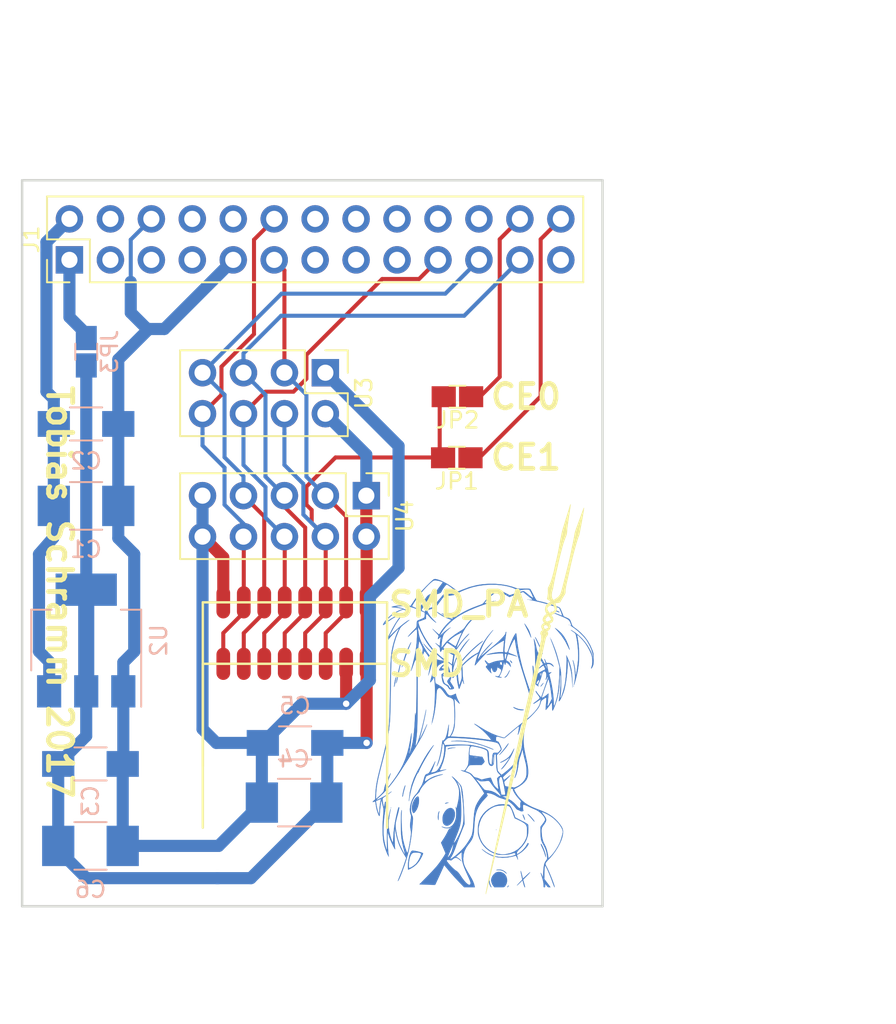
<source format=kicad_pcb>
(kicad_pcb (version 4) (host pcbnew 4.0.6)
  (layers (0 F.Cu signal) (31 B.Cu signal) (34 B.Paste user) (35 F.Paste user) (36 B.SilkS user) (37 F.SilkS user) (38 B.Mask user) (39 F.Mask user) (44 Edge.Cuts user))
  (net 0 "")
  (net 1 +5V)
  (net 2 GND)
  (net 3 +3V3)
  (net 4 /CSN)
  (net 5 /CE)
  (net 6 /SCK)
  (net 7 /MOSI)
  (net 8 /MISO)
  (net 9 /IRQ)
  (net 10 "Net-(J1-Pad1)")
  (net 11 "Net-(J1-Pad3)")
  (net 12 "Net-(J1-Pad4)")
  (net 13 "Net-(J1-Pad5)")
  (net 14 "Net-(J1-Pad7)")
  (net 15 "Net-(J1-Pad8)")
  (net 16 "Net-(J1-Pad10)")
  (net 17 "Net-(J1-Pad13)")
  (net 18 "Net-(J1-Pad14)")
  (net 19 "Net-(J1-Pad15)")
  (net 20 "Net-(J1-Pad16)")
  (net 21 "Net-(J1-Pad17)")
  (net 22 "Net-(J1-Pad18)")
  (net 23 "Net-(J1-Pad20)")
  (net 24 "Net-(J1-Pad22)")
  (net 25 "Net-(J1-Pad24)")
  (net 26 "Net-(J1-Pad25)")
  (net 27 "Net-(J1-Pad26)")
  (module nrf24l01:asuka_bw_cu (layer B.Cu) (at 42.7848 46.0995)
    (fp_text reference G*** hide)
    (fp_text value LOGO hide)
    (fp_poly (pts (xy -3.042602 -9.361198) (xy -2.898441 -9.316246) (xy -2.733834 -9.247932) (xy -2.555377 -9.158811) (xy -2.369665 -9.051435) (xy -2.293841 -9.003303) (xy -2.182779 -8.928499) (xy -2.071 -8.849055) (xy -1.966894 -8.771412) (xy -1.878851 -8.70201) (xy -1.81526 -8.647291) (xy -1.784512 -8.613695) (xy -1.783469 -8.611497) (xy -1.758858 -8.613622) (xy -1.697013 -8.63319) (xy -1.6071 -8.666963) (xy -1.498288 -8.711703) (xy -1.491369 -8.714661) (xy -1.040263 -8.882204) (xy -0.581267 -9.001141) (xy -0.580305 -9.001338) (xy -0.217953 -9.05807) (xy 0.160026 -9.085005) (xy 0.542604 -9.082771) (xy 0.918752 -9.051994) (xy 1.277442 -8.993302) (xy 1.607647 -8.907321) (xy 1.7145 -8.870878) (xy 1.814493 -8.834872) (xy 1.892646 -8.809801) (xy 1.961915 -8.793874) (xy 2.035258 -8.7853) (xy 2.125631 -8.78229) (xy 2.245992 -8.783053) (xy 2.338944 -8.784594) (xy 2.495289 -8.786084) (xy 2.60725 -8.783987) (xy 2.681144 -8.777878) (xy 2.723288 -8.767335) (xy 2.736594 -8.757971) (xy 2.757299 -8.724418) (xy 2.795928 -8.654394) (xy 2.847681 -8.556865) (xy 2.907759 -8.440795) (xy 2.934667 -8.387989) (xy 3.010451 -8.242777) (xy 3.069455 -8.139889) (xy 3.114581 -8.074814) (xy 3.14873 -8.043043) (xy 3.159317 -8.03879) (xy 3.207641 -8.027764) (xy 3.290719 -8.008824) (xy 3.393776 -7.985337) (xy 3.438408 -7.975167) (xy 3.552471 -7.946348) (xy 3.697268 -7.905592) (xy 3.860367 -7.856821) (xy 4.029338 -7.803961) (xy 4.191748 -7.750933) (xy 4.335166 -7.701661) (xy 4.447163 -7.660069) (xy 4.48166 -7.645912) (xy 4.5276 -7.623767) (xy 4.562936 -7.596861) (xy 4.594182 -7.555635) (xy 4.627851 -7.49053) (xy 4.670458 -7.391987) (xy 4.694562 -7.333507) (xy 4.804424 -7.065376) (xy 4.995862 -6.981246) (xy 5.080961 -6.943171) (xy 5.140298 -6.910567) (xy 5.182302 -6.872977) (xy 5.215399 -6.819948) (xy 5.248018 -6.741026) (xy 5.288587 -6.625755) (xy 5.293203 -6.612413) (xy 5.32493 -6.529063) (xy 5.358756 -6.470385) (xy 5.40733 -6.421002) (xy 5.483298 -6.365537) (xy 5.512167 -6.346179) (xy 5.600149 -6.281794) (xy 5.708163 -6.194085) (xy 5.820681 -6.096011) (xy 5.897144 -6.024929) (xy 6.117171 -5.790982) (xy 6.30059 -5.544316) (xy 6.455185 -5.272943) (xy 6.588742 -4.964873) (xy 6.593236 -4.953) (xy 6.623562 -4.867893) (xy 6.644028 -4.793846) (xy 6.656593 -4.716889) (xy 6.663218 -4.62305) (xy 6.665861 -4.49836) (xy 6.666259 -4.4323) (xy 6.665846 -4.291304) (xy 6.662344 -4.188977) (xy 6.65421 -4.113213) (xy 6.639904 -4.051904) (xy 6.617882 -3.992944) (xy 6.607222 -3.96875) (xy 6.571115 -3.89673) (xy 6.54004 -3.848311) (xy 6.524672 -3.8354) (xy 6.508643 -3.837494) (xy 6.505162 -3.851607) (xy 6.515949 -3.88949) (xy 6.542722 -3.962892) (xy 6.543713 -3.965557) (xy 6.572194 -4.084551) (xy 6.584873 -4.233538) (xy 6.581783 -4.39424) (xy 6.562954 -4.54838) (xy 6.542555 -4.6355) (xy 6.487847 -4.785802) (xy 6.407819 -4.959028) (xy 6.310592 -5.139864) (xy 6.204285 -5.312995) (xy 6.11856 -5.435129) (xy 6.050794 -5.519955) (xy 5.971411 -5.611588) (xy 5.887624 -5.702664) (xy 5.806645 -5.785814) (xy 5.735686 -5.853674) (xy 5.681961 -5.898876) (xy 5.652681 -5.914055) (xy 5.650601 -5.913068) (xy 5.649663 -5.884597) (xy 5.657307 -5.819422) (xy 5.67193 -5.730608) (xy 5.675158 -5.713231) (xy 5.719547 -5.420116) (xy 5.749269 -5.09795) (xy 5.763603 -4.76513) (xy 5.761831 -4.440053) (xy 5.743233 -4.141117) (xy 5.738405 -4.094749) (xy 5.679873 -3.704787) (xy 5.587069 -3.281717) (xy 5.53367 -3.078701) (xy 5.497755 -2.954839) (xy 5.468981 -2.867429) (xy 5.448913 -2.818559) (xy 5.439115 -2.810316) (xy 5.441149 -2.844788) (xy 5.45658 -2.924063) (xy 5.47422 -2.999326) (xy 5.499735 -3.162683) (xy 5.507461 -3.36245) (xy 5.498227 -3.587768) (xy 5.47286 -3.82778) (xy 5.432189 -4.071629) (xy 5.377041 -4.308457) (xy 5.373362 -4.321944) (xy 5.365849 -4.358484) (xy 5.376955 -4.349929) (xy 5.381533 -4.342975) (xy 5.409445 -4.279299) (xy 5.439709 -4.177834) (xy 5.469627 -4.051338) (xy 5.496501 -3.91257) (xy 5.517632 -3.774289) (xy 5.530321 -3.649254) (xy 5.531164 -3.635479) (xy 5.539185 -3.529989) (xy 5.549046 -3.459781) (xy 5.559703 -3.431061) (xy 5.564996 -3.434185) (xy 5.577748 -3.476499) (xy 5.594282 -3.559845) (xy 5.613287 -3.674709) (xy 5.63345 -3.811581) (xy 5.653462 -3.960948) (xy 5.67201 -4.113297) (xy 5.687783 -4.259117) (xy 5.699471 -4.388894) (xy 5.702586 -4.4323) (xy 5.707955 -4.641706) (xy 5.7006 -4.884072) (xy 5.682027 -5.143653) (xy 5.653741 -5.404703) (xy 5.617248 -5.651473) (xy 5.574053 -5.868219) (xy 5.559764 -5.925987) (xy 5.537466 -5.984829) (xy 5.498274 -6.034887) (xy 5.430879 -6.088513) (xy 5.379496 -6.122837) (xy 5.308677 -6.170808) (xy 5.262839 -6.20625) (xy 5.250331 -6.222594) (xy 5.252197 -6.223) (xy 5.283607 -6.209601) (xy 5.346876 -6.173373) (xy 5.432009 -6.120271) (xy 5.50509 -6.072354) (xy 5.71698 -5.910505) (xy 5.925588 -5.714059) (xy 6.116317 -5.497942) (xy 6.259137 -5.30125) (xy 6.37258 -5.119656) (xy 6.4588 -4.963791) (xy 6.523493 -4.820698) (xy 6.572358 -4.67742) (xy 6.611094 -4.520997) (xy 6.618909 -4.4831) (xy 6.654507 -4.3053) (xy 6.64271 -4.497023) (xy 6.607085 -4.736583) (xy 6.530458 -4.992829) (xy 6.416043 -5.257427) (xy 6.26705 -5.522042) (xy 6.2197 -5.594812) (xy 6.115374 -5.731704) (xy 5.978842 -5.88337) (xy 5.821629 -6.038734) (xy 5.655257 -6.186718) (xy 5.491252 -6.316244) (xy 5.4102 -6.372977) (xy 5.321116 -6.433715) (xy 5.256584 -6.480961) (xy 5.222632 -6.510039) (xy 5.225288 -6.516276) (xy 5.225461 -6.516225) (xy 5.2597 -6.508202) (xy 5.270387 -6.519449) (xy 5.260011 -6.561016) (xy 5.245179 -6.603776) (xy 5.216676 -6.681026) (xy 5.187627 -6.744687) (xy 5.152348 -6.798757) (xy 5.105158 -6.847235) (xy 5.040375 -6.89412) (xy 4.952316 -6.943412) (xy 4.8353 -6.999109) (xy 4.683643 -7.06521) (xy 4.491665 -7.145713) (xy 4.451264 -7.16251) (xy 4.323104 -7.216539) (xy 4.214005 -7.264021) (xy 4.13147 -7.301568) (xy 4.083003 -7.325791) (xy 4.073442 -7.33311) (xy 4.099029 -7.328006) (xy 4.162228 -7.307938) (xy 4.253322 -7.276392) (xy 4.362591 -7.236857) (xy 4.480319 -7.19282) (xy 4.596788 -7.14777) (xy 4.658577 -7.123099) (xy 4.68983 -7.115276) (xy 4.698303 -7.135042) (xy 4.689719 -7.190287) (xy 4.669577 -7.259578) (xy 4.634695 -7.352175) (xy 4.599656 -7.432579) (xy 4.52693 -7.588058) (xy 4.060515 -7.74141) (xy 3.910667 -7.789831) (xy 3.772125 -7.832406) (xy 3.635649 -7.871528) (xy 3.491999 -7.909584) (xy 3.331937 -7.948966) (xy 3.146222 -7.992064) (xy 2.925617 -8.041266) (xy 2.7686 -8.075596) (xy 2.6543 -8.100457) (xy 2.76225 -8.094507) (xy 2.838213 -8.0946) (xy 2.865894 -8.10737) (xy 2.846699 -8.134925) (xy 2.807925 -8.162962) (xy 2.763687 -8.195361) (xy 2.691206 -8.252112) (xy 2.601065 -8.324806) (xy 2.517029 -8.394047) (xy 2.288409 -8.584328) (xy 2.039554 -8.497607) (xy 1.909814 -8.450935) (xy 1.774687 -8.399944) (xy 1.656216 -8.353031) (xy 1.615855 -8.336191) (xy 1.44101 -8.261496) (xy 1.247555 -8.376265) (xy 1.131994 -8.440943) (xy 1.006017 -8.505444) (xy 0.894641 -8.557029) (xy 0.882633 -8.562083) (xy 0.711167 -8.633133) (xy 0.523815 -8.507823) (xy 0.449413 -8.45248) (xy 0.35917 -8.376908) (xy 0.260505 -8.288363) (xy 0.160839 -8.194097) (xy 0.067593 -8.101367) (xy -0.011815 -8.017425) (xy -0.069963 -7.949526) (xy -0.099433 -7.904926) (xy -0.1016 -7.896381) (xy -0.082078 -7.881042) (xy -0.05715 -7.884226) (xy 0.028658 -7.909135) (xy 0.13339 -7.937452) (xy 0.244705 -7.96611) (xy 0.350262 -7.992039) (xy 0.437718 -8.012169) (xy 0.494733 -8.023431) (xy 0.508 -8.024777) (xy 0.496929 -8.016834) (xy 0.444046 -7.995522) (xy 0.355841 -7.963204) (xy 0.238806 -7.92224) (xy 0.099431 -7.874994) (xy 0.0635 -7.863022) (xy -0.348227 -7.720259) (xy -0.715715 -7.579611) (xy -1.045284 -7.43824) (xy -1.343254 -7.293305) (xy -1.615943 -7.141966) (xy -1.809741 -7.021198) (xy -2.040042 -6.853744) (xy -2.2626 -6.660291) (xy -2.467771 -6.450839) (xy -2.64591 -6.235394) (xy -2.787374 -6.023957) (xy -2.810089 -5.983633) (xy -2.87818 -5.858565) (xy -2.656366 -6.052488) (xy -2.552572 -6.13987) (xy -2.447141 -6.222965) (xy -2.354403 -6.290754) (xy -2.303127 -6.32414) (xy -2.233287 -6.365085) (xy -2.203916 -6.380541) (xy -2.211893 -6.371106) (xy -2.254098 -6.337379) (xy -2.2606 -6.332285) (xy -2.323593 -6.279258) (xy -2.405254 -6.205556) (xy -2.488512 -6.126608) (xy -2.493023 -6.122201) (xy -2.573706 -6.037703) (xy -2.626876 -5.963726) (xy -2.665237 -5.879756) (xy -2.690125 -5.8039) (xy -2.710191 -5.72294) (xy -2.729623 -5.619746) (xy -2.747195 -5.505009) (xy -2.761678 -5.389416) (xy -2.771845 -5.283658) (xy -2.776468 -5.198424) (xy -2.77432 -5.144404) (xy -2.767423 -5.1308) (xy -2.745512 -5.149836) (xy -2.704833 -5.199129) (xy -2.666117 -5.25145) (xy -2.471652 -5.487952) (xy -2.454959 -5.503819) (xy -2.363301 -5.503819) (xy -2.140501 -5.355467) (xy -2.046747 -5.294983) (xy -1.968056 -5.247836) (xy -1.914168 -5.219647) (xy -1.895893 -5.214327) (xy -1.877094 -5.239666) (xy -1.845747 -5.301044) (xy -1.807485 -5.387065) (xy -1.792315 -5.42382) (xy -1.741452 -5.545398) (xy -1.67991 -5.686379) (xy -1.619213 -5.820474) (xy -1.606221 -5.84835) (xy -1.56296 -5.94291) (xy -1.530995 -6.017463) (xy -1.51442 -6.062177) (xy -1.513672 -6.0706) (xy -1.546218 -6.058899) (xy -1.61113 -6.027897) (xy -1.696812 -5.983746) (xy -1.791666 -5.932599) (xy -1.884096 -5.88061) (xy -1.962505 -5.83393) (xy -1.977226 -5.824662) (xy -2.073425 -5.756979) (xy -2.176941 -5.674782) (xy -2.238126 -5.620906) (xy -2.363301 -5.503819) (xy -2.454959 -5.503819) (xy -2.229563 -5.718049) (xy -1.942881 -5.93914) (xy -1.633509 -6.137571) (xy -1.522931 -6.204734) (xy -1.444431 -6.259902) (xy -1.385128 -6.314729) (xy -1.33214 -6.380871) (xy -1.281649 -6.455921) (xy -1.188967 -6.587896) (xy -1.088731 -6.711505) (xy -0.98785 -6.819882) (xy -0.893236 -6.906164) (xy -0.811801 -6.963485) (xy -0.750456 -6.984981) (xy -0.748987 -6.985) (xy -0.759337 -6.968611) (xy -0.799481 -6.924301) (xy -0.862589 -6.859358) (xy -0.921539 -6.80085) (xy -1.107567 -6.596311) (xy -1.280263 -6.358784) (xy -1.442081 -6.084028) (xy -1.595475 -5.767801) (xy -1.7429 -5.405858) (xy -1.768486 -5.336907) (xy -1.804373 -5.235749) (xy -1.831203 -5.153979) (xy -1.845636 -5.102155) (xy -1.846731 -5.089464) (xy -1.829758 -5.105282) (xy -1.790909 -5.155123) (xy -1.736412 -5.230695) (xy -1.687594 -5.301367) (xy -1.623589 -5.389359) (xy -1.542794 -5.491204) (xy -1.451728 -5.599713) (xy -1.356905 -5.707695) (xy -1.264844 -5.807961) (xy -1.182061 -5.893324) (xy -1.115072 -5.956591) (xy -1.070395 -5.990576) (xy -1.059392 -5.9944) (xy -1.064789 -5.97761) (xy -1.099975 -5.932097) (xy -1.15891 -5.865155) (xy -1.222488 -5.79755) (xy -1.343123 -5.668047) (xy -1.454514 -5.53781) (xy -1.566143 -5.394895) (xy -1.687489 -5.227359) (xy -1.77348 -5.103376) (xy -1.845133 -4.992199) (xy -1.893411 -4.896276) (xy -1.928261 -4.792515) (xy -1.954035 -4.684276) (xy -1.979224 -4.554867) (xy -2.001767 -4.417777) (xy -2.017465 -4.298974) (xy -2.019395 -4.2799) (xy -2.029727 -4.182759) (xy -2.040643 -4.100326) (xy -2.049597 -4.0513) (xy -2.057793 -4.009865) (xy -2.051313 -4.007536) (xy -2.034365 -4.036265) (xy -2.011158 -4.087999) (xy -1.985902 -4.154687) (xy -1.969951 -4.203654) (xy -1.875461 -4.463845) (xy -1.749884 -4.730962) (xy -1.600533 -4.993051) (xy -1.434718 -5.238155) (xy -1.259753 -5.45432) (xy -1.115562 -5.6007) (xy -1.031886 -5.6769) (xy -1.119193 -5.567296) (xy -1.305292 -5.328363) (xy -1.460278 -5.116289) (xy -1.589245 -4.922298) (xy -1.697287 -4.737616) (xy -1.789496 -4.553466) (xy -1.870966 -4.361075) (xy -1.946791 -4.151666) (xy -1.954911 -4.1275) (xy -2.006125 -3.964208) (xy -2.03796 -3.834113) (xy -2.052179 -3.724223) (xy -2.050547 -3.621546) (xy -2.036887 -3.524027) (xy -2.0193 -3.428553) (xy -1.766259 -3.734972) (xy -1.528928 -4.010578) (xy -1.306983 -4.243062) (xy -1.096202 -4.436166) (xy -0.892363 -4.593631) (xy -0.691245 -4.719198) (xy -0.605011 -4.76409) (xy -0.526021 -4.80654) (xy -0.475829 -4.848634) (xy -0.438939 -4.907492) (xy -0.4065 -4.983407) (xy -0.278124 -5.26026) (xy -0.111971 -5.545085) (xy 0.083476 -5.824862) (xy 0.299733 -6.086573) (xy 0.343333 -6.1341) (xy 0.39964 -6.193939) (xy 0.429802 -6.224232) (xy 0.432667 -6.222785) (xy 0.40708 -6.187404) (xy 0.351889 -6.115895) (xy 0.296616 -6.0452) (xy 0.144298 -5.844494) (xy 0.019539 -5.664648) (xy -0.086783 -5.491381) (xy -0.183792 -5.310409) (xy -0.220825 -5.235167) (xy -0.273591 -5.12019) (xy -0.328252 -4.991657) (xy -0.381626 -4.858253) (xy -0.430532 -4.728659) (xy -0.471791 -4.611559) (xy -0.50222 -4.515636) (xy -0.518638 -4.449572) (xy -0.518532 -4.422528) (xy -0.494872 -4.428515) (xy -0.473271 -4.455284) (xy -0.307471 -4.708683) (xy -0.114242 -4.954539) (xy 0.081766 -5.170184) (xy 0.178374 -5.269151) (xy 0.263673 -5.353666) (xy 0.33114 -5.417489) (xy 0.374255 -5.454383) (xy 0.385801 -5.461) (xy 0.377958 -5.443664) (xy 0.340345 -5.395815) (xy 0.278263 -5.323692) (xy 0.197012 -5.233533) (xy 0.14302 -5.17525) (xy 0.035236 -5.057963) (xy -0.069496 -4.94032) (xy -0.165651 -4.828917) (xy -0.247707 -4.730349) (xy -0.310138 -4.651212) (xy -0.347422 -4.5981) (xy -0.3556 -4.57992) (xy -0.337514 -4.590593) (xy -0.288357 -4.62813) (xy -0.215778 -4.686512) (xy -0.13335 -4.754756) (xy -0.02795 -4.842255) (xy 0.101894 -4.948833) (xy 0.24085 -5.061968) (xy 0.373588 -5.169137) (xy 0.3937 -5.185274) (xy 0.532637 -5.300697) (xy 0.671399 -5.423299) (xy 0.804514 -5.547505) (xy 0.926512 -5.667741) (xy 1.031923 -5.778431) (xy 1.115276 -5.874002) (xy 1.171101 -5.948878) (xy 1.193927 -5.997486) (xy 1.194188 -6.001015) (xy 1.205285 -6.06466) (xy 1.2192 -6.096) (xy 1.235999 -6.113378) (xy 1.243336 -6.096476) (xy 1.241047 -6.041434) (xy 1.228966 -5.944394) (xy 1.206929 -5.801494) (xy 1.206494 -5.798808) (xy 1.189715 -5.679777) (xy 1.17221 -5.529461) (xy 1.156077 -5.367298) (xy 1.143626 -5.215779) (xy 1.133726 -5.067981) (xy 1.129936 -4.963349) (xy 1.134274 -4.894415) (xy 1.148759 -4.85371) (xy 1.175408 -4.833765) (xy 1.21624 -4.827111) (xy 1.248846 -4.826389) (xy 1.277449 -4.828948) (xy 1.300791 -4.842137) (xy 1.323112 -4.873667) (xy 1.348653 -4.931247) (xy 1.381656 -5.022587) (xy 1.421039 -5.139418) (xy 1.480445 -5.307036) (xy 1.545274 -5.471772) (xy 1.612175 -5.626764) (xy 1.677797 -5.765151) (xy 1.738787 -5.880069) (xy 1.791796 -5.964658) (xy 1.83347 -6.012055) (xy 1.851025 -6.0198) (xy 1.862622 -5.996372) (xy 1.87514 -5.933796) (xy 1.886498 -5.843635) (xy 1.890344 -5.801279) (xy 1.923442 -5.492115) (xy 1.974355 -5.149153) (xy 2.040617 -4.785171) (xy 2.119764 -4.412946) (xy 2.209331 -4.045258) (xy 2.27694 -3.7973) (xy 2.320241 -3.651331) (xy 2.37398 -3.47856) (xy 2.434551 -3.289824) (xy 2.498347 -3.09596) (xy 2.561761 -2.907805) (xy 2.621186 -2.736194) (xy 2.673016 -2.591964) (xy 2.712328 -2.4892) (xy 2.737968 -2.4257) (xy 2.765076 -2.494818) (xy 2.807576 -2.633718) (xy 2.843571 -2.810847) (xy 2.871933 -3.013918) (xy 2.891532 -3.230647) (xy 2.901239 -3.448747) (xy 2.899926 -3.655932) (xy 2.887711 -3.82905) (xy 2.879228 -3.934456) (xy 2.88184 -3.996768) (xy 2.892234 -4.0132) (xy 2.913433 -3.989181) (xy 2.93049 -3.922327) (xy 2.943295 -3.820442) (xy 2.951737 -3.691332) (xy 2.955703 -3.542801) (xy 2.955085 -3.382654) (xy 2.949769 -3.218695) (xy 2.939646 -3.05873) (xy 2.924603 -2.910562) (xy 2.909387 -2.808221) (xy 2.883237 -2.669311) (xy 2.853823 -2.528554) (xy 2.823232 -2.394266) (xy 2.79355 -2.274763) (xy 2.766865 -2.178359) (xy 2.745262 -2.11337) (xy 2.730828 -2.088111) (xy 2.728833 -2.0887) (xy 2.718552 -2.115494) (xy 2.696746 -2.183161) (xy 2.665863 -2.283735) (xy 2.628355 -2.409249) (xy 2.590301 -2.539209) (xy 2.541392 -2.70501) (xy 2.481784 -2.902735) (xy 2.416495 -3.116001) (xy 2.35054 -3.328424) (xy 2.288937 -3.523619) (xy 2.287637 -3.527695) (xy 2.189062 -3.84053) (xy 2.105966 -4.11368) (xy 2.036319 -4.355147) (xy 1.978089 -4.572934) (xy 1.929247 -4.775043) (xy 1.887762 -4.969477) (xy 1.851604 -5.164237) (xy 1.818742 -5.367327) (xy 1.815616 -5.388018) (xy 1.798479 -5.497011) (xy 1.783092 -5.585679) (xy 1.771448 -5.643031) (xy 1.766476 -5.65879) (xy 1.746536 -5.647651) (xy 1.711276 -5.598094) (xy 1.664812 -5.518639) (xy 1.611261 -5.417803) (xy 1.554737 -5.304103) (xy 1.499358 -5.186059) (xy 1.44924 -5.072188) (xy 1.408497 -4.971007) (xy 1.381248 -4.891036) (xy 1.3716 -4.841606) (xy 1.395686 -4.813309) (xy 1.464759 -4.777333) (xy 1.56845 -4.738074) (xy 1.653427 -4.707259) (xy 1.737796 -4.673343) (xy 1.813867 -4.640042) (xy 1.873947 -4.611071) (xy 1.910346 -4.590146) (xy 1.915373 -4.580981) (xy 1.881337 -4.587292) (xy 1.8796 -4.587768) (xy 1.826328 -4.602468) (xy 1.739908 -4.626321) (xy 1.636162 -4.654961) (xy 1.600378 -4.664841) (xy 1.500041 -4.691668) (xy 1.417134 -4.712223) (xy 1.364751 -4.723321) (xy 1.355278 -4.724401) (xy 1.339491 -4.702037) (xy 1.317452 -4.644561) (xy 1.293107 -4.566391) (xy 1.270398 -4.481947) (xy 1.253271 -4.405649) (xy 1.24567 -4.351916) (xy 1.248762 -4.335005) (xy 1.364515 -4.26889) (xy 1.4407 -4.202845) (xy 1.487204 -4.125332) (xy 1.513728 -4.0259) (xy 1.531497 -3.9243) (xy 1.444036 -4.03843) (xy 1.381534 -4.109649) (xy 1.317134 -4.166673) (xy 1.261662 -4.201389) (xy 1.225946 -4.205684) (xy 1.223456 -4.203723) (xy 1.211515 -4.174412) (xy 1.195972 -4.116525) (xy 1.194418 -4.109739) (xy 1.180756 -4.063502) (xy 1.167205 -4.05773) (xy 1.1507 -4.095617) (xy 1.128678 -4.1783) (xy 1.110114 -4.2545) (xy 1.090812 -4.1656) (xy 1.075897 -4.090638) (xy 1.057859 -3.991417) (xy 1.045819 -3.920762) (xy 1.022274 -3.824415) (xy 0.982143 -3.704752) (xy 0.932862 -3.58322) (xy 0.916464 -3.547626) (xy 0.871621 -3.452264) (xy 0.836544 -3.37499) (xy 0.816075 -3.326617) (xy 0.8128 -3.316214) (xy 0.835016 -3.306475) (xy 0.889005 -3.302028) (xy 0.894079 -3.302001) (xy 0.946923 -3.296835) (xy 0.953011 -3.280328) (xy 0.948593 -3.275234) (xy 0.910527 -3.266347) (xy 0.84085 -3.271124) (xy 0.755809 -3.28619) (xy 0.671648 -3.308166) (xy 0.604614 -3.333676) (xy 0.575665 -3.35276) (xy 0.563659 -3.372328) (xy 0.590931 -3.369513) (xy 0.6096 -3.363957) (xy 0.697655 -3.34388) (xy 0.757786 -3.354889) (xy 0.806039 -3.40263) (xy 0.83053 -3.4417) (xy 0.874913 -3.528989) (xy 0.911845 -3.618583) (xy 0.918223 -3.637744) (xy 0.932434 -3.711048) (xy 0.917544 -3.766391) (xy 0.866857 -3.814917) (xy 0.782749 -3.863173) (xy 0.722152 -3.892951) (xy 0.694183 -3.899287) (xy 0.686222 -3.881834) (xy 0.6858 -3.860501) (xy 0.672474 -3.782303) (xy 0.638953 -3.703409) (xy 0.594922 -3.642601) (xy 0.562078 -3.620541) (xy 0.487079 -3.619475) (xy 0.425346 -3.665176) (xy 0.380734 -3.754489) (xy 0.37525 -3.773335) (xy 0.352283 -3.838499) (xy 0.328446 -3.875059) (xy 0.318493 -3.878208) (xy 0.298309 -3.848236) (xy 0.28677 -3.78648) (xy 0.284759 -3.71136) (xy 0.293157 -3.641295) (xy 0.305444 -3.605596) (xy 0.323219 -3.559803) (xy 0.32216 -3.539495) (xy 0.302394 -3.552412) (xy 0.259272 -3.595251) (xy 0.201229 -3.658309) (xy 0.136699 -3.731884) (xy 0.074117 -3.806274) (xy 0.021917 -3.871776) (xy -0.011467 -3.918687) (xy -0.017929 -3.93071) (xy -0.009702 -3.967832) (xy 0.026132 -4.008686) (xy 0.083145 -4.054852) (xy 0.003472 -4.164837) (xy -0.045772 -4.241302) (xy -0.073696 -4.302306) (xy -0.076462 -4.338049) (xy -0.066489 -4.3434) (xy -0.044815 -4.326941) (xy 0.001343 -4.284308) (xy 0.047791 -4.238833) (xy 0.097868 -4.189721) (xy 0.137511 -4.160769) (xy 0.178683 -4.1517) (xy 0.233352 -4.162239) (xy 0.308394 -4.190214) (xy 0.849706 -4.190214) (xy 0.866388 -4.117718) (xy 0.899837 -4.057434) (xy 0.937051 -4.041567) (xy 0.969178 -4.071336) (xy 0.980155 -4.102044) (xy 0.985946 -4.181537) (xy 0.958518 -4.22982) (xy 0.916696 -4.2418) (xy 0.865414 -4.229977) (xy 0.849706 -4.190214) (xy 0.308394 -4.190214) (xy 0.31348 -4.19211) (xy 0.405958 -4.230577) (xy 0.571757 -4.28389) (xy 0.776284 -4.320408) (xy 0.83386 -4.327067) (xy 1.097105 -4.354741) (xy 1.079332 -4.545921) (xy 1.06928 -4.638675) (xy 1.143 -4.638675) (xy 1.147218 -4.545361) (xy 1.157635 -4.45654) (xy 1.160337 -4.441825) (xy 1.170348 -4.397047) (xy 1.179493 -4.384585) (xy 1.192418 -4.409342) (xy 1.213768 -4.476225) (xy 1.223492 -4.5085) (xy 1.247905 -4.596378) (xy 1.26466 -4.669426) (xy 1.269654 -4.70535) (xy 1.251064 -4.74123) (xy 1.2065 -4.7498) (xy 1.166907 -4.744882) (xy 1.148421 -4.720942) (xy 1.143171 -4.664206) (xy 1.143 -4.638675) (xy 1.06928 -4.638675) (xy 1.06903 -4.640976) (xy 1.058156 -4.716287) (xy 1.048838 -4.757483) (xy 1.047704 -4.759834) (xy 1.016755 -4.768899) (xy 0.945252 -4.772241) (xy 0.843047 -4.770452) (xy 0.719994 -4.76412) (xy 0.585945 -4.753834) (xy 0.450753 -4.740184) (xy 0.32427 -4.72376) (xy 0.254 -4.712345) (xy 0.128368 -4.690636) (xy 0.050388 -4.679423) (xy 0.017967 -4.678884) (xy 0.029014 -4.689198) (xy 0.08144 -4.710543) (xy 0.118329 -4.723921) (xy 0.248529 -4.76186) (xy 0.410383 -4.796741) (xy 0.584746 -4.825398) (xy 0.752475 -4.844669) (xy 0.889598 -4.851401) (xy 1.059044 -4.851401) (xy 1.075158 -5.149851) (xy 1.082901 -5.273236) (xy 1.09173 -5.382394) (xy 1.100502 -5.464726) (xy 1.107398 -5.50545) (xy 1.110721 -5.54959) (xy 1.097901 -5.5626) (xy 1.055334 -5.548844) (xy 0.979989 -5.511121) (xy 0.880597 -5.454749) (xy 0.76589 -5.385046) (xy 0.6446 -5.30733) (xy 0.525457 -5.22692) (xy 0.417194 -5.149135) (xy 0.409094 -5.143056) (xy 0.258771 -5.020731) (xy 0.088612 -4.866852) (xy -0.091597 -4.691141) (xy -0.272074 -4.503316) (xy -0.443035 -4.313097) (xy -0.530837 -4.209311) (xy -0.599959 -4.127982) (xy -0.65698 -4.065483) (xy -0.694586 -4.029563) (xy -0.705378 -4.024311) (xy -0.704769 -4.053352) (xy -0.691615 -4.120236) (xy -0.668689 -4.214373) (xy -0.638767 -4.32517) (xy -0.604623 -4.442036) (xy -0.56903 -4.55438) (xy -0.557929 -4.587233) (xy -0.533472 -4.666022) (xy -0.520454 -4.723875) (xy -0.520862 -4.745729) (xy -0.548688 -4.739945) (xy -0.608301 -4.707295) (xy -0.692256 -4.653188) (xy -0.793109 -4.583029) (xy -0.903414 -4.502228) (xy -1.015728 -4.41619) (xy -1.122605 -4.330325) (xy -1.216602 -4.250038) (xy -1.26657 -4.204072) (xy -1.479039 -4.000594) (xy -1.465726 -3.619547) (xy -1.45806 -3.467799) (xy -1.446331 -3.317575) (xy -1.431985 -3.183975) (xy -1.416468 -3.082098) (xy -1.412371 -3.062453) (xy -1.393955 -2.974646) (xy -1.383003 -2.908483) (xy -1.381682 -2.877267) (xy -1.382077 -2.876657) (xy -1.394673 -2.892975) (xy -1.417154 -2.945273) (xy -1.437621 -3.001905) (xy -1.465864 -3.075562) (xy -1.484506 -3.100864) (xy -1.493328 -3.0861) (xy -1.509542 -3.021153) (xy -1.536032 -2.933471) (xy -1.568639 -2.834811) (xy -1.603203 -2.736927) (xy -1.635564 -2.651577) (xy -1.661562 -2.590516) (xy -1.677039 -2.565499) (xy -1.677572 -2.5654) (xy -1.694823 -2.589085) (xy -1.716226 -2.653961) (xy -1.740037 -2.750763) (xy -1.764515 -2.870227) (xy -1.787915 -3.003087) (xy -1.808495 -3.140079) (xy -1.824512 -3.271937) (xy -1.834223 -3.389395) (xy -1.834848 -3.401385) (xy -1.838224 -3.47117) (xy -1.752097 -3.47117) (xy -1.748901 -3.37171) (xy -1.74068 -3.257204) (xy -1.728746 -3.137495) (xy -1.714413 -3.02243) (xy -1.698995 -2.921855) (xy -1.683805 -2.845617) (xy -1.670156 -2.80356) (xy -1.662489 -2.799446) (xy -1.65084 -2.825984) (xy -1.62735 -2.889309) (xy -1.596191 -2.977999) (xy -1.580653 -3.023512) (xy -1.551228 -3.113236) (xy -1.531543 -3.185937) (xy -1.520191 -3.25507) (xy -1.515764 -3.33409) (xy -1.516854 -3.436453) (xy -1.522055 -3.575612) (xy -1.522297 -3.5814) (xy -1.5367 -3.9243) (xy -1.64465 -3.78867) (xy -1.701111 -3.714939) (xy -1.733352 -3.658447) (xy -1.74809 -3.599348) (xy -1.752041 -3.517797) (xy -1.752097 -3.47117) (xy -1.838224 -3.47117) (xy -1.8415 -3.53887) (xy -1.953141 -3.379387) (xy -2.011974 -3.29896) (xy -2.050534 -3.256831) (xy -2.074699 -3.247745) (xy -2.087057 -3.259709) (xy -2.095467 -3.298518) (xy -2.103274 -3.377772) (xy -2.109759 -3.487116) (xy -2.114201 -3.616198) (xy -2.115117 -3.662708) (xy -2.1209 -4.0259) (xy -2.194399 -4.0894) (xy -2.317227 -4.178538) (xy -2.432887 -4.229811) (xy -2.5019 -4.240716) (xy -2.57607 -4.227816) (xy -2.675734 -4.192383) (xy -2.785201 -4.141624) (xy -2.888784 -4.082749) (xy -2.965014 -4.027934) (xy -3.029299 -3.946962) (xy -3.084468 -3.825895) (xy -3.128403 -3.674955) (xy -3.158989 -3.50436) (xy -3.174109 -3.324333) (xy -3.171646 -3.145094) (xy -3.164114 -3.066416) (xy -3.146292 -2.923776) (xy -2.955781 -2.819218) (xy -2.776856 -2.709404) (xy -2.640107 -2.597666) (xy -2.537199 -2.476662) (xy -2.499982 -2.417703) (xy -2.418324 -2.289768) (xy -2.342136 -2.207341) (xy -2.26314 -2.167029) (xy -2.173053 -2.165436) (xy -2.063594 -2.199169) (xy -2.016975 -2.219716) (xy -1.88765 -2.279934) (xy -1.854255 -2.149636) (xy -1.825258 -2.061719) (xy -1.780184 -1.952269) (xy -1.728348 -1.84375) (xy -1.723866 -1.835169) (xy -1.681841 -1.750954) (xy -1.654343 -1.686968) (xy -1.645646 -1.653557) (xy -1.64777 -1.651001) (xy -1.673764 -1.668209) (xy -1.724738 -1.714029) (xy -1.791205 -1.779757) (xy -1.815221 -1.804647) (xy -1.882613 -1.873732) (xy -1.93528 -1.92477) (xy -1.964769 -1.949683) (xy -1.968089 -1.950697) (xy -1.968855 -1.923856) (xy -1.965986 -1.857231) (xy -1.960046 -1.76166) (xy -1.953829 -1.6764) (xy -1.942701 -1.494802) (xy -1.935315 -1.294207) (xy -1.931571 -1.084067) (xy -1.931369 -0.87383) (xy -1.934608 -0.672946) (xy -1.941187 -0.490864) (xy -1.951007 -0.337034) (xy -1.963967 -0.220905) (xy -1.969644 -0.188867) (xy -2.024479 0.01969) (xy -2.094933 0.195579) (xy -2.159338 0.305274) (xy -2.20978 0.376112) (xy -1.94944 0.390834) (xy -1.809713 0.398487) (xy -1.644159 0.407179) (xy -1.477697 0.415616) (xy -1.3843 0.420183) (xy -1.217507 0.43065) (xy -1.014543 0.447244) (xy -0.789462 0.468488) (xy -0.556322 0.492904) (xy -0.329178 0.519015) (xy -0.122086 0.545345) (xy 0.050898 0.570415) (xy 0.061856 0.572163) (xy 0.163045 0.587155) (xy 0.243536 0.596674) (xy 0.291494 0.599435) (xy 0.299486 0.59798) (xy 0.292503 0.571257) (xy 0.272008 0.540385) (xy 0.609988 0.540385) (xy 0.612085 0.614087) (xy 0.624852 0.652284) (xy 0.657077 0.670233) (xy 0.688981 0.677546) (xy 0.731371 0.691082) (xy 0.765739 0.718841) (xy 0.800281 0.771025) (xy 0.843194 0.857838) (xy 0.855715 0.885102) (xy 0.910395 1.007417) (xy 0.943043 1.095649) (xy 0.952636 1.161966) (xy 0.938151 1.218537) (xy 0.898567 1.277529) (xy 0.832861 1.351112) (xy 0.814945 1.370311) (xy 0.66194 1.534122) (xy 0.676495 1.978811) (xy 0.682628 2.128568) (xy 0.69049 2.264511) (xy 0.699337 2.376868) (xy 0.708426 2.455863) (xy 0.71523 2.4881) (xy 0.746978 2.54162) (xy 0.802657 2.609959) (xy 0.845955 2.654674) (xy 0.9525 2.756649) (xy 1.0414 2.694451) (xy 1.101038 2.650181) (xy 1.185184 2.584506) (xy 1.27947 2.508719) (xy 1.3208 2.474804) (xy 1.5626 2.257589) (xy 1.759782 2.040401) (xy 1.917921 1.815447) (xy 2.042592 1.574936) (xy 2.128418 1.3462) (xy 2.16925 1.206726) (xy 2.199545 1.072169) (xy 2.221496 0.928372) (xy 2.237296 0.761181) (xy 2.248428 0.5715) (xy 2.256296 0.437405) (xy 2.267654 0.284703) (xy 2.281498 0.123348) (xy 2.296829 -0.036707) (xy 2.312645 -0.185506) (xy 2.327942 -0.313096) (xy 2.34172 -0.409521) (xy 2.352594 -0.46355) (xy 2.354887 -0.500308) (xy 2.328127 -0.499112) (xy 2.270755 -0.459575) (xy 2.243096 -0.436559) (xy 2.194834 -0.386273) (xy 2.161292 -0.324248) (xy 2.134605 -0.234089) (xy 2.124816 -0.189942) (xy 2.101653 -0.093429) (xy 2.072344 0.009624) (xy 2.040582 0.108507) (xy 2.010059 0.192508) (xy 1.984468 0.250913) (xy 1.967501 0.273013) (xy 1.965519 0.272185) (xy 1.9655 0.243996) (xy 1.975603 0.180056) (xy 1.993664 0.093904) (xy 1.994732 0.089276) (xy 2.014352 -0.01331) (xy 2.025856 -0.109809) (xy 2.026983 -0.172576) (xy 2.0193 -0.262239) (xy 1.7653 -0.049939) (xy 1.647469 0.049325) (xy 1.523012 0.155457) (xy 1.408052 0.254644) (xy 1.330628 0.322481) (xy 1.248181 0.392114) (xy 1.17648 0.446443) (xy 1.125959 0.47785) (xy 1.111256 0.4826) (xy 1.070257 0.475825) (xy 0.99449 0.457766) (xy 0.897821 0.431819) (xy 0.860365 0.421141) (xy 0.748335 0.390427) (xy 0.676033 0.379144) (xy 0.634741 0.391443) (xy 0.61574 0.431478) (xy 0.610309 0.5034) (xy 0.609988 0.540385) (xy 0.272008 0.540385) (xy 0.255695 0.515814) (xy 0.195162 0.438844) (xy 0.117007 0.34754) (xy 0.027334 0.249095) (xy -0.067756 0.150701) (xy -0.138682 0.081526) (xy -0.246046 -0.016241) (xy -0.361175 -0.114802) (xy -0.467844 -0.200546) (xy -0.528399 -0.245379) (xy -0.628205 -0.315645) (xy -0.69189 -0.362032) (xy -0.725237 -0.389382) (xy -0.734026 -0.402536) (xy -0.724039 -0.406336) (xy -0.720673 -0.4064) (xy -0.690287 -0.393353) (xy -0.626675 -0.357806) (xy -0.539071 -0.305148) (xy -0.436707 -0.240771) (xy -0.434104 -0.239099) (xy -0.043439 -0.004702) (xy 0.328062 0.184435) (xy 0.679685 0.327973) (xy 0.935488 0.406964) (xy 1.121676 0.455761) (xy 1.456188 0.16859) (xy 1.640819 0.011728) (xy 1.828982 -0.144601) (xy 2.029818 -0.307818) (xy 2.252471 -0.485347) (xy 2.506081 -0.684608) (xy 2.534555 -0.70684) (xy 2.706527 -0.850996) (xy 2.86926 -1.006191) (xy 3.016746 -1.165278) (xy 3.142981 -1.321107) (xy 3.241957 -1.466529) (xy 3.307668 -1.594396) (xy 3.325988 -1.648804) (xy 3.347519 -1.740125) (xy 3.366643 -1.834356) (xy 3.367046 -1.836591) (xy 3.384394 -1.933282) (xy 3.177115 -1.792141) (xy 3.062479 -1.716279) (xy 2.984093 -1.669912) (xy 2.938261 -1.651151) (xy 2.921285 -1.658108) (xy 2.921 -1.661296) (xy 2.939962 -1.680002) (xy 2.990571 -1.721077) (xy 3.063408 -1.776984) (xy 3.095902 -1.801253) (xy 3.198897 -1.87863) (xy 3.266139 -1.933952) (xy 3.303086 -1.974869) (xy 3.315196 -2.00903) (xy 3.309252 -2.037698) (xy 3.453963 -2.037698) (xy 3.472268 -2.023609) (xy 3.521686 -2.039351) (xy 3.595193 -2.081198) (xy 3.685764 -2.145419) (xy 3.742852 -2.191039) (xy 3.866205 -2.293582) (xy 3.847541 -2.016741) (xy 3.83792 -1.886546) (xy 3.827098 -1.759726) (xy 3.816679 -1.654288) (xy 3.811054 -1.607022) (xy 3.804294 -1.533055) (xy 3.810193 -1.499416) (xy 3.830327 -1.507478) (xy 3.86627 -1.558613) (xy 3.919598 -1.654193) (xy 3.964132 -1.740413) (xy 4.073067 -1.955255) (xy 4.029992 -2.304778) (xy 4.008969 -2.46192) (xy 3.984596 -2.622368) (xy 3.958481 -2.777575) (xy 3.932233 -2.918996) (xy 3.907462 -3.038084) (xy 3.885776 -3.126294) (xy 3.868785 -3.17508) (xy 3.865108 -3.180491) (xy 3.852998 -3.162272) (xy 3.827436 -3.103797) (xy 3.79125 -3.012932) (xy 3.747271 -2.897542) (xy 3.698326 -2.76549) (xy 3.647248 -2.624643) (xy 3.596863 -2.482864) (xy 3.550003 -2.348019) (xy 3.509497 -2.227972) (xy 3.478174 -2.130588) (xy 3.458864 -2.063732) (xy 3.453963 -2.037698) (xy 3.309252 -2.037698) (xy 3.307927 -2.044085) (xy 3.292445 -2.076718) (xy 3.253618 -2.139444) (xy 3.197102 -2.21724) (xy 3.163849 -2.258746) (xy 3.113089 -2.329026) (xy 3.080315 -2.392693) (xy 3.073494 -2.421754) (xy 3.077067 -2.451152) (xy 3.091913 -2.442758) (xy 3.123682 -2.394343) (xy 3.177573 -2.313224) (xy 3.239424 -2.231056) (xy 3.301707 -2.156398) (xy 3.356892 -2.097811) (xy 3.397449 -2.063856) (xy 3.415645 -2.062413) (xy 3.426889 -2.094797) (xy 3.452375 -2.16818) (xy 3.489678 -2.275577) (xy 3.536369 -2.410001) (xy 3.590022 -2.564465) (xy 3.631261 -2.683185) (xy 3.687867 -2.847257) (xy 3.738445 -2.995992) (xy 3.78071 -3.122487) (xy 3.812373 -3.219843) (xy 3.831147 -3.281157) (xy 3.8354 -3.299135) (xy 3.826669 -3.327763) (xy 3.803892 -3.314181) (xy 3.77219 -3.263222) (xy 3.752904 -3.221254) (xy 3.719266 -3.152739) (xy 3.698087 -3.130707) (xy 3.693068 -3.154651) (xy 3.707907 -3.224061) (xy 3.708834 -3.227315) (xy 3.731406 -3.34547) (xy 3.733028 -3.457717) (xy 3.715813 -3.553786) (xy 3.681876 -3.623407) (xy 3.633331 -3.656307) (xy 3.620277 -3.6576) (xy 3.557975 -3.645824) (xy 3.511356 -3.605603) (xy 3.475312 -3.529604) (xy 3.44473 -3.41049) (xy 3.443319 -3.4036) (xy 3.411922 -3.285616) (xy 3.364826 -3.150419) (xy 3.311527 -3.024909) (xy 3.304618 -3.010667) (xy 3.255384 -2.906139) (xy 3.229009 -2.835383) (xy 3.222562 -2.788407) (xy 3.230833 -2.759195) (xy 3.245203 -2.728838) (xy 3.235269 -2.727501) (xy 3.193249 -2.755661) (xy 3.184289 -2.762036) (xy 3.098977 -2.827178) (xy 3.051319 -2.880526) (xy 3.043352 -2.907904) (xy 3.113208 -2.907904) (xy 3.125553 -2.88127) (xy 3.156314 -2.85795) (xy 3.187259 -2.870264) (xy 3.224858 -2.922956) (xy 3.252523 -2.974395) (xy 3.285327 -3.057445) (xy 3.283393 -3.108189) (xy 3.250019 -3.1242) (xy 3.223777 -3.104493) (xy 3.183666 -3.054401) (xy 3.161094 -3.02069) (xy 3.122453 -2.951572) (xy 3.113208 -2.907904) (xy 3.043352 -2.907904) (xy 3.035169 -2.936023) (xy 3.044382 -3.00761) (xy 3.056231 -3.052565) (xy 3.084325 -3.159933) (xy 3.112481 -3.280115) (xy 3.124133 -3.335098) (xy 3.147044 -3.418509) (xy 3.183416 -3.486529) (xy 3.192657 -3.496183) (xy 3.356313 -3.496183) (xy 3.361826 -3.412826) (xy 3.369941 -3.388485) (xy 3.385111 -3.358572) (xy 3.398911 -3.374741) (xy 3.406256 -3.392758) (xy 3.42143 -3.455467) (xy 3.427214 -3.514661) (xy 3.424678 -3.562973) (xy 3.408866 -3.568851) (xy 3.3909 -3.556) (xy 3.356313 -3.496183) (xy 3.192657 -3.496183) (xy 3.2412 -3.546895) (xy 3.328349 -3.607344) (xy 3.452813 -3.675616) (xy 3.497091 -3.698016) (xy 3.574294 -3.736718) (xy 3.631332 -3.765518) (xy 3.654917 -3.777684) (xy 3.656037 -3.804124) (xy 3.638468 -3.857248) (xy 3.610017 -3.920397) (xy 3.578493 -3.976915) (xy 3.551705 -4.010144) (xy 3.544517 -4.0132) (xy 3.50914 -3.998272) (xy 3.448306 -3.959206) (xy 3.377945 -3.906596) (xy 3.307491 -3.853493) (xy 3.272246 -3.834712) (xy 3.27068 -3.849487) (xy 3.272998 -3.854071) (xy 3.308424 -3.899931) (xy 3.368806 -3.960436) (xy 3.416747 -4.002227) (xy 3.492963 -4.06468) (xy 3.6576 -4.06468) (xy 3.667188 -4.030668) (xy 3.690932 -3.973769) (xy 3.721293 -3.909544) (xy 3.750738 -3.853554) (xy 3.771731 -3.821359) (xy 3.776604 -3.818938) (xy 3.774353 -3.845463) (xy 3.760242 -3.905385) (xy 3.745429 -3.958081) (xy 3.719652 -4.030963) (xy 3.694859 -4.078647) (xy 3.682015 -4.0894) (xy 3.658203 -4.070137) (xy 3.6576 -4.06468) (xy 3.492963 -4.06468) (xy 3.531554 -4.096302) (xy 3.452015 -4.238901) (xy 3.390964 -4.340303) (xy 3.317272 -4.451655) (xy 3.267388 -4.5212) (xy 3.1623 -4.6609) (xy 3.145199 -4.3053) (xy 3.133816 -4.126505) (xy 3.117359 -3.945993) (xy 3.097187 -3.773939) (xy 3.07466 -3.620516) (xy 3.051135 -3.495899) (xy 3.027971 -3.410262) (xy 3.024429 -3.400956) (xy 3.013575 -3.388564) (xy 3.009817 -3.423346) (xy 3.013104 -3.506552) (xy 3.017527 -3.5687) (xy 3.02708 -3.731681) (xy 3.033356 -3.925144) (xy 3.0365 -4.139597) (xy 3.036656 -4.365545) (xy 3.033968 -4.593495) (xy 3.028581 -4.813954) (xy 3.020641 -5.017427) (xy 3.010291 -5.194422) (xy 2.997676 -5.335444) (xy 2.989712 -5.394936) (xy 2.972879 -5.507358) (xy 2.961125 -5.599981) (xy 2.955662 -5.662164) (xy 2.956851 -5.683119) (xy 2.969752 -5.667827) (xy 2.990869 -5.612781) (xy 3.017416 -5.527823) (xy 3.046607 -5.422794) (xy 3.075657 -5.307534) (xy 3.101782 -5.191885) (xy 3.11581 -5.121508) (xy 3.1416 -5.005666) (xy 3.175581 -4.906817) (xy 3.225882 -4.805162) (xy 3.289263 -4.699) (xy 3.361232 -4.581455) (xy 3.435747 -4.455838) (xy 3.500052 -4.343766) (xy 3.517835 -4.31165) (xy 3.566827 -4.229911) (xy 3.611427 -4.169344) (xy 3.643278 -4.141022) (xy 3.64723 -4.1402) (xy 3.672262 -4.144647) (xy 3.680427 -4.164869) (xy 3.671396 -4.21119) (xy 3.644837 -4.293937) (xy 3.642043 -4.302152) (xy 3.616576 -4.388007) (xy 3.612031 -4.428173) (xy 3.625381 -4.421762) (xy 3.653598 -4.367886) (xy 3.676465 -4.312253) (xy 3.707134 -4.236533) (xy 3.733011 -4.1973) (xy 3.767537 -4.183626) (xy 3.824152 -4.184584) (xy 3.832799 -4.185146) (xy 3.963906 -4.170424) (xy 4.075094 -4.109883) (xy 4.138197 -4.041413) (xy 4.179235 -3.978778) (xy 4.186395 -3.95327) (xy 4.159291 -3.964761) (xy 4.097536 -4.013124) (xy 4.084828 -4.023921) (xy 4.009642 -4.080808) (xy 3.943932 -4.107943) (xy 3.865965 -4.114801) (xy 3.797034 -4.112586) (xy 3.76721 -4.101369) (xy 3.764845 -4.074289) (xy 3.768932 -4.05765) (xy 3.7813 -4.006732) (xy 3.800325 -3.921954) (xy 3.822461 -3.819218) (xy 3.828894 -3.788633) (xy 3.873199 -3.576766) (xy 3.962249 -3.590611) (xy 4.0513 -3.604456) (xy 3.980261 -3.542324) (xy 3.909223 -3.480193) (xy 3.986322 -3.168847) (xy 4.06322 -2.821182) (xy 4.12376 -2.469529) (xy 4.166027 -2.127956) (xy 4.188107 -1.810531) (xy 4.190978 -1.66497) (xy 4.193822 -1.577686) (xy 4.201503 -1.523908) (xy 4.212785 -1.512103) (xy 4.213245 -1.51257) (xy 4.234674 -1.552663) (xy 4.264654 -1.630714) (xy 4.299628 -1.735348) (xy 4.33604 -1.855188) (xy 4.370335 -1.978857) (xy 4.398955 -2.094978) (xy 4.407345 -2.133512) (xy 4.44871 -2.369928) (xy 4.483717 -2.647378) (xy 4.511426 -2.95639) (xy 4.530902 -3.287489) (xy 4.536748 -3.4417) (xy 4.551926 -3.9243) (xy 4.450188 -4.318) (xy 4.363908 -4.624334) (xy 4.258592 -4.953302) (xy 4.141235 -5.283916) (xy 4.048678 -5.522426) (xy 4.018766 -5.601248) (xy 4.00047 -5.659168) (xy 3.997611 -5.682478) (xy 4.01123 -5.665325) (xy 4.039297 -5.60877) (xy 4.078437 -5.520981) (xy 4.125277 -5.410129) (xy 4.176442 -5.284381) (xy 4.228559 -5.151907) (xy 4.278253 -5.020877) (xy 4.322151 -4.899459) (xy 4.328242 -4.881958) (xy 4.382965 -4.710985) (xy 4.441206 -4.507229) (xy 4.498874 -4.286964) (xy 4.551875 -4.066461) (xy 4.596119 -3.861993) (xy 4.626584 -3.6957) (xy 4.639544 -3.578698) (xy 4.648693 -3.422424) (xy 4.6541 -3.238258) (xy 4.655837 -3.03758) (xy 4.653972 -2.83177) (xy 4.648574 -2.632207) (xy 4.639715 -2.450271) (xy 4.627463 -2.297342) (xy 4.617533 -2.217705) (xy 4.604005 -2.118174) (xy 4.596928 -2.042386) (xy 4.597083 -2.000606) (xy 4.600676 -1.995925) (xy 4.628916 -2.033877) (xy 4.6648 -2.112754) (xy 4.705692 -2.223735) (xy 4.748954 -2.357996) (xy 4.791948 -2.506716) (xy 4.832037 -2.66107) (xy 4.866584 -2.812236) (xy 4.892951 -2.951392) (xy 4.899983 -2.9972) (xy 4.919083 -3.15111) (xy 4.936517 -3.327871) (xy 4.951935 -3.519544) (xy 4.96499 -3.718187) (xy 4.975332 -3.915862) (xy 4.982613 -4.104628) (xy 4.986484 -4.276545) (xy 4.986597 -4.423673) (xy 4.982603 -4.538071) (xy 4.974154 -4.6118) (xy 4.971351 -4.6228) (xy 4.964165 -4.653966) (xy 4.973243 -4.646258) (xy 4.99488 -4.607515) (xy 5.025377 -4.545576) (xy 5.061032 -4.468281) (xy 5.098143 -4.383469) (xy 5.133009 -4.298978) (xy 5.161928 -4.222648) (xy 5.166551 -4.209403) (xy 5.23217 -4.001235) (xy 5.280464 -3.804641) (xy 5.31386 -3.604645) (xy 5.334783 -3.386267) (xy 5.34566 -3.134531) (xy 5.346458 -3.0988) (xy 5.355511 -2.6543) (xy 5.333591 -3.0099) (xy 5.30679 -3.332918) (xy 5.267699 -3.617947) (xy 5.214318 -3.876746) (xy 5.144647 -4.121076) (xy 5.144417 -4.121782) (xy 5.059782 -4.3815) (xy 5.057191 -4.189728) (xy 5.047449 -3.916966) (xy 5.026319 -3.628046) (xy 4.995379 -3.335231) (xy 4.956209 -3.050782) (xy 4.910389 -2.786962) (xy 4.859495 -2.556033) (xy 4.835128 -2.46531) (xy 4.797947 -2.351055) (xy 4.7507 -2.227414) (xy 4.697949 -2.104062) (xy 4.644256 -1.990672) (xy 4.594183 -1.89692) (xy 4.552291 -1.832478) (xy 4.524884 -1.80739) (xy 4.501363 -1.814257) (xy 4.505179 -1.844845) (xy 4.525493 -1.932036) (xy 4.545184 -2.056034) (xy 4.563734 -2.208405) (xy 4.580623 -2.380718) (xy 4.595331 -2.56454) (xy 4.60734 -2.751439) (xy 4.616131 -2.932982) (xy 4.621184 -3.100737) (xy 4.62198 -3.246272) (xy 4.618 -3.361154) (xy 4.608725 -3.43695) (xy 4.604171 -3.45258) (xy 4.594075 -3.462718) (xy 4.585257 -3.434876) (xy 4.577308 -3.365701) (xy 4.569816 -3.251838) (xy 4.563709 -3.12238) (xy 4.541147 -2.76239) (xy 4.50434 -2.440623) (xy 4.451201 -2.145981) (xy 4.379641 -1.867363) (xy 4.287574 -1.593669) (xy 4.265183 -1.535123) (xy 4.206428 -1.387552) (xy 4.162454 -1.286909) (xy 4.131144 -1.232216) (xy 4.110381 -1.222491) (xy 4.098048 -1.256757) (xy 4.09203 -1.334033) (xy 4.09021 -1.45334) (xy 4.090207 -1.45415) (xy 4.088228 -1.564998) (xy 4.083494 -1.654147) (xy 4.076757 -1.711244) (xy 4.07035 -1.726886) (xy 4.046239 -1.707263) (xy 4.0077 -1.658147) (xy 3.989764 -1.631636) (xy 3.932493 -1.548237) (xy 3.868393 -1.462554) (xy 3.804666 -1.383203) (xy 3.748513 -1.318799) (xy 3.707138 -1.277958) (xy 3.687741 -1.269298) (xy 3.687444 -1.269956) (xy 3.686367 -1.303237) (xy 3.689399 -1.37659) (xy 3.695957 -1.479503) (xy 3.70546 -1.601465) (xy 3.706494 -1.61365) (xy 3.720809 -1.777078) (xy 3.730214 -1.895066) (xy 3.732573 -1.972897) (xy 3.725751 -2.015854) (xy 3.707613 -2.02922) (xy 3.676025 -2.018279) (xy 3.62885 -1.988314) (xy 3.570899 -1.949181) (xy 3.486712 -1.891263) (xy 3.435089 -1.846147) (xy 3.405129 -1.800345) (xy 3.385928 -1.740368) (xy 3.379471 -1.712353) (xy 3.350987 -1.622046) (xy 3.304903 -1.514211) (xy 3.256621 -1.421939) (xy 3.198182 -1.33706) (xy 3.110078 -1.227958) (xy 3.000857 -1.103882) (xy 2.879069 -0.974081) (xy 2.75326 -0.847802) (xy 2.631981 -0.734296) (xy 2.575512 -0.685053) (xy 2.529988 -0.644692) (xy 2.497887 -0.60714) (xy 2.474378 -0.561021) (xy 2.45463 -0.494962) (xy 2.433814 -0.397586) (xy 2.41764 -0.313261) (xy 2.39362 -0.17057) (xy 2.369438 -0.000015) (xy 2.348129 0.175569) (xy 2.334373 0.313638) (xy 2.321688 0.510358) (xy 2.319876 0.695804) (xy 2.330017 0.881182) (xy 2.353189 1.077699) (xy 2.390473 1.296563) (xy 2.442948 1.548981) (xy 2.461197 1.630218) (xy 2.520588 1.903175) (xy 2.564357 2.134609) (xy 2.593018 2.331167) (xy 2.607087 2.499497) (xy 2.607076 2.646246) (xy 2.5935 2.77806) (xy 2.566872 2.901586) (xy 2.561085 2.922236) (xy 2.496523 3.062369) (xy 2.385546 3.203592) (xy 2.232282 3.341919) (xy 2.040862 3.473367) (xy 1.9177 3.54293) (xy 1.833301 3.587834) (xy 1.768325 3.623238) (xy 1.734162 3.642912) (xy 1.731778 3.644636) (xy 1.736871 3.67186) (xy 1.763817 3.731121) (xy 1.806881 3.811795) (xy 1.86033 3.90326) (xy 1.918431 3.994895) (xy 1.93071 4.0132) (xy 1.991104 4.092038) (xy 2.075823 4.189531) (xy 2.171316 4.290482) (xy 2.226 4.344346) (xy 2.407047 4.495685) (xy 2.619714 4.632589) (xy 2.87012 4.758483) (xy 3.164382 4.87679) (xy 3.2004 4.88974) (xy 3.480219 4.996832) (xy 3.71914 5.105847) (xy 3.926934 5.222313) (xy 4.113373 5.351757) (xy 4.288232 5.499706) (xy 4.302767 5.513212) (xy 4.437716 5.651112) (xy 4.560375 5.798434) (xy 4.661206 5.942653) (xy 4.73067 6.071243) (xy 4.734408 6.080051) (xy 4.768816 6.224346) (xy 4.766803 6.396434) (xy 4.73063 6.591182) (xy 4.662558 6.803455) (xy 4.56485 7.028118) (xy 4.439766 7.260037) (xy 4.289568 7.494075) (xy 4.116517 7.7251) (xy 3.922873 7.947975) (xy 3.9021 7.969999) (xy 3.801207 8.077116) (xy 3.732176 8.156614) (xy 3.691883 8.217709) (xy 3.677206 8.269616) (xy 3.685021 8.321551) (xy 3.712205 8.38273) (xy 3.74301 8.439469) (xy 3.795105 8.540192) (xy 3.853786 8.664372) (xy 3.916431 8.805255) (xy 3.98042 8.956084) (xy 4.043131 9.110104) (xy 4.101944 9.26056) (xy 4.154237 9.400694) (xy 4.19739 9.523753) (xy 4.228781 9.62298) (xy 4.24579 9.69162) (xy 4.245795 9.722917) (xy 4.241298 9.723799) (xy 4.223955 9.697923) (xy 4.194385 9.633062) (xy 4.156439 9.538423) (xy 4.113964 9.423212) (xy 4.105059 9.397924) (xy 4.049521 9.244937) (xy 3.988013 9.085594) (xy 3.923653 8.926953) (xy 3.859562 8.776074) (xy 3.798859 8.640017) (xy 3.744664 8.525839) (xy 3.700097 8.440601) (xy 3.668277 8.391361) (xy 3.656076 8.382) (xy 3.641648 8.40621) (xy 3.628931 8.47411) (xy 3.618558 8.578598) (xy 3.611163 8.712575) (xy 3.607379 8.86894) (xy 3.60702 8.931825) (xy 3.6068 9.21495) (xy 3.740757 9.389025) (xy 3.810716 9.480742) (xy 3.876121 9.56788) (xy 3.925078 9.634557) (xy 3.932987 9.64565) (xy 3.991259 9.7282) (xy 3.904004 9.7282) (xy 3.845926 9.721501) (xy 3.801188 9.693892) (xy 3.753039 9.634106) (xy 3.743525 9.62025) (xy 3.6703 9.5123) (xy 3.662489 9.62025) (xy 3.652882 9.690227) (xy 3.63316 9.72197) (xy 3.605339 9.7282) (xy 3.578571 9.72265) (xy 3.563656 9.698559) (xy 3.557251 9.644762) (xy 3.556 9.563403) (xy 3.54889 9.460052) (xy 3.526418 9.335707) (xy 3.486873 9.183415) (xy 3.428542 8.996222) (xy 3.383971 8.864714) (xy 3.376169 8.831739) (xy 3.386236 8.834865) (xy 3.408263 8.865301) (xy 3.43634 8.914257) (xy 3.464558 8.972943) (xy 3.476644 9.002581) (xy 3.522591 9.123624) (xy 3.538573 8.822662) (xy 3.551914 8.618503) (xy 3.568906 8.456956) (xy 3.591351 8.329867) (xy 3.621053 8.229081) (xy 3.659813 8.146445) (xy 3.702015 8.083351) (xy 3.749691 8.017815) (xy 3.774848 7.966876) (xy 3.782631 7.910676) (xy 3.778182 7.829357) (xy 3.775473 7.799694) (xy 3.739789 7.565362) (xy 3.675284 7.353955) (xy 3.574823 7.142984) (xy 3.557367 7.112) (xy 3.489117 6.987215) (xy 3.439804 6.879047) (xy 3.406306 6.774402) (xy 3.385504 6.660188) (xy 3.374275 6.523311) (xy 3.3695 6.350677) (xy 3.369164 6.322363) (xy 3.368028 6.215307) (xy 3.432596 6.215307) (xy 3.438466 6.349083) (xy 3.461295 6.574703) (xy 3.498323 6.76296) (xy 3.552784 6.926097) (xy 3.627908 7.076352) (xy 3.632699 7.084477) (xy 3.706332 7.236562) (xy 3.768781 7.427565) (xy 3.821287 7.66177) (xy 3.849765 7.833062) (xy 3.864419 7.931824) (xy 3.978685 7.820362) (xy 4.052601 7.742122) (xy 4.137393 7.643305) (xy 4.214939 7.545047) (xy 4.216264 7.543271) (xy 4.340282 7.363569) (xy 4.453841 7.174341) (xy 4.546276 6.993934) (xy 4.57774 6.9215) (xy 4.617684 6.812873) (xy 4.657999 6.68645) (xy 4.695011 6.555854) (xy 4.725046 6.434713) (xy 4.74443 6.336651) (xy 4.7498 6.28343) (xy 4.728876 6.166497) (xy 4.669805 6.030781) (xy 4.578139 5.883407) (xy 4.459428 5.731497) (xy 4.319223 5.582175) (xy 4.163075 5.442565) (xy 4.001432 5.32303) (xy 3.914876 5.269805) (xy 3.812894 5.213465) (xy 3.706259 5.159169) (xy 3.605741 5.112073) (xy 3.522111 5.077334) (xy 3.466143 5.060108) (xy 3.451561 5.059779) (xy 3.455118 5.08165) (xy 3.485505 5.133268) (xy 3.536949 5.205423) (xy 3.567443 5.244668) (xy 3.658426 5.369373) (xy 3.710251 5.473252) (xy 3.723177 5.56752) (xy 3.697468 5.663391) (xy 3.633386 5.772079) (xy 3.5814 5.842) (xy 3.508972 5.941171) (xy 3.463099 6.025555) (xy 3.439175 6.111488) (xy 3.432596 6.215307) (xy 3.368028 6.215307) (xy 3.3655 5.977203) (xy 3.51155 5.786114) (xy 3.581978 5.687231) (xy 3.632217 5.602973) (xy 3.656335 5.543617) (xy 3.6576 5.532985) (xy 3.636274 5.444694) (xy 3.577641 5.341744) (xy 3.489721 5.232415) (xy 3.38053 5.124989) (xy 3.258087 5.027748) (xy 3.13041 4.948975) (xy 3.0607 4.916455) (xy 2.960338 4.873951) (xy 2.833586 4.817848) (xy 2.699731 4.756769) (xy 2.619996 4.719407) (xy 2.511536 4.670295) (xy 2.416986 4.631814) (xy 2.347293 4.608149) (xy 2.315196 4.602907) (xy 2.288891 4.631942) (xy 2.27568 4.698126) (xy 2.276257 4.789344) (xy 2.291319 4.89348) (xy 2.297068 4.918648) (xy 2.306178 4.974615) (xy 2.288397 5.001138) (xy 2.240743 5.015282) (xy 2.158924 5.015158) (xy 2.079339 4.979878) (xy 2.013343 4.945893) (xy 1.959247 4.928345) (xy 1.951613 4.927694) (xy 1.914966 4.908382) (xy 1.862943 4.858372) (xy 1.817779 4.802888) (xy 1.712299 4.675931) (xy 1.586814 4.550836) (xy 1.455154 4.439909) (xy 1.33115 4.355456) (xy 1.290258 4.333519) (xy 1.191654 4.29217) (xy 1.072126 4.251352) (xy 0.9779 4.225108) (xy 0.868904 4.191832) (xy 0.762577 4.147916) (xy 0.691346 4.108675) (xy 0.665771 4.093916) (xy 0.9779 4.093916) (xy 1.147456 4.151913) (xy 1.367181 4.240878) (xy 1.554487 4.34986) (xy 1.725917 4.489746) (xy 1.844024 4.61045) (xy 1.923178 4.695764) (xy 1.990371 4.765123) (xy 2.038116 4.811002) (xy 2.05841 4.826) (xy 2.088299 4.808894) (xy 2.105113 4.791618) (xy 2.1213 4.739503) (xy 2.119022 4.651567) (xy 2.1173 4.637969) (xy 2.115126 4.519277) (xy 2.134656 4.455725) (xy 2.150224 4.419014) (xy 2.147169 4.386345) (xy 2.119856 4.344987) (xy 2.06265 4.28221) (xy 2.053692 4.272824) (xy 1.945945 4.151471) (xy 1.846844 4.023798) (xy 1.762177 3.898822) (xy 1.697737 3.785561) (xy 1.659315 3.693033) (xy 1.651 3.645744) (xy 1.63292 3.612729) (xy 1.582826 3.612706) (xy 1.506932 3.645213) (xy 1.485176 3.658047) (xy 1.385381 3.742895) (xy 1.323555 3.854315) (xy 1.299005 3.959017) (xy 1.282271 4.0767) (xy 1.130085 4.085308) (xy 0.9779 4.093916) (xy 0.665771 4.093916) (xy 0.504202 4.000678) (xy 0.3163 3.927086) (xy 0.171223 3.896344) (xy 0.081965 3.889148) (xy 0.037169 3.897043) (xy 0.031655 3.924339) (xy 0.060243 3.975342) (xy 0.066086 3.983785) (xy 0.083485 4.012696) (xy 0.086006 4.039501) (xy 0.068628 4.073522) (xy 0.026329 4.124078) (xy -0.04591 4.200491) (xy -0.05668 4.211686) (xy -0.232347 4.405264) (xy -0.375486 4.59057) (xy -0.489461 4.776157) (xy -0.577637 4.97058) (xy -0.643381 5.182389) (xy -0.690055 5.42014) (xy -0.721026 5.692383) (xy -0.736732 5.940225) (xy -0.749283 6.16262) (xy -0.765813 6.343644) (xy -0.789308 6.492714) (xy -0.822755 6.619251) (xy -0.86914 6.732672) (xy -0.931449 6.842395) (xy -1.012667 6.957841) (xy -1.091104 7.057967) (xy -1.238718 7.267) (xy -1.340613 7.474513) (xy -1.400525 7.690598) (xy -1.422192 7.92535) (xy -1.4224 7.95286) (xy -1.419198 8.066786) (xy -1.407637 8.171284) (xy -1.384781 8.273774) (xy -1.3477 8.381678) (xy -1.293459 8.502415) (xy -1.219124 8.643405) (xy -1.121763 8.812069) (xy -1.008989 8.998619) (xy -0.891907 9.200728) (xy -0.806673 9.374091) (xy -0.749804 9.526462) (xy -0.723024 9.635041) (xy -0.705547 9.7282) (xy -1.365019 9.7282) (xy -1.70486 9.378049) (xy -1.838837 9.236944) (xy -1.985579 9.077302) (xy -2.131352 8.914378) (xy -2.262426 8.763429) (xy -2.3241 8.690042) (xy -2.6035 8.352185) (xy -2.657585 8.475042) (xy -2.692069 8.552318) (xy -2.739496 8.657122) (xy -2.796316 8.781761) (xy -2.858979 8.918537) (xy -2.923934 9.059758) (xy -2.987633 9.197728) (xy -3.046525 9.324752) (xy -3.097061 9.433134) (xy -3.13569 9.515181) (xy -3.158864 9.563198) (xy -3.163834 9.572433) (xy -3.190705 9.574406) (xy -3.260374 9.574351) (xy -3.364886 9.572418) (xy -3.496285 9.568757) (xy -3.646617 9.56352) (xy -3.657778 9.563093) (xy -4.143054 9.544418) (xy -3.677242 9.071159) (xy -3.539805 8.929889) (xy -3.403946 8.787267) (xy -3.277054 8.651269) (xy -3.166515 8.529873) (xy -3.079719 8.431054) (xy -3.038966 8.382) (xy -2.946772 8.263156) (xy -2.853131 8.136424) (xy -2.79131 8.049174) (xy -2.449478 8.049174) (xy -2.444445 8.085684) (xy -2.407884 8.148547) (xy -2.346424 8.230578) (xy -2.266695 8.324595) (xy -2.175326 8.423415) (xy -2.078948 8.519856) (xy -1.984189 8.606733) (xy -1.897681 8.676865) (xy -1.8288 8.721637) (xy -1.754701 8.780475) (xy -1.667312 8.886167) (xy -1.603939 8.978953) (xy -1.478251 9.163558) (xy -1.361073 9.316399) (xy -1.254761 9.435618) (xy -1.161671 9.519359) (xy -1.08416 9.565766) (xy -1.024584 9.572982) (xy -0.9853 9.53915) (xy -0.969795 9.478585) (xy -0.972947 9.432644) (xy -0.990967 9.365317) (xy -1.026003 9.270864) (xy -1.080206 9.143548) (xy -1.155727 8.977631) (xy -1.164912 8.957885) (xy -1.275866 8.712571) (xy -1.362862 8.502145) (xy -1.428337 8.318091) (xy -1.474724 8.151892) (xy -1.504459 7.99503) (xy -1.519978 7.838989) (xy -1.523809 7.702629) (xy -1.524 7.543959) (xy -1.698817 7.689929) (xy -1.873634 7.8359) (xy -1.75841 7.8994) (xy -1.674827 7.956327) (xy -1.599594 8.025156) (xy -1.577243 8.0518) (xy -1.546723 8.094342) (xy -1.540989 8.108545) (xy -1.563863 8.092678) (xy -1.619168 8.045012) (xy -1.647398 8.02005) (xy -1.758215 7.936173) (xy -1.854633 7.897688) (xy -1.94389 7.904029) (xy -2.033226 7.954626) (xy -2.070349 7.986889) (xy -2.130836 8.038906) (xy -2.174256 8.059017) (xy -2.21672 8.053783) (xy -2.226211 8.050389) (xy -2.299562 8.032035) (xy -2.374384 8.027389) (xy -2.43146 8.036556) (xy -2.449478 8.049174) (xy -2.79131 8.049174) (xy -2.76278 8.00891) (xy -2.680457 7.88772) (xy -2.667629 7.867846) (xy -2.386543 7.867846) (xy -2.373573 7.872419) (xy -2.342068 7.842709) (xy -2.298944 7.7884) (xy -2.251112 7.719176) (xy -2.205487 7.644721) (xy -2.168983 7.574717) (xy -2.157057 7.54641) (xy -2.12878 7.462295) (xy -2.100102 7.362191) (xy -2.073886 7.258406) (xy -2.052995 7.163248) (xy -2.040292 7.089027) (xy -2.03864 7.048051) (xy -2.0403 7.044433) (xy -2.052341 7.063291) (xy -2.079514 7.120268) (xy -2.118025 7.206341) (xy -2.16408 7.312486) (xy -2.213885 7.429681) (xy -2.263645 7.548901) (xy -2.309566 7.661123) (xy -2.347853 7.757325) (xy -2.374714 7.828482) (xy -2.386352 7.865572) (xy -2.386543 7.867846) (xy -2.667629 7.867846) (xy -2.610902 7.779961) (xy -2.558852 7.69274) (xy -2.529045 7.633164) (xy -2.524389 7.610205) (xy -2.538617 7.577307) (xy -2.568637 7.50734) (xy -2.610312 7.409963) (xy -2.659505 7.294834) (xy -2.669415 7.27162) (xy -2.791761 6.985) (xy -2.018876 6.985) (xy -1.996218 6.968517) (xy -1.955909 6.928778) (xy -1.955038 6.92785) (xy -1.904442 6.86158) (xy -1.840386 6.75957) (xy -1.768906 6.632991) (xy -1.696035 6.493011) (xy -1.627808 6.350801) (xy -1.570262 6.217532) (xy -1.567374 6.2103) (xy -1.500026 6.026956) (xy -1.451828 5.858495) (xy -1.420738 5.691219) (xy -1.404717 5.511427) (xy -1.401723 5.305421) (xy -1.406584 5.1308) (xy -1.418187 4.88511) (xy -1.432458 4.653184) (xy -1.448753 4.442456) (xy -1.466433 4.260358) (xy -1.484855 4.114324) (xy -1.503048 4.0132) (xy -1.518425 3.924177) (xy -1.530678 3.812626) (xy -1.535883 3.73019) (xy -1.563873 3.54263) (xy -1.633845 3.381928) (xy -1.739211 3.251867) (xy -1.827973 3.165836) (xy -1.738591 3.345018) (xy -1.686378 3.472371) (xy -1.64324 3.628711) (xy -1.608775 3.817551) (xy -1.58258 4.04241) (xy -1.564254 4.306803) (xy -1.553396 4.614247) (xy -1.549603 4.968257) (xy -1.549592 4.998833) (xy -1.551098 5.228772) (xy -1.55685 5.42294) (xy -1.568978 5.591758) (xy -1.589611 5.745646) (xy -1.620879 5.895027) (xy -1.664912 6.05032) (xy -1.723837 6.221947) (xy -1.799786 6.42033) (xy -1.881469 6.62305) (xy -1.931574 6.747375) (xy -1.973051 6.853274) (xy -2.002865 6.932745) (xy -2.017978 6.977792) (xy -2.018876 6.985) (xy -2.791761 6.985) (xy -2.801861 6.961341) (xy -2.646606 6.72552) (xy -2.569963 6.603191) (xy -2.49287 6.47022) (xy -2.427041 6.347215) (xy -2.400606 6.29285) (xy -2.356022 6.20344) (xy -2.315539 6.135106) (xy -2.285829 6.098668) (xy -2.278881 6.095435) (xy -2.247579 6.084057) (xy -2.203192 6.057732) (xy -2.160724 6.027086) (xy -2.13518 6.00275) (xy -2.137047 5.994964) (xy -2.168685 6.005235) (xy -2.223108 6.030869) (xy -2.225947 6.032343) (xy -2.326374 6.062781) (xy -2.449841 6.069215) (xy -2.574962 6.052278) (xy -2.668012 6.019283) (xy -2.73925 5.9806) (xy -2.764143 5.961434) (xy -2.743434 5.962239) (xy -2.677866 5.983467) (xy -2.63525 5.999297) (xy -2.480206 6.035504) (xy -2.335721 6.025129) (xy -2.204795 5.971825) (xy -2.090425 5.879245) (xy -1.995611 5.751039) (xy -1.92335 5.590861) (xy -1.87664 5.402363) (xy -1.85848 5.189198) (xy -1.862092 5.057467) (xy -1.87047 4.949006) (xy -1.879938 4.853342) (xy -1.888801 4.786959) (xy -1.891094 4.7752) (xy -1.897806 4.739077) (xy -1.889805 4.745803) (xy -1.868323 4.7879) (xy -1.84333 4.833341) (xy -1.832129 4.834635) (xy -1.829946 4.812717) (xy -1.8233 4.767157) (xy -1.806315 4.685711) (xy -1.781867 4.581546) (xy -1.763344 4.507917) (xy -1.722894 4.318726) (xy -1.695157 4.120408) (xy -1.681142 3.927105) (xy -1.681855 3.75296) (xy -1.698306 3.612112) (xy -1.699203 3.607848) (xy -1.746709 3.452673) (xy -1.820772 3.286876) (xy -1.910311 3.1329) (xy -1.979151 3.040775) (xy -2.038253 2.970737) (xy -2.088806 2.909061) (xy -2.108584 2.883892) (xy -2.129526 2.854038) (xy -2.121866 2.852863) (xy -2.07982 2.880949) (xy -2.0701 2.887785) (xy -1.998353 2.946235) (xy -1.90918 3.030273) (xy -1.812452 3.129251) (xy -1.718037 3.232518) (xy -1.635805 3.329424) (xy -1.575625 3.40932) (xy -1.554392 3.444296) (xy -1.522731 3.527857) (xy -1.493576 3.650007) (xy -1.466756 3.812434) (xy -1.442102 4.016823) (xy -1.419441 4.264861) (xy -1.398604 4.558234) (xy -1.379418 4.898628) (xy -1.361714 5.28773) (xy -1.357812 5.384841) (xy -1.341349 5.803983) (xy -1.568936 6.375441) (xy -1.638839 6.552923) (xy -1.707661 6.731218) (xy -1.771337 6.899529) (xy -1.825803 7.047063) (xy -1.866993 7.163022) (xy -1.879746 7.2009) (xy -1.941221 7.372619) (xy -2.011593 7.543207) (xy -2.084679 7.699063) (xy -2.154293 7.826584) (xy -2.187588 7.877921) (xy -2.225676 7.93719) (xy -2.230565 7.96341) (xy -2.202465 7.961803) (xy -2.19075 7.957826) (xy -2.1113 7.916563) (xy -2.006541 7.844216) (xy -1.884586 7.747958) (xy -1.753544 7.634965) (xy -1.621527 7.512412) (xy -1.496647 7.387473) (xy -1.387013 7.267324) (xy -1.325921 7.192811) (xy -1.220278 7.049746) (xy -1.11955 6.901411) (xy -1.02957 6.757422) (xy -0.956172 6.627394) (xy -0.905189 6.520944) (xy -0.88686 6.469052) (xy -0.862151 6.365884) (xy -0.841703 6.252433) (xy -0.82449 6.119936) (xy -0.809488 5.959632) (xy -0.795671 5.762757) (xy -0.787198 5.617557) (xy -0.769057 5.351173) (xy -0.745987 5.129124) (xy -0.716972 4.945097) (xy -0.680999 4.79278) (xy -0.637052 4.665857) (xy -0.632515 4.6551) (xy -0.53861 4.468947) (xy -0.414873 4.2729) (xy -0.273335 4.085833) (xy -0.257941 4.067493) (xy -0.120857 3.905887) (xy -0.179172 3.800793) (xy -0.253858 3.674799) (xy -0.34606 3.532648) (xy -0.450251 3.3816) (xy -0.560907 3.228916) (xy -0.672501 3.081859) (xy -0.708528 3.036686) (xy -0.625032 3.036686) (xy -0.616805 3.053768) (xy -0.592681 3.084492) (xy -0.543466 3.14717) (xy -0.475443 3.233799) (xy -0.394893 3.33638) (xy -0.359198 3.381837) (xy -0.274428 3.487466) (xy -0.197849 3.57859) (xy -0.13608 3.64765) (xy -0.09574 3.687087) (xy -0.086755 3.693008) (xy -0.042345 3.702806) (xy 0.036073 3.713871) (xy 0.131837 3.723865) (xy 0.135481 3.724183) (xy 0.34692 3.767453) (xy 0.555834 3.860701) (xy 0.746078 3.990544) (xy 0.814501 4.042338) (xy 0.868228 4.078127) (xy 0.892834 4.0894) (xy 0.89595 4.069511) (xy 0.878308 4.018995) (xy 0.862481 3.985606) (xy 0.820658 3.920684) (xy 0.753753 3.835145) (xy 0.673409 3.743473) (xy 0.636817 3.704942) (xy 0.538559 3.596825) (xy 0.43425 3.470154) (xy 0.343464 3.348923) (xy 0.32777 3.326135) (xy 0.252077 3.220193) (xy 0.195108 3.155432) (xy 0.152876 3.127593) (xy 0.140168 3.125798) (xy 0.091899 3.128974) (xy 0.008631 3.136014) (xy -0.094104 3.145581) (xy -0.127 3.148804) (xy -0.235516 3.15825) (xy -0.309093 3.159425) (xy -0.36317 3.150594) (xy -0.413188 3.130021) (xy -0.4445 3.113107) (xy -0.540814 3.061949) (xy -0.601877 3.036171) (xy -0.625032 3.036686) (xy -0.708528 3.036686) (xy -0.779509 2.947688) (xy -0.876404 2.833666) (xy -0.957661 2.747052) (xy -1.017755 2.695108) (xy -1.023303 2.691536) (xy -1.083547 2.661515) (xy -1.176541 2.622797) (xy -1.28652 2.581758) (xy -1.341455 2.56286) (xy -1.444553 2.52642) (xy -1.450118 2.524162) (xy -1.292006 2.524162) (xy -1.265151 2.535591) (xy -1.203636 2.558852) (xy -1.120726 2.58893) (xy -1.119929 2.589214) (xy -0.985278 2.650688) (xy -0.895296 2.722264) (xy -0.891329 2.726938) (xy -0.808866 2.822048) (xy -0.746038 2.881607) (xy -0.694322 2.912347) (xy -0.645681 2.921) (xy -0.586178 2.931313) (xy -0.502067 2.958009) (xy -0.432785 2.986102) (xy -0.287717 3.051205) (xy -0.086709 3.000596) (xy 0.020672 2.975259) (xy 0.120317 2.954661) (xy 0.193114 2.942704) (xy 0.2011 2.941843) (xy 0.287901 2.9337) (xy 0.376632 3.161241) (xy 0.433293 3.293833) (xy 0.489409 3.393517) (xy 0.55508 3.477055) (xy 0.587072 3.510491) (xy 0.670344 3.588107) (xy 0.72534 3.625316) (xy 0.753834 3.622669) (xy 0.757604 3.580715) (xy 0.754541 3.56235) (xy 0.745668 3.507755) (xy 0.732953 3.417289) (xy 0.718392 3.305543) (xy 0.709243 3.231388) (xy 0.693905 3.104196) (xy 0.799071 3.104196) (xy 0.804461 3.24726) (xy 0.826757 3.427182) (xy 0.865389 3.638649) (xy 0.892597 3.763024) (xy 0.943722 3.98507) (xy 1.049711 3.992792) (xy 1.119476 3.994815) (xy 1.165697 3.990532) (xy 1.172435 3.987806) (xy 1.177722 3.957954) (xy 1.174558 3.893213) (xy 1.165783 3.8227) (xy 1.148284 3.7153) (xy 1.288573 3.7153) (xy 1.32134 3.691986) (xy 1.36525 3.657796) (xy 1.425064 3.609178) (xy 1.464264 3.574294) (xy 1.4732 3.563555) (xy 1.45699 3.562204) (xy 1.417015 3.586658) (xy 1.366253 3.627647) (xy 1.3208 3.672415) (xy 1.289515 3.708408) (xy 1.288573 3.7153) (xy 1.148284 3.7153) (xy 1.135832 3.638882) (xy 1.103544 3.460337) (xy 1.070597 3.294757) (xy 1.038672 3.149837) (xy 1.009451 3.033271) (xy 0.984613 2.952752) (xy 0.968277 2.918493) (xy 0.956963 2.910275) (xy 1.0414 2.910275) (xy 1.049974 2.957213) (xy 1.067185 3.010914) (xy 1.087377 3.055841) (xy 1.110914 3.06338) (xy 1.156563 3.038163) (xy 1.162435 3.034421) (xy 1.222414 2.992287) (xy 1.298923 2.933592) (xy 1.342342 2.898403) (xy 1.433467 2.82437) (xy 1.487536 2.784447) (xy 1.504543 2.778757) (xy 1.484483 2.807423) (xy 1.427351 2.870569) (xy 1.339572 2.961749) (xy 1.117045 3.189262) (xy 1.133616 3.31016) (xy 1.152962 3.393047) (xy 1.181361 3.445332) (xy 1.191043 3.452922) (xy 1.250098 3.47248) (xy 1.345914 3.491086) (xy 1.464469 3.506435) (xy 1.568073 3.514928) (xy 1.638746 3.522769) (xy 1.686011 3.534623) (xy 1.693235 3.538969) (xy 1.721081 3.547443) (xy 1.773695 3.536046) (xy 1.857825 3.502679) (xy 1.954586 3.457681) (xy 2.103 3.365514) (xy 2.243815 3.240987) (xy 2.36208 3.099072) (xy 2.432026 2.97962) (xy 2.461601 2.911382) (xy 2.481168 2.849941) (xy 2.492737 2.781912) (xy 2.498317 2.693913) (xy 2.499916 2.572559) (xy 2.499919 2.5273) (xy 2.498171 2.394053) (xy 2.491819 2.28365) (xy 2.47855 2.179652) (xy 2.456051 2.065621) (xy 2.42201 1.925119) (xy 2.407006 1.8669) (xy 2.370234 1.721172) (xy 2.335439 1.575547) (xy 2.306187 1.44545) (xy 2.286041 1.346307) (xy 2.283754 1.3335) (xy 2.252976 1.1557) (xy 2.197975 1.3589) (xy 2.164163 1.474865) (xy 2.126479 1.59051) (xy 2.092581 1.682447) (xy 2.089836 1.6891) (xy 2.063723 1.770808) (xy 2.03774 1.884729) (xy 2.015797 2.012413) (xy 2.007121 2.079532) (xy 1.973372 2.315729) (xy 1.928073 2.534711) (xy 1.874023 2.724636) (xy 1.824818 2.851076) (xy 1.786872 2.928154) (xy 1.766137 2.958454) (xy 1.763145 2.943181) (xy 1.778429 2.883539) (xy 1.804234 2.804517) (xy 1.84463 2.665989) (xy 1.880705 2.503652) (xy 1.909017 2.336894) (xy 1.926125 2.1851) (xy 1.929592 2.098522) (xy 1.927964 2.024346) (xy 1.921844 1.993472) (xy 1.907542 1.998407) (xy 1.890578 2.0193) (xy 1.788852 2.145247) (xy 1.661099 2.289536) (xy 1.520488 2.438188) (xy 1.380188 2.577228) (xy 1.268198 2.679871) (xy 1.179456 2.759815) (xy 1.106992 2.830104) (xy 1.058437 2.882987) (xy 1.0414 2.910275) (xy 0.956963 2.910275) (xy 0.918094 2.882044) (xy 0.870197 2.893697) (xy 0.829461 2.950818) (xy 0.811155 3.003306) (xy 0.799071 3.104196) (xy 0.693905 3.104196) (xy 0.677754 2.970277) (xy 0.750029 2.894838) (xy 0.803262 2.84716) (xy 0.84708 2.821069) (xy 0.855652 2.8194) (xy 0.885309 2.809609) (xy 0.876768 2.778167) (xy 0.828612 2.721968) (xy 0.797071 2.691032) (xy 0.746381 2.639377) (xy 0.707517 2.588169) (xy 0.678572 2.529542) (xy 0.657639 2.45563) (xy 0.64281 2.358567) (xy 0.632179 2.230488) (xy 0.623839 2.063525) (xy 0.619817 1.959896) (xy 0.613181 1.79038) (xy 0.606997 1.665106) (xy 0.600435 1.577531) (xy 0.592666 1.521112) (xy 0.582861 1.489308) (xy 0.57019 1.475575) (xy 0.558121 1.4732) (xy 0.525852 1.488569) (xy 0.503287 1.537884) (xy 0.489403 1.625951) (xy 0.483177 1.75758) (xy 0.4826 1.828184) (xy 0.478959 1.935184) (xy 0.469377 2.032724) (xy 0.455859 2.100948) (xy 0.454661 2.104562) (xy 0.408455 2.174959) (xy 0.339841 2.20427) (xy 0.260372 2.187755) (xy 0.256628 2.185806) (xy 0.207106 2.147929) (xy 0.169378 2.089648) (xy 0.141343 2.003887) (xy 0.120894 1.883568) (xy 0.105927 1.721614) (xy 0.102383 1.667012) (xy 0.093425 1.53846) (xy 0.083362 1.425542) (xy 0.073342 1.339408) (xy 0.064512 1.291208) (xy 0.063373 1.287968) (xy 0.019507 1.238948) (xy -0.069598 1.187275) (xy -0.198592 1.134913) (xy -0.362124 1.083824) (xy -0.554844 1.03597) (xy -0.709487 1.004469) (xy -0.814674 0.985379) (xy -0.882232 0.978027) (xy -0.924599 0.985556) (xy -0.954215 1.011107) (xy -0.983518 1.057826) (xy -0.994074 1.076381) (xy -1.008799 1.12387) (xy -1.022879 1.205814) (xy -1.033621 1.305909) (xy -1.034914 1.323451) (xy -1.040112 1.429003) (xy -1.037363 1.493637) (xy -1.025708 1.526752) (xy -1.01324 1.535707) (xy -0.976412 1.543313) (xy -0.899144 1.555493) (xy -0.79144 1.570789) (xy -0.6633 1.587743) (xy -0.6096 1.594533) (xy -0.2413 1.640491) (xy -0.172044 1.766395) (xy -0.133563 1.842829) (xy -0.108156 1.905686) (xy -0.102194 1.931767) (xy -0.119018 1.971464) (xy -0.16246 2.027946) (xy -0.192005 2.058767) (xy -0.282409 2.1463) (xy -0.642855 2.1463) (xy -0.776046 2.148027) (xy -0.893273 2.152767) (xy -0.984044 2.15986) (xy -1.037868 2.168642) (xy -1.045572 2.1717) (xy -1.075345 2.200542) (xy -1.120321 2.255931) (xy -1.172372 2.326239) (xy -1.223367 2.399839) (xy -1.265177 2.465105) (xy -1.289675 2.510411) (xy -1.292006 2.524162) (xy -1.450118 2.524162) (xy -1.51855 2.496397) (xy -1.559728 2.475221) (xy -1.564372 2.465325) (xy -1.528767 2.46914) (xy -1.457836 2.486694) (xy -1.394243 2.500561) (xy -1.352674 2.491761) (xy -1.310493 2.452742) (xy -1.292114 2.431395) (xy -1.239381 2.358801) (xy -1.184148 2.267311) (xy -1.160731 2.2225) (xy -1.138697 2.173711) (xy -1.122036 2.124372) (xy -1.10961 2.065757) (xy -1.100282 1.989142) (xy -1.092915 1.8858) (xy -1.086371 1.747009) (xy -1.084005 1.684866) (xy -1.007534 1.684866) (xy -1.004047 1.699966) (xy -0.9906 1.7018) (xy -0.969693 1.692506) (xy -0.973667 1.684866) (xy -0.423334 1.684866) (xy -0.419847 1.699966) (xy -0.4064 1.7018) (xy -0.385493 1.692506) (xy -0.389467 1.684866) (xy -0.419611 1.681826) (xy -0.423334 1.684866) (xy -0.973667 1.684866) (xy -1.003811 1.681826) (xy -1.007534 1.684866) (xy -1.084005 1.684866) (xy -1.083321 1.666883) (xy -0.917925 1.666883) (xy -0.884188 1.67128) (xy -0.8763 1.671448) (xy -0.832922 1.668702) (xy -0.829103 1.660751) (xy -0.831367 1.659739) (xy -0.881791 1.654714) (xy -0.907567 1.658798) (xy -0.917925 1.666883) (xy -1.083321 1.666883) (xy -1.08225 1.638752) (xy -0.768428 1.638752) (xy -0.762 1.650444) (xy -0.727124 1.661213) (xy -0.667401 1.669965) (xy -0.598128 1.675775) (xy -0.534598 1.677715) (xy -0.492106 1.674861) (xy -0.484717 1.667228) (xy -0.513656 1.659856) (xy -0.578069 1.650014) (xy -0.6477 1.641661) (xy -0.732168 1.635046) (xy -0.768428 1.638752) (xy -1.08225 1.638752) (xy -1.081264 1.6129) (xy -1.072599 1.414364) (xy -1.062499 1.262422) (xy -1.050555 1.152878) (xy -1.036355 1.081537) (xy -1.026832 1.055822) (xy -1.005165 0.99592) (xy -1.016405 0.965024) (xy -1.018154 0.963869) (xy -1.071825 0.947788) (xy -1.167589 0.936287) (xy -1.296957 0.92923) (xy -1.451442 0.926481) (xy -1.622555 0.927908) (xy -1.801808 0.933375) (xy -1.980713 0.942746) (xy -2.150782 0.955889) (xy -2.303527 0.972667) (xy -2.390609 0.985647) (xy -2.5019 1.004586) (xy -2.518697 1.224279) (xy -2.569784 1.59011) (xy -2.664831 1.952029) (xy -2.799751 2.295419) (xy -2.842874 2.383823) (xy -2.869631 2.445242) (xy -2.877363 2.483222) (xy -2.872377 2.4892) (xy -2.837099 2.484268) (xy -2.76666 2.471267) (xy -2.675544 2.452888) (xy -2.664875 2.450652) (xy -2.575366 2.432984) (xy -2.507794 2.421835) (xy -2.47506 2.419293) (xy -2.473976 2.419758) (xy -2.495039 2.428932) (xy -2.558304 2.45071) (xy -2.657337 2.483019) (xy -2.785705 2.523786) (xy -2.936976 2.570938) (xy -3.068312 2.611299) (xy -3.296044 2.682493) (xy -3.47463 2.741932) (xy -3.604005 2.78959) (xy -3.684099 2.825444) (xy -3.71211 2.844946) (xy -3.738608 2.89183) (xy -3.765878 2.963055) (xy -3.789276 3.042192) (xy -3.804161 3.112811) (xy -3.80589 3.158483) (xy -3.802659 3.165408) (xy -3.777345 3.158267) (xy -3.724791 3.126503) (xy -3.668676 3.086177) (xy -3.451971 2.948734) (xy -3.200537 2.838217) (xy -2.925246 2.759166) (xy -2.848513 2.743855) (xy -2.746553 2.727288) (xy -2.692825 2.722713) (xy -2.686453 2.729118) (xy -2.72656 2.745488) (xy -2.812273 2.770812) (xy -2.889148 2.79087) (xy -3.016493 2.82897) (xy -3.163 2.881994) (xy -3.303252 2.940501) (xy -3.346953 2.960911) (xy -3.483055 3.032147) (xy -3.592165 3.104204) (xy -3.695923 3.192595) (xy -3.766053 3.261388) (xy -3.868944 3.373495) (xy -3.962622 3.489765) (xy -4.04052 3.600725) (xy -4.096072 3.696901) (xy -4.122712 3.768819) (xy -4.123867 3.777616) (xy -4.14474 3.817936) (xy -4.194372 3.872755) (xy -4.235799 3.908919) (xy -4.351251 4.023485) (xy -4.46029 4.173395) (xy -4.552812 4.343326) (xy -4.601533 4.463637) (xy -4.645852 4.64022) (xy -4.664579 4.828554) (xy -4.657828 5.013009) (xy -4.62571 5.177955) (xy -4.595842 5.2578) (xy -4.567384 5.32197) (xy -4.549691 5.37614) (xy -4.54131 5.433913) (xy -4.54079 5.50889) (xy -4.546677 5.614675) (xy -4.551099 5.6769) (xy -4.59575 6.187606) (xy -4.653532 6.65888) (xy -4.726629 7.100897) (xy -4.81723 7.523833) (xy -4.927519 7.937862) (xy -5.059684 8.353159) (xy -5.21591 8.7799) (xy -5.220204 8.790959) (xy -5.296995 8.984129) (xy -5.361715 9.137792) (xy -5.413403 9.249898) (xy -5.451101 9.318392) (xy -5.473849 9.341223) (xy -5.476788 9.339879) (xy -5.472102 9.313242) (xy -5.45056 9.249145) (xy -5.415501 9.156743) (xy -5.370264 9.045188) (xy -5.362345 9.026268) (xy -5.307655 8.890888) (xy -5.244089 8.725172) (xy -5.178374 8.547127) (xy -5.117237 8.374761) (xy -5.09796 8.3185) (xy -4.960261 7.9121) (xy -5.130604 7.627175) (xy -5.209116 7.488127) (xy -5.289384 7.332961) (xy -5.360869 7.182706) (xy -5.404293 7.081075) (xy -5.449833 6.954645) (xy -5.496787 6.804876) (xy -5.541972 6.644174) (xy -5.582208 6.484947) (xy -5.614314 6.339603) (xy -5.635109 6.22055) (xy -5.641352 6.156441) (xy -5.64428 6.116653) (xy -5.650999 6.11924) (xy -5.664683 6.167462) (xy -5.669037 6.1849) (xy -5.675804 6.24127) (xy -5.680041 6.338322) (xy -5.681901 6.466005) (xy -5.681542 6.614273) (xy -5.679117 6.773075) (xy -5.674783 6.932365) (xy -5.668694 7.082092) (xy -5.661006 7.21221) (xy -5.651874 7.31267) (xy -5.65157 7.3152) (xy -5.647712 7.357518) (xy -5.651196 7.374678) (xy -5.665122 7.362492) (xy -5.692586 7.316768) (xy -5.736688 7.233317) (xy -5.791221 7.126328) (xy -5.85966 6.983282) (xy -5.928182 6.826534) (xy -5.988224 6.676407) (xy -6.026726 6.567528) (xy -6.1087 6.3119) (xy -6.116635 6.5786) (xy -6.11723 6.713565) (xy -6.112829 6.885752) (xy -6.104143 7.081905) (xy -6.091884 7.288765) (xy -6.076765 7.493076) (xy -6.059496 7.681582) (xy -6.055264 7.7216) (xy -6.042813 7.8359) (xy -6.108632 7.713993) (xy -6.167284 7.587985) (xy -6.228292 7.427135) (xy -6.28678 7.246885) (xy -6.337876 7.062674) (xy -6.376702 6.889945) (xy -6.386892 6.8326) (xy -6.403894 6.689661) (xy -6.416073 6.507946) (xy -6.423345 6.299258) (xy -6.425622 6.075401) (xy -6.42282 5.848176) (xy -6.414852 5.629386) (xy -6.401633 5.430835) (xy -6.397406 5.3848) (xy -6.380671 5.1998) (xy -6.371409 5.055135) (xy -6.36975 4.940875) (xy -6.375825 4.847086) (xy -6.389764 4.763838) (xy -6.406422 4.699) (xy -6.433903 4.591865) (xy -6.457602 4.479161) (xy -6.465494 4.4323) (xy -6.484155 4.3053) (xy -6.51722 4.430551) (xy -6.530993 4.500451) (xy -6.54667 4.607704) (xy -6.562831 4.738971) (xy -6.578058 4.880912) (xy -6.590932 5.020189) (xy -6.600035 5.143464) (xy -6.603947 5.237396) (xy -6.604001 5.246483) (xy -6.610074 5.300545) (xy -6.62669 5.311587) (xy -6.651442 5.285708) (xy -6.681926 5.22901) (xy -6.715735 5.147593) (xy -6.750462 5.047558) (xy -6.783703 4.935007) (xy -6.813052 4.816041) (xy -6.836101 4.696759) (xy -6.844941 4.6355) (xy -6.859479 4.523812) (xy -6.871965 4.454288) (xy -6.886395 4.418652) (xy -6.906767 4.40863) (xy -6.937075 4.415946) (xy -6.948852 4.420341) (xy -7.018498 4.442091) (xy -7.044629 4.437678) (xy -7.027355 4.406908) (xy -6.99684 4.377326) (xy -6.837388 4.377326) (xy -6.820509 4.519113) (xy -6.795108 4.684146) (xy -6.75896 4.85588) (xy -6.71692 5.013181) (xy -6.685818 5.1054) (xy -6.6421 5.2197) (xy -6.623967 4.929396) (xy -6.612544 4.788211) (xy -6.596424 4.642405) (xy -6.578122 4.513015) (xy -6.566557 4.449173) (xy -6.54869 4.358229) (xy -6.536948 4.289406) (xy -6.533418 4.255203) (xy -6.533891 4.253608) (xy -6.558626 4.259997) (xy -6.616714 4.282231) (xy -6.688944 4.312645) (xy -6.837388 4.377326) (xy -6.99684 4.377326) (xy -6.981104 4.362072) (xy -6.925516 4.312848) (xy -6.809954 4.312848) (xy -6.778002 4.305225) (xy -6.711894 4.278123) (xy -6.621937 4.236634) (xy -6.518439 4.185849) (xy -6.411707 4.130857) (xy -6.312047 4.076751) (xy -6.229769 4.028621) (xy -6.212794 4.017907) (xy -6.133787 3.965799) (xy -6.037797 3.90088) (xy -5.969 3.853452) (xy -5.899137 3.805281) (xy -5.867742 3.785651) (xy -5.871921 3.793611) (xy -5.90878 3.828212) (xy -5.9182 3.836778) (xy -5.979554 3.887041) (xy -6.068623 3.953386) (xy -6.17023 4.024672) (xy -6.216651 4.055825) (xy -6.312672 4.120292) (xy -6.373713 4.166139) (xy -6.407609 4.202081) (xy -6.422198 4.236836) (xy -6.425316 4.279119) (xy -6.425267 4.28785) (xy -6.420341 4.3569) (xy -6.408382 4.447807) (xy -6.392027 4.546066) (xy -6.373912 4.637173) (xy -6.356674 4.706623) (xy -6.343128 4.739738) (xy -6.331714 4.725991) (xy -6.318678 4.6747) (xy -6.311671 4.631477) (xy -6.295716 4.527088) (xy -6.279851 4.46357) (xy -6.259778 4.431185) (xy -6.231194 4.420194) (xy -6.218114 4.4196) (xy -6.183691 4.426254) (xy -6.17545 4.4559) (xy -6.182745 4.50215) (xy -6.257247 4.906963) (xy -6.313713 5.302168) (xy -6.35169 5.68099) (xy -6.370723 6.036657) (xy -6.370357 6.362396) (xy -6.350137 6.651435) (xy -6.334702 6.766069) (xy -6.316963 6.863091) (xy -6.292672 6.975972) (xy -6.264542 7.094318) (xy -6.23529 7.207738) (xy -6.207628 7.305838) (xy -6.184271 7.378225) (xy -6.167934 7.414508) (xy -6.164745 7.4168) (xy -6.163385 7.392447) (xy -6.162091 7.323583) (xy -6.160918 7.216494) (xy -6.159917 7.077468) (xy -6.15914 6.912793) (xy -6.158641 6.728755) (xy -6.158557 6.67385) (xy -6.157603 6.435572) (xy -6.155179 6.240615) (xy -6.150947 6.081511) (xy -6.144567 5.950794) (xy -6.135699 5.840997) (xy -6.124003 5.744652) (xy -6.1132 5.6769) (xy -6.091221 5.558393) (xy -6.064792 5.426971) (xy -6.035938 5.291448) (xy -6.006687 5.160634) (xy -5.979065 5.043341) (xy -5.955097 4.948383) (xy -5.93681 4.884571) (xy -5.92623 4.860717) (xy -5.925584 4.860949) (xy -5.92713 4.887743) (xy -5.937755 4.954691) (xy -5.955781 5.052299) (xy -5.979532 5.171073) (xy -5.984972 5.197251) (xy -6.040084 5.553842) (xy -6.051174 5.894385) (xy -6.017762 6.228998) (xy -5.939369 6.567802) (xy -5.916419 6.642713) (xy -5.870406 6.782626) (xy -5.835269 6.875581) (xy -5.809173 6.920952) (xy -5.790285 6.918115) (xy -5.77677 6.866444) (xy -5.766794 6.765314) (xy -5.758523 6.6141) (xy -5.757379 6.5885) (xy -5.738531 6.298083) (xy -5.70667 6.00926) (xy -5.659927 5.710152) (xy -5.596434 5.388886) (xy -5.514325 5.033584) (xy -5.510136 5.0165) (xy -5.476031 4.886035) (xy -5.448744 4.802247) (xy -5.426605 4.761728) (xy -5.407946 4.761068) (xy -5.39583 4.783093) (xy -5.396316 4.821973) (xy -5.408841 4.899359) (xy -5.431367 5.004947) (xy -5.461856 5.128434) (xy -5.470779 5.16199) (xy -5.5242 5.361895) (xy -5.564879 5.521465) (xy -5.593936 5.649235) (xy -5.612489 5.753742) (xy -5.621656 5.843524) (xy -5.622556 5.927118) (xy -5.616308 6.013059) (xy -5.604029 6.109884) (xy -5.599283 6.142702) (xy -5.544418 6.45483) (xy -5.474938 6.73481) (xy -5.386336 7.000279) (xy -5.367767 7.0485) (xy -5.330444 7.137237) (xy -5.28277 7.241558) (xy -5.229378 7.352409) (xy -5.174903 7.460738) (xy -5.123978 7.557491) (xy -5.081237 7.633615) (xy -5.051314 7.680057) (xy -5.039601 7.68965) (xy -5.043088 7.664163) (xy -5.057191 7.599586) (xy -5.0796 7.50596) (xy -5.105236 7.4041) (xy -5.161542 7.176879) (xy -5.205754 6.976453) (xy -5.239197 6.791258) (xy -5.263199 6.60973) (xy -5.279088 6.420305) (xy -5.288192 6.211421) (xy -5.291838 5.971512) (xy -5.291852 5.7785) (xy -5.289988 5.576569) (xy -5.286308 5.392004) (xy -5.28108 5.231937) (xy -5.274577 5.103501) (xy -5.267069 5.013831) (xy -5.26147 4.9784) (xy -5.251097 4.942253) (xy -5.244421 4.938682) (xy -5.241201 4.971773) (xy -5.241192 5.045611) (xy -5.244152 5.164283) (xy -5.246354 5.2324) (xy -5.249702 5.450078) (xy -5.246543 5.689379) (xy -5.237569 5.937413) (xy -5.22347 6.181294) (xy -5.204937 6.408135) (xy -5.18266 6.605047) (xy -5.167417 6.7056) (xy -5.142104 6.829747) (xy -5.106542 6.974009) (xy -5.064463 7.125912) (xy -5.019601 7.272985) (xy -4.975687 7.402754) (xy -4.936452 7.502747) (xy -4.916848 7.543015) (xy -4.881756 7.605731) (xy -4.854739 7.504915) (xy -4.804562 7.292565) (xy -4.754563 7.030935) (xy -4.70503 6.721547) (xy -4.701865 6.700037) (xy -4.681767 6.5585) (xy -4.669439 6.45333) (xy -4.664653 6.370724) (xy -4.667185 6.296881) (xy -4.676808 6.218) (xy -4.692448 6.125057) (xy -4.709676 6.020896) (xy -4.718921 5.936907) (xy -4.720139 5.856963) (xy -4.713282 5.764937) (xy -4.698305 5.644704) (xy -4.69092 5.591434) (xy -4.673297 5.461293) (xy -4.663461 5.369963) (xy -4.661403 5.306055) (xy -4.667112 5.258183) (xy -4.680577 5.214958) (xy -4.690546 5.190756) (xy -4.728408 5.047155) (xy -4.735263 4.876789) (xy -4.713972 4.690757) (xy -4.667394 4.500157) (xy -4.598391 4.316088) (xy -4.509823 4.149648) (xy -4.40455 4.011935) (xy -4.380447 3.987568) (xy -4.312079 3.910632) (xy -4.251689 3.824414) (xy -4.236511 3.7973) (xy -4.197036 3.726233) (xy -4.140228 3.631902) (xy -4.077391 3.532997) (xy -4.068085 3.518832) (xy -3.978257 3.360866) (xy -3.914848 3.192441) (xy -3.896417 3.125132) (xy -3.85643 2.973837) (xy -3.822178 2.864579) (xy -3.789417 2.789584) (xy -3.753906 2.741076) (xy -3.711404 2.711282) (xy -3.660779 2.693255) (xy -3.61152 2.67687) (xy -3.572362 2.652213) (xy -3.534812 2.60988) (xy -3.490379 2.540463) (xy -3.435852 2.444109) (xy -3.372217 2.32636) (xy -3.308307 2.20348) (xy -3.254825 2.096191) (xy -3.239567 2.064045) (xy -3.201817 1.986812) (xy -3.172135 1.933482) (xy -3.156643 1.914997) (xy -3.156316 1.915218) (xy -3.160432 1.94176) (xy -3.179773 2.004521) (xy -3.210318 2.092702) (xy -3.248048 2.195507) (xy -3.288944 2.30214) (xy -3.328987 2.401804) (xy -3.364156 2.483701) (xy -3.381816 2.52095) (xy -3.410659 2.580779) (xy -3.4161 2.608218) (xy -3.398339 2.615862) (xy -3.383327 2.6162) (xy -3.332893 2.60918) (xy -3.255647 2.591258) (xy -3.206896 2.577675) (xy -3.126845 2.545419) (xy -3.056371 2.495493) (xy -2.989415 2.420774) (xy -2.919914 2.31414) (xy -2.841808 2.168471) (xy -2.818151 2.1209) (xy -2.739417 1.942637) (xy -2.681767 1.765859) (xy -2.639749 1.571413) (xy -2.616437 1.412287) (xy -2.596682 1.219895) (xy -2.591707 1.071191) (xy -2.60173 0.961196) (xy -2.62697 0.884929) (xy -2.640589 0.863765) (xy -2.665606 0.833463) (xy -2.683909 0.822733) (xy -2.698083 0.837685) (xy -2.710713 0.884428) (xy -2.724385 0.969071) (xy -2.741683 1.097724) (xy -2.742621 1.1049) (xy -2.778181 1.328319) (xy -2.82583 1.556179) (xy -2.881723 1.772848) (xy -2.94201 1.962691) (xy -2.974565 2.047413) (xy -3.012128 2.133951) (xy -3.042632 2.197398) (xy -3.060978 2.227384) (xy -3.06345 2.228216) (xy -3.059744 2.20169) (xy -3.041538 2.139295) (xy -3.01235 2.05266) (xy -2.999676 2.017351) (xy -2.93738 1.822079) (xy -2.87749 1.587632) (xy -2.822551 1.325635) (xy -2.775108 1.047712) (xy -2.752704 0.889) (xy -2.735594 0.768763) (xy -2.728223 0.726223) (xy -2.646618 0.726223) (xy -2.56693 0.916943) (xy -2.242315 0.896621) (xy -2.023867 0.886238) (xy -1.79168 0.880973) (xy -1.557876 0.880673) (xy -1.334576 0.885186) (xy -1.133902 0.89436) (xy -0.967976 0.908042) (xy -0.925592 0.913161) (xy -0.791756 0.934749) (xy -0.638216 0.965535) (xy -0.477508 1.002383) (xy -0.322167 1.042159) (xy -0.184726 1.081726) (xy -0.077722 1.117949) (xy -0.035121 1.135913) (xy 0.041204 1.178507) (xy 0.095468 1.227456) (xy 0.131704 1.292205) (xy 0.153943 1.382203) (xy 0.166218 1.506897) (xy 0.17101 1.618905) (xy 0.175676 1.742481) (xy 0.181378 1.851896) (xy 0.187361 1.934515) (xy 0.192354 1.975496) (xy 0.216972 2.031687) (xy 0.259606 2.088017) (xy 0.305014 2.126517) (xy 0.326488 2.1336) (xy 0.335982 2.109813) (xy 0.346357 2.044822) (xy 0.356437 1.948183) (xy 0.359724 1.902847) (xy 0.409156 1.902847) (xy 0.412345 1.98664) (xy 0.419074 2.046665) (xy 0.429343 2.070681) (xy 0.4318 2.0701) (xy 0.442591 2.038888) (xy 0.450387 1.966534) (xy 0.454423 1.862647) (xy 0.454668 1.78285) (xy 0.451934 1.662833) (xy 0.446512 1.589269) (xy 0.438578 1.56376) (xy 0.4318 1.5748) (xy 0.420828 1.631261) (xy 0.413397 1.712917) (xy 0.409506 1.807525) (xy 0.409156 1.902847) (xy 0.359724 1.902847) (xy 0.365046 1.829449) (xy 0.366009 1.812644) (xy 0.376907 1.650937) (xy 0.39128 1.5336) (xy 0.412652 1.454205) (xy 0.444549 1.406323) (xy 0.490496 1.383523) (xy 0.554019 1.379376) (xy 0.601533 1.383115) (xy 0.676663 1.389266) (xy 0.725161 1.382173) (xy 0.765632 1.353548) (xy 0.816683 1.295106) (xy 0.826769 1.282809) (xy 0.920372 1.168579) (xy 0.866171 1.035036) (xy 0.827323 0.942976) (xy 0.790667 0.873829) (xy 0.747982 0.822632) (xy 0.691047 0.784419) (xy 0.611639 0.754227) (xy 0.501537 0.727092) (xy 0.352518 0.698049) (xy 0.288625 0.686328) (xy -0.208033 0.607277) (xy -0.740247 0.544315) (xy -1.294934 0.498866) (xy -1.5748 0.483241) (xy -1.793319 0.472762) (xy -1.967205 0.464715) (xy -2.102596 0.459815) (xy -2.20563 0.458776) (xy -2.282445 0.462311) (xy -2.33918 0.471137) (xy -2.381973 0.485967) (xy -2.416961 0.507516) (xy -2.450283 0.536498) (xy -2.488077 0.573628) (xy -2.506643 0.591711) (xy -2.646618 0.726223) (xy -2.728223 0.726223) (xy -2.719501 0.675892) (xy -2.705855 0.617291) (xy -2.696085 0.599868) (xy -2.693871 0.604669) (xy -2.683436 0.638598) (xy -2.667718 0.643441) (xy -2.63564 0.616195) (xy -2.600217 0.579269) (xy -2.549355 0.51358) (xy -2.505214 0.428048) (xy -2.465519 0.31573) (xy -2.427998 0.169681) (xy -2.390377 -0.017043) (xy -2.373133 -0.1143) (xy -2.351494 -0.232866) (xy -2.333822 -0.314939) (xy -2.321197 -0.356341) (xy -2.314698 -0.352893) (xy -2.314113 -0.3429) (xy -2.316171 -0.268136) (xy -2.323707 -0.158644) (xy -2.335222 -0.030017) (xy -2.349218 0.102154) (xy -2.364196 0.222277) (xy -2.375745 0.29845) (xy -2.381526 0.354734) (xy -2.364483 0.377077) (xy -2.316032 0.381) (xy -2.276747 0.376459) (xy -2.244685 0.356659) (xy -2.211484 0.312329) (xy -2.168778 0.234199) (xy -2.149886 0.19685) (xy -2.08554 0.048754) (xy -2.035587 -0.113066) (xy -1.999393 -0.294502) (xy -1.976327 -0.501443) (xy -1.965757 -0.739777) (xy -1.967051 -1.015396) (xy -1.979576 -1.334187) (xy -1.981567 -1.371315) (xy -1.991117 -1.541616) (xy -1.999295 -1.668797) (xy -2.007383 -1.760467) (xy -2.01666 -1.824236) (xy -2.028407 -1.867715) (xy -2.043905 -1.898514) (xy -2.064432 -1.924243) (xy -2.076803 -1.937396) (xy -2.144941 -1.988418) (xy -2.237542 -2.033341) (xy -2.279049 -2.047465) (xy -2.339648 -2.067559) (xy -2.391018 -2.093109) (xy -2.44028 -2.130959) (xy -2.494555 -2.187955) (xy -2.560964 -2.270942) (xy -2.646628 -2.386764) (xy -2.679958 -2.432834) (xy -2.744373 -2.514316) (xy -2.807449 -2.581158) (xy -2.856645 -2.620227) (xy -2.860949 -2.622393) (xy -2.907147 -2.637593) (xy -2.943665 -2.62641) (xy -2.989609 -2.582137) (xy -2.99603 -2.574992) (xy -3.025123 -2.539418) (xy -3.045448 -2.502339) (xy -3.059298 -2.453255) (xy -3.068961 -2.381665) (xy -3.076728 -2.277069) (xy -3.082188 -2.180003) (xy -3.101285 -1.910668) (xy -3.129773 -1.625265) (xy -3.165248 -1.344542) (xy -3.205304 -1.089245) (xy -3.214565 -1.038163) (xy -3.237967 -0.921833) (xy -3.265287 -0.800064) (xy -3.29401 -0.682436) (xy -3.321617 -0.57853) (xy -3.345591 -0.497928) (xy -3.363415 -0.45021) (xy -3.371259 -0.441792) (xy -3.370371 -0.469163) (xy -3.360469 -0.536432) (xy -3.343181 -0.633826) (xy -3.320138 -0.751571) (xy -3.317221 -0.765837) (xy -3.281517 -0.948443) (xy -3.253112 -1.116789) (xy -3.230929 -1.281741) (xy -3.213891 -1.454169) (xy -3.200922 -1.644941) (xy -3.190945 -1.864925) (xy -3.182991 -2.1209) (xy -3.177978 -2.408451) (xy -3.179485 -2.651623) (xy -3.187628 -2.85643) (xy -3.200214 -3.008203) (xy -3.232867 -3.311306) (xy -3.290351 -3.198703) (xy -3.327797 -3.135907) (xy -3.373934 -3.072487) (xy -3.420142 -3.018273) (xy -3.457797 -2.983092) (xy -3.47828 -2.976774) (xy -3.479801 -2.982733) (xy -3.47349 -3.012984) (xy -3.456101 -3.083213) (xy -3.429948 -3.184392) (xy -3.397346 -3.307496) (xy -3.379334 -3.37451) (xy -3.31182 -3.632901) (xy -3.261169 -3.846922) (xy -3.226963 -4.019973) (xy -3.208786 -4.155456) (xy -3.20622 -4.256771) (xy -3.21885 -4.327318) (xy -3.246258 -4.370499) (xy -3.256332 -4.37803) (xy -3.296847 -4.394949) (xy -3.311795 -4.392873) (xy -3.321595 -4.364399) (xy -3.338542 -4.296958) (xy -3.360031 -4.201437) (xy -3.377913 -4.116211) (xy -3.412221 -3.967047) (xy -3.456776 -3.799526) (xy -3.503683 -3.642742) (xy -3.519142 -3.595941) (xy -3.55288 -3.49929) (xy -3.578214 -3.430985) (xy -3.592482 -3.397893) (xy -3.593719 -3.4036) (xy -3.583785 -3.452295) (xy -3.566005 -3.53876) (xy -3.542847 -3.651022) (xy -3.516778 -3.777108) (xy -3.515227 -3.7846) (xy -3.480562 -3.971679) (xy -3.462419 -4.121322) (xy -3.459649 -4.243722) (xy -3.460933 -4.2672) (xy -3.468021 -4.343269) (xy -3.48094 -4.404513) (xy -3.505418 -4.463921) (xy -3.547183 -4.534486) (xy -3.611964 -4.629196) (xy -3.634834 -4.661567) (xy -3.702347 -4.755245) (xy -3.760324 -4.832744) (xy -3.801884 -4.885048) (xy -3.818985 -4.902867) (xy -3.83703 -4.886569) (xy -3.865837 -4.832622) (xy -3.900029 -4.751543) (xy -3.910205 -4.7244) (xy -3.957011 -4.602393) (xy -4.001463 -4.497676) (xy -4.039495 -4.418978) (xy -4.067041 -4.375026) (xy -4.07584 -4.3688) (xy -4.073224 -4.390792) (xy -4.056812 -4.449073) (xy -4.029926 -4.532108) (xy -4.022798 -4.552951) (xy -3.987405 -4.676238) (xy -3.958739 -4.813355) (xy -3.944576 -4.919516) (xy -3.938868 -5.006671) (xy -3.940798 -5.072624) (xy -3.954113 -5.133416) (xy -3.982559 -5.205089) (xy -4.029884 -5.303685) (xy -4.038257 -5.320608) (xy -4.085571 -5.41279) (xy -4.124928 -5.48328) (xy -4.150981 -5.522831) (xy -4.158056 -5.527812) (xy -4.164994 -5.4997) (xy -4.175962 -5.430731) (xy -4.189581 -5.330555) (xy -4.204472 -5.208826) (xy -4.208078 -5.17752) (xy -4.215045 -5.107866) (xy -4.221212 -5.026506) (xy -4.226634 -4.930098) (xy -4.231367 -4.815298) (xy -4.235465 -4.678764) (xy -4.238984 -4.517152) (xy -4.24198 -4.327119) (xy -4.244509 -4.105322) (xy -4.246624 -3.848418) (xy -4.248382 -3.553064) (xy -4.249838 -3.215917) (xy -4.251048 -2.833634) (xy -4.251772 -2.54) (xy -4.252819 -2.121411) (xy -4.254062 -1.749657) (xy -4.255627 -1.42077) (xy -4.25764 -1.130786) (xy -4.260227 -0.875739) (xy -4.263514 -0.651663) (xy -4.267627 -0.454592) (xy -4.272693 -0.28056) (xy -4.278838 -0.125601) (xy -4.286188 0.014249) (xy -4.294869 0.142958) (xy -4.305007 0.26449) (xy -4.316729 0.382812) (xy -4.330161 0.50189) (xy -4.345428 0.625689) (xy -4.35482 0.6985) (xy -4.368036 0.8058) (xy -4.377229 0.892428) (xy -4.38131 0.947312) (xy -4.380617 0.960844) (xy -4.365077 0.94591) (xy -4.333351 0.898582) (xy -4.309808 0.859244) (xy -4.267159 0.769093) (xy -4.21677 0.635056) (xy -4.160328 0.463161) (xy -4.099519 0.25944) (xy -4.036031 0.029923) (xy -3.97155 -0.21936) (xy -3.907762 -0.482378) (xy -3.846356 -0.753101) (xy -3.806554 -0.9398) (xy -3.777703 -1.075629) (xy -3.75368 -1.182287) (xy -3.735715 -1.254874) (xy -3.72504 -1.288493) (xy -3.722885 -1.278242) (xy -3.723636 -1.27) (xy -3.739526 -1.155864) (xy -3.766856 -1.001837) (xy -3.803575 -0.817003) (xy -3.847629 -0.610447) (xy -3.896967 -0.391252) (xy -3.949534 -0.168503) (xy -4.00328 0.048716) (xy -4.056151 0.251321) (xy -4.106095 0.430227) (xy -4.11352 0.455517) (xy -4.128573 0.51493) (xy -4.13233 0.54867) (xy -4.131499 0.550568) (xy -4.118174 0.532152) (xy -4.0872 0.476414) (xy -4.042825 0.391868) (xy -3.989297 0.287032) (xy -3.930862 0.17042) (xy -3.87177 0.050549) (xy -3.816268 -0.064065) (xy -3.768604 -0.164908) (xy -3.733025 -0.243462) (xy -3.720138 -0.274104) (xy -3.692686 -0.336237) (xy -3.672219 -0.37061) (xy -3.666745 -0.373211) (xy -3.671457 -0.346424) (xy -3.693549 -0.282831) (xy -3.72912 -0.191756) (xy -3.77427 -0.082521) (xy -3.825098 0.03555) (xy -3.877706 0.153135) (xy -3.928192 0.26091) (xy -3.953713 0.312767) (xy -4.015891 0.42973) (xy -4.102568 0.583215) (xy -4.210152 0.767416) (xy -4.33505 0.976528) (xy -4.47367 1.204747) (xy -4.62242 1.446266) (xy -4.777708 1.695281) (xy -4.93594 1.945987) (xy -5.093526 2.192579) (xy -5.246873 2.429251) (xy -5.392388 2.650199) (xy -5.493245 2.800652) (xy -5.775128 3.195367) (xy -6.05922 3.549902) (xy -6.342683 3.860949) (xy -6.622681 4.125197) (xy -6.645326 4.144625) (xy -6.722689 4.213132) (xy -6.779619 4.268728) (xy -6.808988 4.304128) (xy -6.809954 4.312848) (xy -6.925516 4.312848) (xy -6.888308 4.2799) (xy -6.886999 4.252521) (xy -6.840748 4.252521) (xy -6.741424 4.172922) (xy -6.673767 4.114406) (xy -6.588961 4.035137) (xy -6.50451 3.951512) (xy -6.498475 3.945312) (xy -6.420906 3.860631) (xy -6.373613 3.794138) (xy -6.347837 3.731515) (xy -6.338007 3.683) (xy -6.311723 3.542664) (xy -6.272542 3.401636) (xy -6.216322 3.24793) (xy -6.13892 3.069556) (xy -6.090058 2.965443) (xy -6.034091 2.850316) (xy -5.985808 2.754533) (xy -5.949327 2.685992) (xy -5.928764 2.652591) (xy -5.926 2.650733) (xy -5.929994 2.677011) (xy -5.948564 2.739144) (xy -5.978127 2.825543) (xy -5.990887 2.86067) (xy -6.024488 2.958647) (xy -6.060701 3.075499) (xy -6.09696 3.201408) (xy -6.130697 3.326559) (xy -6.159343 3.441132) (xy -6.180332 3.535312) (xy -6.191097 3.599281) (xy -6.190176 3.622691) (xy -6.16882 3.610454) (xy -6.123017 3.562568) (xy -6.057396 3.485042) (xy -5.976584 3.383883) (xy -5.88521 3.265101) (xy -5.7879 3.134704) (xy -5.689282 2.9987) (xy -5.593985 2.863098) (xy -5.512782 2.7432) (xy -5.32288 2.433756) (xy -5.159671 2.116506) (xy -5.020319 1.783593) (xy -4.901989 1.427163) (xy -4.801847 1.03936) (xy -4.717056 0.612329) (xy -4.694155 0.47519) (xy -4.673382 0.352706) (xy -4.654749 0.255773) (xy -4.639808 0.191482) (xy -4.630107 0.166927) (xy -4.627765 0.171353) (xy -4.626529 0.225026) (xy -4.631097 0.318915) (xy -4.64043 0.442897) (xy -4.653491 0.58685) (xy -4.669244 0.740653) (xy -4.686649 0.894184) (xy -4.70467 1.037321) (xy -4.72227 1.159942) (xy -4.73841 1.251925) (xy -4.738643 1.253058) (xy -4.756489 1.347133) (xy -4.767345 1.420298) (xy -4.76943 1.459907) (xy -4.76827 1.463197) (xy -4.756212 1.446652) (xy -4.734974 1.390148) (xy -4.707205 1.303125) (xy -4.675558 1.195026) (xy -4.642684 1.075294) (xy -4.611235 0.953371) (xy -4.58386 0.838699) (xy -4.563212 0.740721) (xy -4.559144 0.718406) (xy -4.513635 0.415306) (xy -4.475488 0.074667) (xy -4.445936 -0.29062) (xy -4.426212 -0.667664) (xy -4.426006 -0.6731) (xy -4.419991 -0.818296) (xy -4.414016 -0.935956) (xy -4.408452 -1.020719) (xy -4.403671 -1.06722) (xy -4.400045 -1.070097) (xy -4.399159 -1.06045) (xy -4.390868 -0.990093) (xy -4.37847 -0.946614) (xy -4.371425 -0.9398) (xy -4.362256 -0.964764) (xy -4.353765 -1.037913) (xy -4.346017 -1.156639) (xy -4.339076 -1.318332) (xy -4.33301 -1.520381) (xy -4.327882 -1.760177) (xy -4.32376 -2.03511) (xy -4.320707 -2.34257) (xy -4.318791 -2.679946) (xy -4.318075 -3.04463) (xy -4.318072 -3.065397) (xy -4.318428 -3.36492) (xy -4.319671 -3.617198) (xy -4.322002 -3.825781) (xy -4.325622 -3.994219) (xy -4.330735 -4.126062) (xy -4.337541 -4.224861) (xy -4.346242 -4.294166) (xy -4.357041 -4.337527) (xy -4.370139 -4.358495) (xy -4.385737 -4.360619) (xy -4.391532 -4.35775) (xy -4.410152 -4.328679) (xy -4.439526 -4.263833) (xy -4.474195 -4.175577) (xy -4.484709 -4.146671) (xy -4.54284 -3.984374) (xy -4.586379 -3.864189) (xy -4.617587 -3.780305) (xy -4.638722 -3.726912) (xy -4.652043 -3.698197) (xy -4.659811 -3.688351) (xy -4.66265 -3.688983) (xy -4.660106 -3.715755) (xy -4.645901 -3.780959) (xy -4.622468 -3.874223) (xy -4.598065 -3.964389) (xy -4.566721 -4.077848) (xy -4.540706 -4.175139) (xy -4.517306 -4.267625) (xy -4.493809 -4.366671) (xy -4.4675 -4.483645) (xy -4.435666 -4.629909) (xy -4.404493 -4.7752) (xy -4.378287 -4.915718) (xy -4.354704 -5.076438) (xy -4.334123 -5.250342) (xy -4.31692 -5.430409) (xy -4.303473 -5.609619) (xy -4.29416 -5.78095) (xy -4.289357 -5.937383) (xy -4.289442 -6.071897) (xy -4.294793 -6.177472) (xy -4.305786 -6.247087) (xy -4.3228 -6.273722) (xy -4.323936 -6.273801) (xy -4.352074 -6.256781) (xy -4.40892 -6.209868) (xy -4.487453 -6.139277) (xy -4.58065 -6.051222) (xy -4.632419 -6.000751) (xy -4.735194 -5.900664) (xy -4.804733 -5.835879) (xy -4.842861 -5.804936) (xy -4.8514 -5.806372) (xy -4.832175 -5.838727) (xy -4.829165 -5.843078) (xy -4.777847 -5.908501) (xy -4.701022 -5.996492) (xy -4.609922 -6.094534) (xy -4.533381 -6.172717) (xy -4.441982 -6.264609) (xy -4.380912 -6.33043) (xy -4.344061 -6.379503) (xy -4.337311 -6.394506) (xy -4.230042 -6.394506) (xy -4.226764 -6.328553) (xy -4.219711 -6.2356) (xy -4.215117 -6.184123) (xy -4.176937 -5.935644) (xy -4.107466 -5.687279) (xy -4.004127 -5.433243) (xy -3.864339 -5.167751) (xy -3.685526 -4.88502) (xy -3.551336 -4.694981) (xy -3.485724 -4.608716) (xy -3.431791 -4.552043) (xy -3.372932 -4.512355) (xy -3.292542 -4.477043) (xy -3.237027 -4.456338) (xy -3.070636 -4.401141) (xy -2.910294 -4.357976) (xy -2.770124 -4.33026) (xy -2.6797 -4.321448) (xy -2.6035 -4.319691) (xy -2.667 -4.371188) (xy -2.930677 -4.592682) (xy -3.157056 -4.801517) (xy -3.35399 -5.007476) (xy -3.529332 -5.220341) (xy -3.690934 -5.449895) (xy -3.846649 -5.70592) (xy -4.004329 -5.998198) (xy -4.058091 -6.10419) (xy -4.116494 -6.219275) (xy -4.166727 -6.315351) (xy -4.204595 -6.384619) (xy -4.225903 -6.419279) (xy -4.228865 -6.42169) (xy -4.230042 -6.394506) (xy -4.337311 -6.394506) (xy -4.325319 -6.421155) (xy -4.318575 -6.464708) (xy -4.317721 -6.50184) (xy -4.313856 -6.598361) (xy -4.304642 -6.692441) (xy -4.302923 -6.703926) (xy -4.203519 -6.703926) (xy -4.192023 -6.629862) (xy -4.159127 -6.516385) (xy -4.152051 -6.494766) (xy -4.041974 -6.211918) (xy -3.896082 -5.914072) (xy -3.721495 -5.613384) (xy -3.52533 -5.322012) (xy -3.314707 -5.052113) (xy -3.291082 -5.024397) (xy -3.118071 -4.841664) (xy -2.914035 -4.656059) (xy -2.695792 -4.481791) (xy -2.480157 -4.333072) (xy -2.453187 -4.316352) (xy -2.355783 -4.25475) (xy -2.27143 -4.197614) (xy -2.212085 -4.153228) (xy -2.194019 -4.136795) (xy -2.155757 -4.100721) (xy -2.135232 -4.0894) (xy -2.125535 -4.112913) (xy -2.111181 -4.17678) (xy -2.094174 -4.270993) (xy -2.078012 -4.37515) (xy -2.061974 -4.488507) (xy -2.049566 -4.58099) (xy -2.042094 -4.642519) (xy -2.040693 -4.663121) (xy -2.063018 -4.675643) (xy -2.121772 -4.70862) (xy -2.209091 -4.757636) (xy -2.317109 -4.818276) (xy -2.369919 -4.847924) (xy -2.486232 -4.911378) (xy -2.58753 -4.963168) (xy -2.665395 -4.999258) (xy -2.711412 -5.015609) (xy -2.71935 -5.015543) (xy -2.746503 -4.984431) (xy -2.780973 -4.92807) (xy -2.78533 -4.919808) (xy -2.81392 -4.869299) (xy -2.830914 -4.860137) (xy -2.846035 -4.887556) (xy -2.846864 -4.889669) (xy -2.860364 -4.94829) (xy -2.868002 -5.026991) (xy -2.868415 -5.040808) (xy -2.873293 -5.094355) (xy -2.875935 -5.101301) (xy -2.667 -5.101301) (xy -2.645709 -5.083953) (xy -2.588515 -5.049991) (xy -2.505442 -5.004517) (xy -2.406512 -4.952633) (xy -2.301749 -4.89944) (xy -2.201173 -4.850042) (xy -2.114808 -4.809539) (xy -2.052677 -4.783034) (xy -2.02663 -4.775319) (xy -2.009629 -4.797306) (xy -1.988313 -4.85271) (xy -1.98035 -4.879959) (xy -1.95699 -4.961096) (xy -1.934555 -5.030493) (xy -1.930251 -5.042295) (xy -1.924451 -5.06941) (xy -1.933611 -5.096358) (xy -1.964107 -5.129539) (xy -2.022319 -5.175351) (xy -2.114624 -5.240195) (xy -2.15494 -5.267737) (xy -2.253085 -5.333537) (xy -2.336005 -5.38723) (xy -2.394732 -5.423137) (xy -2.420014 -5.4356) (xy -2.443317 -5.416455) (xy -2.485562 -5.367199) (xy -2.537682 -5.300105) (xy -2.59061 -5.227443) (xy -2.635281 -5.161485) (xy -2.662628 -5.114503) (xy -2.667 -5.101301) (xy -2.875935 -5.101301) (xy -2.890858 -5.140529) (xy -2.928768 -5.191274) (xy -2.99468 -5.258534) (xy -3.02895 -5.291179) (xy -3.105068 -5.364422) (xy -3.142827 -5.404455) (xy -3.142054 -5.411461) (xy -3.102576 -5.385618) (xy -3.024221 -5.327108) (xy -3.007104 -5.313989) (xy -2.945489 -5.27166) (xy -2.900341 -5.249843) (xy -2.886454 -5.250014) (xy -2.875529 -5.284172) (xy -2.870282 -5.346241) (xy -2.8702 -5.355203) (xy -2.865721 -5.428838) (xy -2.854126 -5.527708) (xy -2.841952 -5.606355) (xy -2.829413 -5.691585) (xy -2.824346 -5.755232) (xy -2.827443 -5.78231) (xy -2.850876 -5.773702) (xy -2.894426 -5.736136) (xy -2.918447 -5.711075) (xy -2.968697 -5.664027) (xy -2.993891 -5.661043) (xy -2.994068 -5.702189) (xy -2.969272 -5.787529) (xy -2.968516 -5.789705) (xy -2.95598 -5.832994) (xy -2.957916 -5.868497) (xy -2.980096 -5.908268) (xy -3.02829 -5.964361) (xy -3.076739 -6.015745) (xy -3.192718 -6.138502) (xy -3.272864 -6.225581) (xy -3.317153 -6.276946) (xy -3.32556 -6.292562) (xy -3.298063 -6.272395) (xy -3.234637 -6.216409) (xy -3.178066 -6.164442) (xy -3.087273 -6.08136) (xy -3.009864 -6.012558) (xy -2.953362 -5.964577) (xy -2.925291 -5.943957) (xy -2.924066 -5.943626) (xy -2.904162 -5.963953) (xy -2.868911 -6.016534) (xy -2.836398 -6.07167) (xy -2.752342 -6.203165) (xy -2.641443 -6.350984) (xy -2.516487 -6.499666) (xy -2.390257 -6.633748) (xy -2.308528 -6.710163) (xy -2.240409 -6.773254) (xy -2.193633 -6.824143) (xy -2.176086 -6.853984) (xy -2.177371 -6.857276) (xy -2.210725 -6.873479) (xy -2.276333 -6.898795) (xy -2.3368 -6.919885) (xy -2.489131 -6.979531) (xy -2.652345 -7.057834) (xy -2.808738 -7.145339) (xy -2.940604 -7.232585) (xy -2.980916 -7.263965) (xy -3.042434 -7.316326) (xy -3.082212 -7.353136) (xy -3.091607 -7.366) (xy -3.066096 -7.353327) (xy -3.007413 -7.31914) (xy -2.925247 -7.269189) (xy -2.860124 -7.22866) (xy -2.727213 -7.153087) (xy -2.572616 -7.077519) (xy -2.412177 -7.008719) (xy -2.261737 -6.953453) (xy -2.137141 -6.918485) (xy -2.130331 -6.917079) (xy -2.068519 -6.913273) (xy -2.047432 -6.928749) (xy -2.065843 -6.954136) (xy -2.122525 -6.980068) (xy -2.139184 -6.984708) (xy -2.233834 -7.012383) (xy -2.343548 -7.050246) (xy -2.458286 -7.094076) (xy -2.568005 -7.139651) (xy -2.662663 -7.182747) (xy -2.732219 -7.219144) (xy -2.766629 -7.244618) (xy -2.7686 -7.249349) (xy -2.746893 -7.245423) (xy -2.689283 -7.226427) (xy -2.607035 -7.196151) (xy -2.58333 -7.187026) (xy -2.465286 -7.145035) (xy -2.325597 -7.100941) (xy -2.19224 -7.063516) (xy -2.177685 -7.059813) (xy -1.957309 -7.004541) (xy -1.759705 -7.130364) (xy -1.468653 -7.304452) (xy -1.172006 -7.458041) (xy -0.854684 -7.598349) (xy -0.502764 -7.732188) (xy -0.375693 -7.778432) (xy -0.286624 -7.814753) (xy -0.22527 -7.846993) (xy -0.181341 -7.880996) (xy -0.144549 -7.922606) (xy -0.127676 -7.945237) (xy -0.014125 -8.086019) (xy 0.12807 -8.238321) (xy 0.28402 -8.387472) (xy 0.438838 -8.518805) (xy 0.505489 -8.569132) (xy 0.710285 -8.716587) (xy 0.844092 -8.673544) (xy 0.925278 -8.64259) (xy 1.033619 -8.59474) (xy 1.151886 -8.537811) (xy 1.216999 -8.504367) (xy 1.456098 -8.378235) (xy 1.864699 -8.507321) (xy 2.002695 -8.550209) (xy 2.125486 -8.587044) (xy 2.22418 -8.615261) (xy 2.289885 -8.632298) (xy 2.311865 -8.636204) (xy 2.350454 -8.620737) (xy 2.412749 -8.580622) (xy 2.476965 -8.531213) (xy 2.602982 -8.428562) (xy 2.714667 -8.340867) (xy 2.806333 -8.272342) (xy 2.872292 -8.227202) (xy 2.906857 -8.209662) (xy 2.910101 -8.210236) (xy 2.907829 -8.239347) (xy 2.887298 -8.301647) (xy 2.853516 -8.385166) (xy 2.81149 -8.477935) (xy 2.766229 -8.567984) (xy 2.742591 -8.6106) (xy 2.703758 -8.673991) (xy 2.669446 -8.70885) (xy 2.622447 -8.72475) (xy 2.545554 -8.731264) (xy 2.523758 -8.732347) (xy 2.414379 -8.730652) (xy 2.287521 -8.718625) (xy 2.195215 -8.703535) (xy 2.102017 -8.68543) (xy 2.039022 -8.679858) (xy 1.98671 -8.68894) (xy 1.925561 -8.714802) (xy 1.879167 -8.737917) (xy 1.613911 -8.848512) (xy 1.312535 -8.933517) (xy 0.983006 -8.992582) (xy 0.633292 -9.025355) (xy 0.271358 -9.031484) (xy -0.094826 -9.010618) (xy -0.457295 -8.962405) (xy -0.80808 -8.886493) (xy -0.9017 -8.860638) (xy -1.108238 -8.794077) (xy -1.325056 -8.71264) (xy -1.534736 -8.623489) (xy -1.719859 -8.533788) (xy -1.7907 -8.495044) (xy -1.879043 -8.445551) (xy -1.949454 -8.411419) (xy -2.016307 -8.388597) (xy -2.093973 -8.373033) (xy -2.196826 -8.360676) (xy -2.302437 -8.350777) (xy -2.610974 -8.322987) (xy -3.14956 -7.601713) (xy -3.393601 -7.529645) (xy -3.498019 -7.496065) (xy -3.582827 -7.463627) (xy -3.636883 -7.436883) (xy -3.650218 -7.424803) (xy -3.645706 -7.375618) (xy -3.610927 -7.298161) (xy -3.551358 -7.20025) (xy -3.47248 -7.089708) (xy -3.379771 -6.974354) (xy -3.27871 -6.862009) (xy -3.203253 -6.78681) (xy -3.143475 -6.727731) (xy -3.109061 -6.688301) (xy -3.105247 -6.674784) (xy -3.1115 -6.67703) (xy -3.176687 -6.719108) (xy -3.264273 -6.789327) (xy -3.363154 -6.877644) (xy -3.462225 -6.974016) (xy -3.550383 -7.068399) (xy -3.571854 -7.093406) (xy -3.640979 -7.17084) (xy -3.686672 -7.205197) (xy -3.713819 -7.194582) (xy -3.727307 -7.137101) (xy -3.732015 -7.031297) (xy -3.7338 -6.912493) (xy -3.936181 -6.834447) (xy -4.031176 -6.798868) (xy -4.108686 -6.771788) (xy -4.156082 -6.757548) (xy -4.163282 -6.756401) (xy -4.193858 -6.744223) (xy -4.203519 -6.703926) (xy -4.302923 -6.703926) (xy -4.301996 -6.710112) (xy -4.292608 -6.754493) (xy -4.275521 -6.786588) (xy -4.241101 -6.813563) (xy -4.179716 -6.842579) (xy -4.081734 -6.880802) (xy -4.062914 -6.887912) (xy -3.950374 -6.932542) (xy -3.877376 -6.971737) (xy -3.835382 -7.016459) (xy -3.815854 -7.077669) (xy -3.810254 -7.16633) (xy -3.810001 -7.212606) (xy -3.810001 -7.306862) (xy -4.108451 -7.436313) (xy -4.128321 -7.444569) (xy -4.015451 -7.444569) (xy -3.919076 -7.393707) (xy -3.844896 -7.356677) (xy -3.804531 -7.345755) (xy -3.787821 -7.361617) (xy -3.7846 -7.40266) (xy -3.770435 -7.457626) (xy -3.72396 -7.503584) (xy -3.639212 -7.54436) (xy -3.510225 -7.583779) (xy -3.496719 -7.587269) (xy -3.318938 -7.6327) (xy -3.012019 -7.997396) (xy -2.913305 -8.114804) (xy -2.824506 -8.220628) (xy -2.751361 -8.308011) (xy -2.69961 -8.370099) (xy -2.675212 -8.399754) (xy -2.647398 -8.417401) (xy -2.591297 -8.430674) (xy -2.499895 -8.440592) (xy -2.36618 -8.448175) (xy -2.332312 -8.449556) (xy -2.168623 -8.460289) (xy -2.030024 -8.478048) (xy -1.92292 -8.501432) (xy -1.853713 -8.529038) (xy -1.828804 -8.559463) (xy -1.8288 -8.559849) (xy -1.84822 -8.589227) (xy -1.900605 -8.640654) (xy -1.977143 -8.707277) (xy -2.069023 -8.782244) (xy -2.167432 -8.8587) (xy -2.263558 -8.929795) (xy -2.34859 -8.988673) (xy -2.413715 -9.028483) (xy -2.449296 -9.0424) (xy -2.481516 -9.022308) (xy -2.531983 -8.968877) (xy -2.592889 -8.892377) (xy -2.656424 -8.80308) (xy -2.71478 -8.711255) (xy -2.751357 -8.645121) (xy -2.774772 -8.598428) (xy -2.795673 -8.563035) (xy -2.821431 -8.535175) (xy -2.859416 -8.511076) (xy -2.916998 -8.486969) (xy -3.001548 -8.459085) (xy -3.120437 -8.423654) (xy -3.268821 -8.380469) (xy -3.371367 -8.336444) (xy -3.472862 -8.262529) (xy -3.576658 -8.154843) (xy -3.686107 -8.009507) (xy -3.80456 -7.822641) (xy -3.90828 -7.640235) (xy -4.015451 -7.444569) (xy -4.128321 -7.444569) (xy -4.338237 -7.531787) (xy -4.535019 -7.603388) (xy -4.709081 -7.653821) (xy -4.870709 -7.685794) (xy -5.03019 -7.702012) (xy -5.1308 -7.705326) (xy -5.25853 -7.704322) (xy -5.382374 -7.699301) (xy -5.484025 -7.69118) (xy -5.5245 -7.685607) (xy -5.6515 -7.663061) (xy -5.438267 -7.628609) (xy -5.248098 -7.583735) (xy -5.065537 -7.514685) (xy -4.907458 -7.428518) (xy -4.838608 -7.377686) (xy -4.808961 -7.350551) (xy -4.812883 -7.345628) (xy -4.853852 -7.363962) (xy -4.935344 -7.406597) (xy -4.93594 -7.406916) (xy -5.026118 -7.453659) (xy -5.087264 -7.478663) (xy -5.134426 -7.485444) (xy -5.182649 -7.477518) (xy -5.207632 -7.470412) (xy -5.331283 -7.423963) (xy -5.478374 -7.354356) (xy -5.632869 -7.270405) (xy -5.778729 -7.180921) (xy -5.899917 -7.094719) (xy -5.9182 -7.07996) (xy -5.982492 -7.022125) (xy -6.054981 -6.949762) (xy -6.128554 -6.871028) (xy -6.196101 -6.794077) (xy -6.250507 -6.727063) (xy -6.284663 -6.678142) (xy -6.291454 -6.655468) (xy -6.288998 -6.6548) (xy -6.264852 -6.66909) (xy -6.21003 -6.707388) (xy -6.134202 -6.762838) (xy -6.091325 -6.794934) (xy -5.901343 -6.923908) (xy -5.681453 -7.049719) (xy -5.45194 -7.161375) (xy -5.299226 -7.22417) (xy -5.213369 -7.256004) (xy -5.148121 -7.279328) (xy -5.116093 -7.289648) (xy -5.115024 -7.2898) (xy -5.125573 -7.270898) (xy -5.161428 -7.219336) (xy -5.217069 -7.142832) (xy -5.286973 -7.049102) (xy -5.292216 -7.04215) (xy -5.376227 -6.928919) (xy -5.459042 -6.813986) (xy -5.530019 -6.712295) (xy -5.571314 -6.650224) (xy -5.607408 -6.590245) (xy -5.657733 -6.501956) (xy -5.71764 -6.394029) (xy -5.782482 -6.275135) (xy -5.847611 -6.153948) (xy -5.908379 -6.039138) (xy -5.960139 -5.939379) (xy -5.998243 -5.863343) (xy -6.018043 -5.819701) (xy -6.0198 -5.8134) (xy -6.002758 -5.826316) (xy -5.955585 -5.869404) (xy -5.884216 -5.937058) (xy -5.794585 -6.023672) (xy -5.721351 -6.095338) (xy -5.584884 -6.224615) (xy -5.436194 -6.357047) (xy -5.283653 -6.485886) (xy -5.135636 -6.604383) (xy -5.000517 -6.705791) (xy -4.88667 -6.783362) (xy -4.818943 -6.822516) (xy -4.780628 -6.841096) (xy -4.76274 -6.846925) (xy -4.768836 -6.836787) (xy -4.802469 -6.807466) (xy -4.867195 -6.755747) (xy -4.966569 -6.678415) (xy -5.046533 -6.616664) (xy -5.153208 -6.533644) (xy -5.229056 -6.470224) (xy -5.283559 -6.415088) (xy -5.326197 -6.35692) (xy -5.366454 -6.284402) (xy -5.413812 -6.18622) (xy -5.422278 -6.168231) (xy -5.585154 -5.771254) (xy -5.717015 -5.341417) (xy -5.815395 -4.887876) (xy -5.868948 -4.5085) (xy -5.874086 -4.438433) (xy -5.879592 -4.322694) (xy -5.885334 -4.166413) (xy -5.891178 -3.974715) (xy -5.896993 -3.752728) (xy -5.902646 -3.505579) (xy -5.908005 -3.238395) (xy -5.912937 -2.956304) (xy -5.91731 -2.664432) (xy -5.91813 -2.6035) (xy -5.922421 -2.306116) (xy -5.927332 -2.014254) (xy -5.932723 -1.73348) (xy -5.938458 -1.469362) (xy -5.944398 -1.227468) (xy -5.950406 -1.013364) (xy -5.956343 -0.832618) (xy -5.962073 -0.690796) (xy -5.967456 -0.593467) (xy -5.968136 -0.5842) (xy -6.02504 -0.033188) (xy -6.11315 0.536156) (xy -6.233654 1.130663) (xy -6.35004 1.6129) (xy -6.389652 1.767064) (xy -6.437486 1.953228) (xy -6.489121 2.154186) (xy -6.540137 2.352735) (xy -6.575201 2.4892) (xy -6.653868 2.80784) (xy -6.715823 3.088357) (xy -6.762679 3.340008) (xy -6.79605 3.572046) (xy -6.817551 3.793729) (xy -6.825317 3.92331) (xy -6.840748 4.252521) (xy -6.886999 4.252521) (xy -6.873127 3.9624) (xy -6.859367 3.749816) (xy -6.837814 3.541516) (xy -6.806817 3.328187) (xy -6.764726 3.100518) (xy -6.709887 2.849194) (xy -6.640651 2.564906) (xy -6.59158 2.3749) (xy -6.469713 1.90252) (xy -6.364112 1.475045) (xy -6.274117 1.089485) (xy -6.199066 0.742848) (xy -6.138297 0.432144) (xy -6.091151 0.15438) (xy -6.07227 0.0254) (xy -6.056604 -0.095901) (xy -6.042812 -0.22073) (xy -6.0307 -0.353632) (xy -6.020079 -0.499148) (xy -6.010753 -0.66182) (xy -6.002532 -0.846192) (xy -5.995223 -1.056805) (xy -5.988633 -1.298201) (xy -5.98257 -1.574924) (xy -5.976842 -1.891516) (xy -5.971256 -2.252519) (xy -5.968982 -2.413) (xy -5.963211 -2.804872) (xy -5.957325 -3.150141) (xy -5.95113 -3.453005) (xy -5.944437 -3.717662) (xy -5.937053 -3.94831) (xy -5.928788 -4.149146) (xy -5.91945 -4.324368) (xy -5.908848 -4.478173) (xy -5.896791 -4.61476) (xy -5.883088 -4.738326) (xy -5.867546 -4.853068) (xy -5.853833 -4.9403) (xy -5.810817 -5.156545) (xy -5.752101 -5.390586) (xy -5.682108 -5.628236) (xy -5.605264 -5.85531) (xy -5.525992 -6.057621) (xy -5.462768 -6.194136) (xy -5.431113 -6.260156) (xy -5.412383 -6.30689) (xy -5.410201 -6.316737) (xy -5.426151 -6.311358) (xy -5.469745 -6.274836) (xy -5.534599 -6.213747) (xy -5.614329 -6.134666) (xy -5.702552 -6.044169) (xy -5.792883 -5.948832) (xy -5.878938 -5.855231) (xy -5.954333 -5.769942) (xy -6.012685 -5.69954) (xy -6.025205 -5.683251) (xy -6.105145 -5.582034) (xy -6.160202 -5.524811) (xy -6.190581 -5.511399) (xy -6.197284 -5.53085) (xy -6.186544 -5.558778) (xy -6.15692 -5.624616) (xy -6.111987 -5.720709) (xy -6.05532 -5.839401) (xy -5.997517 -5.958656) (xy -5.820687 -6.303169) (xy -5.648034 -6.602506) (xy -5.476456 -6.861765) (xy -5.334135 -7.048336) (xy -5.26929 -7.129239) (xy -5.220503 -7.193105) (xy -5.194025 -7.231571) (xy -5.19162 -7.239001) (xy -5.21856 -7.228852) (xy -5.281723 -7.201285) (xy -5.371416 -7.160619) (xy -5.46838 -7.115656) (xy -5.792365 -6.943462) (xy -6.092561 -6.74318) (xy -6.248842 -6.618678) (xy -6.317145 -6.564708) (xy -6.369352 -6.531579) (xy -6.395388 -6.525544) (xy -6.396339 -6.527115) (xy -6.389827 -6.578064) (xy -6.350528 -6.654246) (xy -6.284715 -6.748411) (xy -6.198658 -6.853311) (xy -6.098629 -6.961697) (xy -5.990901 -7.066319) (xy -5.881744 -7.159928) (xy -5.791747 -7.225937) (xy -5.692479 -7.2868) (xy -5.57887 -7.348487) (xy -5.462738 -7.405467) (xy -5.355903 -7.452208) (xy -5.270183 -7.48318) (xy -5.221093 -7.493001) (xy -5.186378 -7.504207) (xy -5.1816 -7.514359) (xy -5.205405 -7.533164) (xy -5.270764 -7.554201) (xy -5.368599 -7.575605) (xy -5.489831 -7.595515) (xy -5.625378 -7.612069) (xy -5.68519 -7.61764) (xy -5.788505 -7.62716) (xy -5.847324 -7.635511) (xy -5.867861 -7.644578) (xy -5.85633 -7.656248) (xy -5.838903 -7.664319) (xy -5.744993 -7.692249) (xy -5.612852 -7.715451) (xy -5.454934 -7.732625) (xy -5.283691 -7.742472) (xy -5.111578 -7.743692) (xy -5.084852 -7.743001) (xy -4.802493 -7.7343) (xy -4.894545 -7.789784) (xy -4.993083 -7.838057) (xy -5.13347 -7.890905) (xy -5.307278 -7.945631) (xy -5.506081 -7.999537) (xy -5.6769 -8.040136) (xy -5.791348 -8.066178) (xy -5.859163 -8.083104) (xy -5.883444 -8.092151) (xy -5.867293 -8.094556) (xy -5.813809 -8.091556) (xy -5.8039 -8.090804) (xy -5.650968 -8.070937) (xy -5.481507 -8.035511) (xy -5.306423 -7.988147) (xy -5.13662 -7.932464) (xy -4.983005 -7.872082) (xy -4.856482 -7.810619) (xy -4.767958 -7.751696) (xy -4.759576 -7.744192) (xy -4.705851 -7.693781) (xy -4.704419 -7.69592) (xy -4.5974 -7.69592) (xy -4.575933 -7.681229) (xy -4.520252 -7.653642) (xy -4.443438 -7.618807) (xy -4.358572 -7.582369) (xy -4.278735 -7.549975) (xy -4.217008 -7.527274) (xy -4.189656 -7.519905) (xy -4.172569 -7.539982) (xy -4.133242 -7.596812) (xy -4.075985 -7.683834) (xy -4.005105 -7.79449) (xy -3.924909 -7.92222) (xy -3.915445 -7.937449) (xy -3.823199 -8.085582) (xy -3.750725 -8.197718) (xy -3.690664 -8.28081) (xy -3.635661 -8.341813) (xy -3.578359 -8.38768) (xy -3.511402 -8.425365) (xy -3.427434 -8.461821) (xy -3.319098 -8.504003) (xy -3.31403 -8.505955) (xy -3.203744 -8.551934) (xy -3.130904 -8.592398) (xy -3.083832 -8.63477) (xy -3.061891 -8.666225) (xy -3.025722 -8.72152) (xy -2.967729 -8.803732) (xy -2.897314 -8.899711) (xy -2.853011 -8.958438) (xy -2.786642 -9.046376) (xy -2.733626 -9.118434) (xy -2.700421 -9.165724) (xy -2.6924 -9.179537) (xy -2.715255 -9.197547) (xy -2.775077 -9.220662) (xy -2.858754 -9.245463) (xy -2.953174 -9.26853) (xy -3.045226 -9.286443) (xy -3.121796 -9.295781) (xy -3.140462 -9.296401) (xy -3.204369 -9.294546) (xy -3.25457 -9.284742) (xy -3.303544 -9.260625) (xy -3.363767 -9.215835) (xy -3.44772 -9.144008) (xy -3.45938 -9.133797) (xy -3.582499 -9.018389) (xy -3.724463 -8.873057) (xy -3.874794 -8.709362) (xy -4.023017 -8.538866) (xy -4.158656 -8.373128) (xy -4.216544 -8.298225) (xy -4.276178 -8.215809) (xy -4.343913 -8.116765) (xy -4.413821 -8.010469) (xy -4.479974 -7.906296) (xy -4.536445 -7.81362) (xy -4.577305 -7.741818) (xy -4.596626 -7.700262) (xy -4.5974 -7.69592) (xy -4.704419 -7.69592) (xy -4.539204 -7.942641) (xy -4.450265 -8.071477) (xy -4.348406 -8.212896) (xy -4.249368 -8.345267) (xy -4.200991 -8.4074) (xy -4.126968 -8.495861) (xy -4.03202 -8.602294) (xy -3.922205 -8.720607) (xy -3.803581 -8.844706) (xy -3.682205 -8.968498) (xy -3.564135 -9.08589) (xy -3.455429 -9.190787) (xy -3.362145 -9.277097) (xy -3.29034 -9.338726) (xy -3.246073 -9.369581) (xy -3.24321 -9.37081) (xy -3.159723 -9.380238) (xy -3.042602 -9.361198)) (layer B.Cu) (width 0.01))
    (fp_poly (pts (xy 0.189695 9.166) (xy 0.198597 9.228914) (xy 0.204653 9.2964) (xy 0.226849 9.452549) (xy 0.271224 9.594202) (xy 0.324627 9.70915) (xy 0.316523 9.727764) (xy 0.311978 9.7282) (xy 0.288732 9.707338) (xy 0.254866 9.654283) (xy 0.236007 9.618049) (xy 0.198215 9.517084) (xy 0.171379 9.400685) (xy 0.158214 9.286994) (xy 0.161438 9.194153) (xy 0.168312 9.165796) (xy 0.180014 9.14645) (xy 0.189695 9.166)) (layer B.Cu) (width 0.01))
    (fp_poly (pts (xy 0.908811 8.777385) (xy 1.044271 8.829049) (xy 1.157359 8.917397) (xy 1.159078 8.919278) (xy 1.247128 9.051445) (xy 1.293631 9.201098) (xy 1.298558 9.357201) (xy 1.261882 9.508718) (xy 1.183574 9.644612) (xy 1.161001 9.67105) (xy 1.134991 9.695564) (xy 1.103526 9.711867) (xy 1.056434 9.721617) (xy 0.983541 9.726471) (xy 0.874673 9.728087) (xy 0.810221 9.7282) (xy 0.511698 9.7282) (xy 0.435892 9.636234) (xy 0.37356 9.535556) (xy 0.326857 9.413436) (xy 0.305391 9.296096) (xy 0.304941 9.278802) (xy 0.327163 9.155452) (xy 0.386225 9.02863) (xy 0.471804 8.913734) (xy 0.573577 8.826164) (xy 0.627834 8.797217) (xy 0.765244 8.765682) (xy 0.908811 8.777385)) (layer B.Cu) (width 0.01))
    (fp_poly (pts (xy 1.389798 9.610931) (xy 1.389057 9.640119) (xy 1.366905 9.683846) (xy 1.336805 9.719712) (xy 1.31932 9.7282) (xy 1.313705 9.710365) (xy 1.334283 9.667116) (xy 1.336355 9.663907) (xy 1.368975 9.622279) (xy 1.389493 9.610662) (xy 1.389798 9.610931)) (layer B.Cu) (width 0.01))
    (fp_poly (pts (xy 2.155541 8.735971) (xy 2.176915 8.79693) (xy 2.20237 8.888116) (xy 2.224198 8.9789) (xy 2.245771 9.073256) (xy 2.262887 9.145997) (xy 2.272687 9.185044) (xy 2.273802 9.188435) (xy 2.292438 9.174691) (xy 2.340114 9.132577) (xy 2.40925 9.068935) (xy 2.478601 9.003616) (xy 2.589656 8.900212) (xy 2.668568 8.831029) (xy 2.714389 8.795999) (xy 2.726172 8.795052) (xy 2.702967 8.828119) (xy 2.643827 8.895129) (xy 2.547804 8.996013) (xy 2.536249 9.007847) (xy 2.291199 9.2583) (xy 2.351705 9.4742) (xy 2.383212 9.58778) (xy 2.402103 9.661236) (xy 2.409732 9.703282) (xy 2.407456 9.722634) (xy 2.39663 9.728008) (xy 2.39121 9.7282) (xy 2.375397 9.70539) (xy 2.351527 9.644373) (xy 2.3237 9.556264) (xy 2.310948 9.51062) (xy 2.252476 9.29304) (xy 2.061188 9.47887) (xy 1.976935 9.558816) (xy 1.92635 9.602876) (xy 1.908791 9.612626) (xy 1.923612 9.589637) (xy 1.970169 9.535483) (xy 2.047817 9.451739) (xy 2.090641 9.406985) (xy 2.241208 9.25087) (xy 2.187404 9.00622) (xy 2.164466 8.898579) (xy 2.146567 8.808212) (xy 2.136096 8.747529) (xy 2.134372 8.730535) (xy 2.140583 8.711689) (xy 2.155541 8.735971)) (layer B.Cu) (width 0.01))
    (fp_poly (pts (xy 1.03293 8.669467) (xy 1.164244 8.751025) (xy 1.178805 8.764042) (xy 1.23284 8.818957) (xy 1.264434 8.860082) (xy 1.267996 8.87507) (xy 1.243473 8.867685) (xy 1.199291 8.831902) (xy 1.181278 8.813985) (xy 1.061986 8.725068) (xy 0.915799 8.674794) (xy 0.752296 8.666446) (xy 0.751152 8.66654) (xy 0.667846 8.669485) (xy 0.628668 8.663027) (xy 0.635575 8.650283) (xy 0.690521 8.63437) (xy 0.72681 8.627748) (xy 0.881667 8.626731) (xy 1.03293 8.669467)) (layer B.Cu) (width 0.01))
    (fp_poly (pts (xy -4.462789 7.460355) (xy -4.359997 7.478659) (xy -4.247243 7.503431) (xy -4.135531 7.531966) (xy -4.035867 7.561561) (xy -3.959257 7.589511) (xy -3.916706 7.613112) (xy -3.9116 7.621749) (xy -3.924042 7.669774) (xy -3.957429 7.749159) (xy -4.005855 7.848146) (xy -4.063413 7.954971) (xy -4.124195 8.057873) (xy -4.153694 8.103793) (xy -4.315377 8.301423) (xy -4.515481 8.466354) (xy -4.679226 8.562454) (xy -4.75617 8.600412) (xy -4.813715 8.626972) (xy -4.837976 8.636) (xy -4.843526 8.612364) (xy -4.847958 8.548505) (xy -4.850733 8.454998) (xy -4.8514 8.373363) (xy -4.849778 8.337736) (xy -4.800069 8.337736) (xy -4.798119 8.433344) (xy -4.78901 8.50213) (xy -4.772644 8.533358) (xy -4.76885 8.534161) (xy -4.731223 8.522091) (xy -4.665612 8.490981) (xy -4.600499 8.45559) (xy -4.502298 8.390112) (xy -4.401427 8.308845) (xy -4.352519 8.262658) (xy -4.27981 8.172777) (xy -4.20373 8.054308) (xy -4.133543 7.924312) (xy -4.078513 7.799854) (xy -4.048972 7.703605) (xy -4.043924 7.649407) (xy -4.065852 7.619289) (xy -4.116087 7.597957) (xy -4.206105 7.578514) (xy -4.318147 7.570462) (xy -4.431744 7.573725) (xy -4.526426 7.588226) (xy -4.560143 7.599605) (xy -4.628975 7.656873) (xy -4.690199 7.760214) (xy -4.741535 7.905181) (xy -4.763949 7.997342) (xy -4.782887 8.108999) (xy -4.794959 8.226042) (xy -4.800069 8.337736) (xy -4.849778 8.337736) (xy -4.844148 8.214159) (xy -4.823997 8.05036) (xy -4.79336 7.890592) (xy -4.754647 7.743483) (xy -4.71027 7.617661) (xy -4.66264 7.521754) (xy -4.614167 7.464389) (xy -4.594461 7.453967) (xy -4.544612 7.451223) (xy -4.462789 7.460355)) (layer B.Cu) (width 0.01))
    (fp_poly (pts (xy 1.129449 4.579548) (xy 1.255486 4.585451) (xy 1.360608 4.59629) (xy 1.430076 4.611689) (xy 1.430817 4.611971) (xy 1.470225 4.646828) (xy 1.521204 4.720838) (xy 1.579009 4.825043) (xy 1.638896 4.950486) (xy 1.696122 5.08821) (xy 1.725775 5.1689) (xy 1.805546 5.3975) (xy 2.196042 5.59753) (xy 2.354959 5.680826) (xy 2.471127 5.746304) (xy 2.548395 5.796376) (xy 2.59061 5.833455) (xy 2.601022 5.85153) (xy 2.611673 5.926093) (xy 2.616105 6.035847) (xy 2.614829 6.165633) (xy 2.608358 6.300289) (xy 2.597203 6.424657) (xy 2.581876 6.523574) (xy 2.577718 6.541513) (xy 2.503994 6.764378) (xy 2.398583 6.96758) (xy 2.254804 7.162393) (xy 2.129455 7.298099) (xy 2.030624 7.399935) (xy 1.96428 7.475155) (xy 1.925014 7.530973) (xy 1.907413 7.574602) (xy 1.905 7.59732) (xy 1.909177 7.649676) (xy 1.91892 7.6708) (xy 1.946008 7.658142) (xy 2.002536 7.625205) (xy 2.065112 7.586186) (xy 2.197111 7.484679) (xy 2.326927 7.355197) (xy 2.438723 7.215018) (xy 2.504537 7.106795) (xy 2.54294 7.038922) (xy 2.575651 6.994707) (xy 2.589728 6.985) (xy 2.625672 7.000435) (xy 2.627461 7.042982) (xy 2.59977 7.106995) (xy 2.547277 7.186835) (xy 2.474657 7.276857) (xy 2.386588 7.371419) (xy 2.287744 7.464879) (xy 2.182803 7.551595) (xy 2.076441 7.625924) (xy 2.040754 7.64739) (xy 1.909809 7.722576) (xy 1.943597 7.867928) (xy 1.960532 7.946694) (xy 1.9699 8.002325) (xy 1.970223 8.020443) (xy 1.95809 8.002977) (xy 1.934101 7.950386) (xy 1.911148 7.893652) (xy 1.873256 7.812382) (xy 1.839485 7.771625) (xy 1.824967 7.768445) (xy 1.785032 7.778799) (xy 1.710777 7.798178) (xy 1.617019 7.822715) (xy 1.6002 7.827122) (xy 1.304225 7.881662) (xy 1.001316 7.894328) (xy 0.703318 7.865592) (xy 0.422076 7.795926) (xy 0.371864 7.778232) (xy 0.238848 7.719654) (xy 0.09502 7.641152) (xy -0.044469 7.552286) (xy -0.164468 7.462617) (xy -0.2413 7.391307) (xy -0.267617 7.359581) (xy -0.259406 7.35904) (xy -0.215282 7.390432) (xy -0.15419 7.438245) (xy 0.026263 7.563288) (xy 0.232177 7.675177) (xy 0.443586 7.764057) (xy 0.602601 7.811818) (xy 0.750286 7.835269) (xy 0.929901 7.846318) (xy 1.125372 7.845537) (xy 1.320625 7.833495) (xy 1.499585 7.810761) (xy 1.646177 7.777905) (xy 1.65735 7.774434) (xy 1.759754 7.736229) (xy 1.814721 7.70063) (xy 1.825239 7.6641) (xy 1.7943 7.623104) (xy 1.789059 7.618638) (xy 1.76014 7.603915) (xy 1.717465 7.603888) (xy 1.649135 7.620021) (xy 1.566809 7.645938) (xy 1.398917 7.687239) (xy 1.205292 7.712277) (xy 1.004379 7.72027) (xy 0.814621 7.710439) (xy 0.662599 7.684172) (xy 0.4119 7.594344) (xy 0.17607 7.461815) (xy -0.010011 7.313934) (xy -0.182852 7.130483) (xy -0.31561 6.936906) (xy -0.418676 6.717344) (xy -0.441236 6.655921) (xy -0.476828 6.547547) (xy -0.499418 6.455943) (xy -0.511892 6.362451) (xy -0.517135 6.248415) (xy -0.518019 6.1595) (xy -0.513733 6.096) (xy -0.472613 6.096) (xy -0.469404 6.312408) (xy -0.425759 6.539773) (xy -0.345937 6.764908) (xy -0.234199 6.974624) (xy -0.151493 7.09021) (xy 0.034 7.289983) (xy 0.237945 7.44739) (xy 0.465813 7.565275) (xy 0.723074 7.646482) (xy 1.007812 7.693102) (xy 1.045958 7.691254) (xy 1.119768 7.683551) (xy 1.21465 7.671556) (xy 1.234296 7.668859) (xy 1.511099 7.60614) (xy 1.764661 7.499591) (xy 1.991452 7.351772) (xy 2.187937 7.165238) (xy 2.350587 6.942548) (xy 2.423221 6.80792) (xy 2.468978 6.710183) (xy 2.499294 6.633853) (xy 2.517779 6.56282) (xy 2.528042 6.480976) (xy 2.533694 6.372212) (xy 2.535839 6.305392) (xy 2.536188 6.136114) (xy 2.523147 6.006707) (xy 2.492837 5.907138) (xy 2.441378 5.827377) (xy 2.364893 5.757392) (xy 2.308761 5.718127) (xy 2.234313 5.673265) (xy 2.139818 5.621652) (xy 2.037085 5.569076) (xy 1.937925 5.521324) (xy 1.854145 5.484184) (xy 1.797556 5.463442) (xy 1.784072 5.461) (xy 1.767886 5.438308) (xy 1.740378 5.37646) (xy 1.705342 5.2848) (xy 1.666576 5.17267) (xy 1.665101 5.168194) (xy 1.60452 4.993046) (xy 1.548301 4.861385) (xy 1.488525 4.767403) (xy 1.417273 4.705293) (xy 1.326624 4.669249) (xy 1.20866 4.653464) (xy 1.055462 4.65213) (xy 0.9652 4.654991) (xy 0.773204 4.668639) (xy 0.614729 4.696548) (xy 0.47333 4.743791) (xy 0.332563 4.815442) (xy 0.224498 4.883573) (xy 0.001866 5.059763) (xy -0.178109 5.262878) (xy -0.315938 5.493806) (xy -0.412131 5.753436) (xy -0.4672 6.042655) (xy -0.472613 6.096) (xy -0.513733 6.096) (xy -0.499071 5.878819) (xy -0.438942 5.625095) (xy -0.335259 5.392503) (xy -0.185649 5.175218) (xy -0.061044 5.037817) (xy 0.122137 4.882379) (xy 0.333238 4.751332) (xy 0.557276 4.652621) (xy 0.773229 4.59521) (xy 0.873582 4.584052) (xy 0.997235 4.578956) (xy 1.129449 4.579548)) (layer B.Cu) (width 0.01))
    (fp_poly (pts (xy 3.422883 7.051664) (xy 3.450043 7.09489) (xy 3.489116 7.172694) (xy 3.537645 7.2771) (xy 3.594329 7.41226) (xy 3.642691 7.548681) (xy 3.679331 7.674646) (xy 3.700849 7.778441) (xy 3.703842 7.84835) (xy 3.703715 7.849164) (xy 3.694268 7.849514) (xy 3.675711 7.808572) (xy 3.651301 7.73432) (xy 3.638587 7.689645) (xy 3.598081 7.562914) (xy 3.543376 7.419843) (xy 3.485257 7.288319) (xy 3.476289 7.270064) (xy 3.432087 7.176676) (xy 3.400849 7.100727) (xy 3.386829 7.053117) (xy 3.387775 7.043157) (xy 3.403504 7.036569) (xy 3.422883 7.051664)) (layer B.Cu) (width 0.01))
    (fp_poly (pts (xy -2.142205 4.819412) (xy -2.056703 4.866941) (xy -1.989649 4.952858) (xy -1.947099 5.077319) (xy -1.938672 5.134198) (xy -1.939897 5.281085) (xy -1.970251 5.426342) (xy -2.024679 5.56361) (xy -2.098124 5.686534) (xy -2.185527 5.788755) (xy -2.281834 5.863916) (xy -2.381987 5.90566) (xy -2.48093 5.907629) (xy -2.537552 5.887106) (xy -2.616681 5.831118) (xy -2.617938 5.8293) (xy -2.4384 5.8293) (xy -2.4257 5.842) (xy -2.413 5.8293) (xy -2.4257 5.8166) (xy -2.4384 5.8293) (xy -2.617938 5.8293) (xy -2.668089 5.756793) (xy -2.696109 5.65421) (xy -2.705074 5.513448) (xy -2.7051 5.503498) (xy -2.702138 5.386516) (xy -2.690473 5.299391) (xy -2.665937 5.221384) (xy -2.634494 5.152122) (xy -2.582605 5.0673) (xy -2.032 5.0673) (xy -2.0193 5.08) (xy -2.0066 5.0673) (xy -2.0193 5.0546) (xy -2.032 5.0673) (xy -2.582605 5.0673) (xy -2.547584 5.010052) (xy -2.448845 4.90559) (xy -2.383832 4.8641) (xy -2.2098 4.8641) (xy -2.1971 4.8768) (xy -2.1844 4.8641) (xy -2.1971 4.8514) (xy -2.2098 4.8641) (xy -2.383832 4.8641) (xy -2.344332 4.838892) (xy -2.2401 4.810114) (xy -2.142205 4.819412)) (layer B.Cu) (width 0.01))
    (fp_poly (pts (xy 2.609538 5.199212) (xy 2.664598 5.24615) (xy 2.732568 5.313563) (xy 2.805644 5.3926) (xy 2.876024 5.474411) (xy 2.935903 5.550145) (xy 2.977477 5.610951) (xy 2.992944 5.647979) (xy 2.991127 5.653338) (xy 2.970265 5.641773) (xy 2.928021 5.599541) (xy 2.880518 5.544195) (xy 2.805153 5.454361) (xy 2.718961 5.355896) (xy 2.670254 5.30225) (xy 2.615922 5.241111) (xy 2.581784 5.197705) (xy 2.575191 5.1816) (xy 2.609538 5.199212)) (layer B.Cu) (width 0.01))
    (fp_poly (pts (xy -2.905114 5.038288) (xy -2.922906 5.095527) (xy -2.937062 5.156807) (xy -2.947547 5.249787) (xy -2.952282 5.355388) (xy -2.952359 5.36575) (xy -2.953489 5.458485) (xy -2.955834 5.527716) (xy -2.958937 5.561228) (xy -2.959725 5.5626) (xy -2.973068 5.542741) (xy -2.981783 5.522422) (xy -2.994654 5.453109) (xy -2.997236 5.354107) (xy -2.99058 5.245248) (xy -2.975736 5.14636) (xy -2.958767 5.087984) (xy -2.927298 5.027182) (xy -2.907198 5.011082) (xy -2.905114 5.038288)) (layer B.Cu) (width 0.01))
    (fp_poly (pts (xy 2.284355 5.218683) (xy 2.307501 5.251157) (xy 2.337307 5.315343) (xy 2.367589 5.394311) (xy 2.392164 5.471129) (xy 2.404848 5.528864) (xy 2.404279 5.547045) (xy 2.389076 5.548114) (xy 2.368246 5.5118) (xy 2.341542 5.446144) (xy 2.308171 5.365413) (xy 2.301718 5.349948) (xy 2.269437 5.263739) (xy 2.262661 5.219865) (xy 2.281192 5.216842) (xy 2.284355 5.218683)) (layer B.Cu) (width 0.01))
    (fp_poly (pts (xy -4.197285 4.120006) (xy -4.174399 4.197065) (xy -4.16574 4.322104) (xy -4.1656 4.344503) (xy -4.182757 4.53995) (xy -4.230946 4.731394) (xy -4.305247 4.904674) (xy -4.40074 5.045632) (xy -4.414552 5.06095) (xy -4.467224 5.112381) (xy -4.501687 5.127608) (xy -4.531217 5.110295) (xy -4.543421 5.09653) (xy -4.57406 5.032638) (xy -4.595655 4.935151) (xy -4.606094 4.820798) (xy -4.603262 4.706309) (xy -4.597985 4.664491) (xy -4.577339 4.5847) (xy -4.2672 4.5847) (xy -4.2545 4.5974) (xy -4.2418 4.5847) (xy -4.2545 4.572) (xy -4.2672 4.5847) (xy -4.577339 4.5847) (xy -4.560565 4.519875) (xy -4.498961 4.372182) (xy -4.4225 4.241105) (xy -4.402468 4.2164) (xy -4.2418 4.2164) (xy -4.232507 4.237307) (xy -4.224867 4.233333) (xy -4.221827 4.203189) (xy -4.224867 4.199466) (xy -4.239967 4.202953) (xy -4.2418 4.2164) (xy -4.402468 4.2164) (xy -4.36226 4.166814) (xy -4.290119 4.105871) (xy -4.235493 4.089938) (xy -4.197285 4.120006)) (layer B.Cu) (width 0.01))
    (fp_poly (pts (xy -2.3241 4.474264) (xy -2.413 4.5085) (xy -2.494124 4.535774) (xy -2.542986 4.544035) (xy -2.55444 4.53332) (xy -2.528796 4.507692) (xy -2.467282 4.480875) (xy -2.401796 4.472332) (xy -2.3241 4.474264)) (layer B.Cu) (width 0.01))
    (fp_poly (pts (xy -2.032 1.071476) (xy -1.8923 1.073226) (xy -2.0701 1.09519) (xy -2.1687 1.109947) (xy -2.254091 1.12724) (xy -2.306246 1.142777) (xy -2.363193 1.16478) (xy -2.384737 1.161987) (xy -2.381281 1.136741) (xy -2.347863 1.109977) (xy -2.273333 1.088978) (xy -2.167221 1.075527) (xy -2.039058 1.071403) (xy -2.032 1.071476)) (layer B.Cu) (width 0.01))
    (fp_poly (pts (xy 1.726418 -1.432218) (xy 1.796821 -1.40139) (xy 1.843391 -1.380167) (xy 2.010723 -1.323656) (xy 2.178875 -1.300485) (xy 2.273655 -1.29164) (xy 2.326798 -1.280398) (xy 2.333863 -1.26773) (xy 2.332664 -1.266907) (xy 2.277656 -1.251847) (xy 2.190165 -1.248496) (xy 2.087076 -1.256584) (xy 1.999855 -1.272237) (xy 1.916718 -1.298075) (xy 1.828023 -1.33508) (xy 1.749859 -1.375488) (xy 1.698316 -1.411538) (xy 1.689324 -1.422038) (xy 1.680604 -1.440386) (xy 1.690323 -1.444498) (xy 1.726418 -1.432218)) (layer B.Cu) (width 0.01))
    (fp_poly (pts (xy -2.475403 -4.094302) (xy -2.394107 -4.041933) (xy -2.341926 -3.971381) (xy -2.341352 -3.969948) (xy -2.323265 -3.917278) (xy -2.295595 -3.828684) (xy -2.262325 -3.717196) (xy -2.232243 -3.612853) (xy -2.151138 -3.326806) (xy -2.195526 -3.180199) (xy -2.239915 -3.033593) (xy -2.106643 -2.82421) (xy -2.046036 -2.727779) (xy -2.009955 -2.664628) (xy -1.995196 -2.625471) (xy -1.998554 -2.601024) (xy -2.016824 -2.582002) (xy -2.021736 -2.578221) (xy -2.077555 -2.554654) (xy -2.156064 -2.541641) (xy -2.177534 -2.540808) (xy -2.247517 -2.544496) (xy -2.289376 -2.565557) (xy -2.323992 -2.616939) (xy -2.335272 -2.638605) (xy -2.400368 -2.726341) (xy -2.504571 -2.804061) (xy -2.523865 -2.815254) (xy -2.605257 -2.865751) (xy -2.654721 -2.91285) (xy -2.687035 -2.973135) (xy -2.701934 -3.0151) (xy -2.726474 -3.109572) (xy -2.747744 -3.224518) (xy -2.757642 -3.302) (xy -2.767362 -3.402757) (xy -2.7178 -3.402757) (xy -2.698123 -3.402083) (xy -2.647533 -3.422741) (xy -2.602178 -3.446399) (xy -2.521744 -3.487303) (xy -2.482105 -3.499529) (xy -2.484197 -3.485892) (xy -2.528957 -3.449209) (xy -2.589774 -3.409085) (xy -2.716286 -3.330441) (xy -2.678665 -3.208271) (xy -2.652961 -3.122378) (xy -2.631502 -3.04657) (xy -2.625211 -3.0226) (xy -2.590273 -2.941749) (xy -2.524827 -2.878968) (xy -2.437648 -2.831761) (xy -2.37631 -2.800959) (xy -2.340495 -2.776895) (xy -2.336706 -2.771093) (xy -2.324598 -2.741501) (xy -2.294758 -2.687472) (xy -2.286279 -2.67335) (xy -2.237585 -2.608869) (xy -2.19865 -2.592735) (xy -2.171994 -2.615726) (xy -2.179525 -2.645652) (xy -2.212625 -2.704872) (xy -2.265142 -2.782999) (xy -2.295439 -2.824162) (xy -2.365523 -2.920403) (xy -2.403792 -2.990869) (xy -2.410364 -3.049293) (xy -2.38536 -3.109407) (xy -2.328901 -3.184943) (xy -2.298903 -3.220927) (xy -2.233761 -3.298344) (xy -2.274617 -3.477972) (xy -2.297571 -3.565373) (xy -2.320217 -3.629273) (xy -2.338054 -3.657248) (xy -2.339652 -3.6576) (xy -2.3962 -3.643539) (xy -2.4722 -3.607049) (xy -2.554976 -3.556671) (xy -2.631854 -3.500949) (xy -2.69016 -3.448423) (xy -2.717218 -3.407636) (xy -2.7178 -3.402757) (xy -2.767362 -3.402757) (xy -2.77357 -3.4671) (xy -2.650435 -3.559227) (xy -2.566916 -3.618195) (xy -2.48468 -3.670687) (xy -2.442458 -3.694414) (xy -2.386922 -3.728526) (xy -2.3688 -3.7633) (xy -2.374297 -3.803939) (xy -2.413775 -3.90116) (xy -2.47241 -3.973877) (xy -2.540097 -4.010793) (xy -2.561478 -4.0132) (xy -2.641922 -3.996698) (xy -2.70704 -3.954696) (xy -2.74127 -3.898455) (xy -2.7432 -3.881707) (xy -2.738945 -3.852979) (xy -2.718368 -3.83873) (xy -2.669751 -3.835795) (xy -2.590247 -3.840358) (xy -2.496907 -3.84243) (xy -2.452173 -3.832926) (xy -2.455694 -3.813823) (xy -2.507115 -3.787096) (xy -2.605508 -3.754883) (xy -2.72324 -3.726638) (xy -2.820768 -3.712732) (xy -2.889323 -3.713715) (xy -2.920137 -3.730137) (xy -2.921 -3.735062) (xy -2.902347 -3.796022) (xy -2.853599 -3.873232) (xy -2.785573 -3.955165) (xy -2.709085 -4.030291) (xy -2.634953 -4.087083) (xy -2.573993 -4.114012) (xy -2.564707 -4.1148) (xy -2.475403 -4.094302)) (layer B.Cu) (width 0.01))
    (fp_poly (pts (xy 3.553856 -2.938188) (xy 3.529133 -2.895383) (xy 3.473094 -2.815351) (xy 3.46206 -2.80035) (xy 3.417716 -2.748162) (xy 3.38228 -2.719619) (xy 3.375643 -2.7178) (xy 3.376719 -2.735088) (xy 3.40509 -2.780027) (xy 3.445814 -2.8321) (xy 3.511626 -2.90766) (xy 3.54783 -2.942652) (xy 3.553856 -2.938188)) (layer B.Cu) (width 0.01))
    (fp_poly (pts (xy 5.427133 -2.760134) (xy 5.430173 -2.72999) (xy 5.427133 -2.726267) (xy 5.412033 -2.729754) (xy 5.4102 -2.7432) (xy 5.419493 -2.764108) (xy 5.427133 -2.760134)) (layer B.Cu) (width 0.01))
    (fp_poly (pts (xy 1.463121 -3.717108) (xy 1.443295 -3.661) (xy 1.434106 -3.63855) (xy 1.3801 -3.523486) (xy 1.32122 -3.421156) (xy 1.264972 -3.343344) (xy 1.220072 -3.302468) (xy 1.162648 -3.27831) (xy 1.137632 -3.279459) (xy 1.151196 -3.301438) (xy 1.186718 -3.326677) (xy 1.260245 -3.395554) (xy 1.337 -3.514157) (xy 1.358488 -3.555182) (xy 1.407317 -3.648193) (xy 1.442673 -3.707992) (xy 1.462094 -3.731868) (xy 1.463121 -3.717108)) (layer B.Cu) (width 0.01))
    (fp_poly (pts (xy -0.209201 -5.527411) (xy -0.256923 -5.484227) (xy -0.338911 -5.414621) (xy -0.457771 -5.316064) (xy -0.46972 -5.30622) (xy -0.905708 -4.920364) (xy -1.293008 -4.520963) (xy -1.632005 -4.107606) (xy -1.765962 -3.921199) (xy -1.848995 -3.801045) (xy -1.907645 -3.717605) (xy -1.946051 -3.665557) (xy -1.968352 -3.639579) (xy -1.978689 -3.634349) (xy -1.9812 -3.64445) (xy -1.966336 -3.681225) (xy -1.925235 -3.750557) (xy -1.863132 -3.845124) (xy -1.785266 -3.957608) (xy -1.696872 -4.080689) (xy -1.603186 -4.207047) (xy -1.509447 -4.329364) (xy -1.420889 -4.440318) (xy -1.35954 -4.513389) (xy -1.237253 -4.648322) (xy -1.095496 -4.794178) (xy -0.941778 -4.944146) (xy -0.783609 -5.091413) (xy -0.6285 -5.22917) (xy -0.48396 -5.350604) (xy -0.357499 -5.448905) (xy -0.256628 -5.517262) (xy -0.245576 -5.523713) (xy -0.206133 -5.544626) (xy -0.19314 -5.546701) (xy -0.209201 -5.527411)) (layer B.Cu) (width 0.01))
    (fp_poly (pts (xy 1.506697 -4.330015) (xy 1.544123 -4.29738) (xy 1.579726 -4.252488) (xy 1.599407 -4.210919) (xy 1.6002 -4.2037) (xy 1.597052 -4.172766) (xy 1.582869 -4.174177) (xy 1.55054 -4.211805) (xy 1.52654 -4.243797) (xy 1.49256 -4.296771) (xy 1.480165 -4.330956) (xy 1.481546 -4.334814) (xy 1.506697 -4.330015)) (layer B.Cu) (width 0.01))
    (fp_poly (pts (xy 3.049842 -5.770221) (xy 3.084501 -5.718513) (xy 3.13125 -5.635062) (xy 3.186455 -5.527479) (xy 3.246482 -5.403377) (xy 3.307699 -5.270367) (xy 3.36647 -5.136061) (xy 3.419164 -5.008072) (xy 3.462145 -4.894012) (xy 3.479254 -4.843349) (xy 3.50116 -4.767686) (xy 3.505289 -4.735526) (xy 3.493763 -4.743633) (xy 3.468703 -4.788769) (xy 3.432232 -4.867698) (xy 3.386472 -4.977182) (xy 3.378586 -4.996925) (xy 3.318429 -5.141837) (xy 3.247485 -5.302834) (xy 3.177065 -5.454577) (xy 3.14471 -5.520815) (xy 3.0953 -5.62248) (xy 3.057237 -5.706456) (xy 3.034711 -5.763107) (xy 3.030906 -5.782574) (xy 3.049842 -5.770221)) (layer B.Cu) (width 0.01))
    (fp_poly (pts (xy 4.28521 -6.337574) (xy 4.333043 -6.3058) (xy 4.401401 -6.255265) (xy 4.480987 -6.192792) (xy 4.5466 -6.138714) (xy 4.692139 -5.993662) (xy 4.830256 -5.814213) (xy 4.948537 -5.616526) (xy 4.95015 -5.6134) (xy 4.99346 -5.522514) (xy 5.039356 -5.415106) (xy 5.084103 -5.301488) (xy 5.123967 -5.191971) (xy 5.155215 -5.096866) (xy 5.174112 -5.026483) (xy 5.176924 -4.991135) (xy 5.176003 -4.989738) (xy 5.16161 -5.005982) (xy 5.132964 -5.058742) (xy 5.095521 -5.137712) (xy 5.084077 -5.163405) (xy 4.899332 -5.524707) (xy 4.672954 -5.866771) (xy 4.413143 -6.177236) (xy 4.408645 -6.181999) (xy 4.343044 -6.252743) (xy 4.293607 -6.308738) (xy 4.268663 -6.340457) (xy 4.2672 -6.343764) (xy 4.28521 -6.337574)) (layer B.Cu) (width 0.01))
    (fp_poly (pts (xy 3.9878 -5.7277) (xy 3.9751 -5.715) (xy 3.9624 -5.7277) (xy 3.9751 -5.7404) (xy 3.9878 -5.7277)) (layer B.Cu) (width 0.01))
    (fp_poly (pts (xy 2.389351 -6.607608) (xy 2.425943 -6.559833) (xy 2.475027 -6.489689) (xy 2.529583 -6.407653) (xy 2.582592 -6.3242) (xy 2.627034 -6.249807) (xy 2.648496 -6.2103) (xy 2.674555 -6.149854) (xy 2.704919 -6.0663) (xy 2.735622 -5.972599) (xy 2.762698 -5.881712) (xy 2.782179 -5.806599) (xy 2.7901 -5.760221) (xy 2.788728 -5.752063) (xy 2.774435 -5.767605) (xy 2.748099 -5.819072) (xy 2.718965 -5.886762) (xy 2.683702 -5.967839) (xy 2.631924 -6.078846) (xy 2.570782 -6.20476) (xy 2.511453 -6.322717) (xy 2.456414 -6.432147) (xy 2.412108 -6.524242) (xy 2.3826 -6.590242) (xy 2.371959 -6.621384) (xy 2.37227 -6.622538) (xy 2.389351 -6.607608)) (layer B.Cu) (width 0.01))
    (fp_poly (pts (xy 5.1562 -6.5405) (xy 5.1435 -6.5278) (xy 5.1308 -6.5405) (xy 5.1435 -6.5532) (xy 5.1562 -6.5405)) (layer B.Cu) (width 0.01))
    (fp_poly (pts (xy 4.336342 -7.431898) (xy 4.399583 -7.408438) (xy 4.466839 -7.378722) (xy 4.521351 -7.350208) (xy 4.546366 -7.330357) (xy 4.5466 -7.329142) (xy 4.538364 -7.318245) (xy 4.506985 -7.32227) (xy 4.44246 -7.343132) (xy 4.407513 -7.355747) (xy 4.332337 -7.38748) (xy 4.284618 -7.415807) (xy 4.271229 -7.435532) (xy 4.29387 -7.441643) (xy 4.336342 -7.431898)) (layer B.Cu) (width 0.01))
    (fp_poly (pts (xy 4.0386 -7.3533) (xy 4.0259 -7.3406) (xy 4.0132 -7.3533) (xy 4.0259 -7.366) (xy 4.0386 -7.3533)) (layer B.Cu) (width 0.01))
    (fp_poly (pts (xy 0.5842 -8.0391) (xy 0.5715 -8.0264) (xy 0.5588 -8.0391) (xy 0.5715 -8.0518) (xy 0.5842 -8.0391)) (layer B.Cu) (width 0.01))
    (fp_poly (pts (xy 2.607733 -8.119534) (xy 2.604246 -8.104434) (xy 2.5908 -8.1026) (xy 2.569892 -8.111894) (xy 2.573866 -8.119534) (xy 2.60401 -8.122574) (xy 2.607733 -8.119534)) (layer B.Cu) (width 0.01))
    (fp_poly (pts (xy -5.901267 4.783666) (xy -5.898227 4.81381) (xy -5.901267 4.817533) (xy -5.916367 4.814046) (xy -5.9182 4.8006) (xy -5.908907 4.779692) (xy -5.901267 4.783666)) (layer B.Cu) (width 0.01))
    (fp_poly (pts (xy -3.256847 0.925248) (xy -3.286605 0.975823) (xy -3.300252 0.99695) (xy -3.462851 1.250043) (xy -3.618117 1.500808) (xy -3.762309 1.742702) (xy -3.891684 1.969182) (xy -4.0025 2.173703) (xy -4.091016 2.349722) (xy -4.151175 2.484914) (xy -4.188422 2.56972) (xy -4.221511 2.631485) (xy -4.244305 2.659044) (xy -4.247113 2.659463) (xy -4.267868 2.679264) (xy -4.301828 2.738939) (xy -4.345633 2.830341) (xy -4.395922 2.945319) (xy -4.449336 3.075725) (xy -4.502513 3.213411) (xy -4.552095 3.350227) (xy -4.594719 3.478025) (xy -4.620866 3.565813) (xy -4.659106 3.715849) (xy -4.698429 3.889871) (xy -4.733071 4.061529) (xy -4.74929 4.1529) (xy -4.769999 4.277396) (xy -4.783556 4.354371) (xy -4.790918 4.38645) (xy -4.793046 4.376259) (xy -4.790899 4.326425) (xy -4.786406 4.2545) (xy -4.733188 3.82096) (xy -4.630626 3.389527) (xy -4.480119 2.964708) (xy -4.283065 2.551012) (xy -4.226135 2.448884) (xy -4.156483 2.32455) (xy -4.080497 2.184169) (xy -4.01352 2.056132) (xy -4.007706 2.0447) (xy -3.830333 1.72229) (xy -3.624978 1.396201) (xy -3.45373 1.153041) (xy -3.378486 1.05379) (xy -3.31811 0.978266) (xy -3.275666 0.929589) (xy -3.254223 0.910876) (xy -3.256847 0.925248)) (layer B.Cu) (width 0.01))
    (fp_poly (pts (xy -5.015241 3.409092) (xy -5.016913 3.436722) (xy -5.030728 3.501224) (xy -5.054027 3.590874) (xy -5.066257 3.634087) (xy -5.097486 3.748321) (xy -5.124735 3.85944) (xy -5.143097 3.947153) (xy -5.145626 3.9624) (xy -5.161759 4.045958) (xy -5.178362 4.099868) (xy -5.191889 4.119493) (xy -5.198794 4.100199) (xy -5.195533 4.037349) (xy -5.194197 4.0259) (xy -5.177402 3.918272) (xy -5.153293 3.801321) (xy -5.12461 3.684493) (xy -5.094095 3.577237) (xy -5.064488 3.489) (xy -5.038531 3.42923) (xy -5.018966 3.407375) (xy -5.015241 3.409092)) (layer B.Cu) (width 0.01))
    (fp_poly (pts (xy -3.3782 -0.3937) (xy -3.3909 -0.381) (xy -3.4036 -0.3937) (xy -3.3909 -0.4064) (xy -3.3782 -0.3937)) (layer B.Cu) (width 0.01))
    (fp_poly (pts (xy -5.589995 -3.286583) (xy -5.592646 -3.241971) (xy -5.604707 -3.158235) (xy -5.626555 -3.030834) (xy -5.636259 -2.976877) (xy -5.659779 -2.856827) (xy -5.680677 -2.767415) (xy -5.69742 -2.712216) (xy -5.708475 -2.694804) (xy -5.71231 -2.718755) (xy -5.707392 -2.787644) (xy -5.703763 -2.8194) (xy -5.684819 -2.955448) (xy -5.662863 -3.081893) (xy -5.640293 -3.186864) (xy -5.619508 -3.258489) (xy -5.61142 -3.2766) (xy -5.596379 -3.296613) (xy -5.589995 -3.286583)) (layer B.Cu) (width 0.01))
    (fp_poly (pts (xy -5.288342 -4.197486) (xy -5.295866 -4.153837) (xy -5.311979 -4.077499) (xy -5.337659 -3.962681) (xy -5.369852 -3.821255) (xy -5.404724 -3.665477) (xy -5.439492 -3.504885) (xy -5.4706 -3.356241) (xy -5.494491 -3.236306) (xy -5.498719 -3.21386) (xy -5.519177 -3.113651) (xy -5.539822 -3.028878) (xy -5.558428 -2.965569) (xy -5.572772 -2.929753) (xy -5.58063 -2.927458) (xy -5.579778 -2.964712) (xy -5.573961 -3.0099) (xy -5.551649 -3.146388) (xy -5.522833 -3.302131) (xy -5.489495 -3.468338) (xy -5.453622 -3.636222) (xy -5.417197 -3.79699) (xy -5.382204 -3.941855) (xy -5.350627 -4.062026) (xy -5.324451 -4.148714) (xy -5.307518 -4.19022) (xy -5.295146 -4.209886) (xy -5.288428 -4.214238) (xy -5.288342 -4.197486)) (layer B.Cu) (width 0.01))
    (fp_poly (pts (xy -4.661898 -5.440457) (xy -4.678589 -5.388964) (xy -4.688009 -5.36575) (xy -4.823769 -5.035152) (xy -4.94717 -4.709188) (xy -5.067943 -4.362018) (xy -5.082623 -4.318) (xy -5.128933 -4.180654) (xy -5.169402 -4.064605) (xy -5.201577 -3.976551) (xy -5.22301 -3.923193) (xy -5.23125 -3.911229) (xy -5.231268 -3.9116) (xy -5.224633 -3.95929) (xy -5.205301 -4.044963) (xy -5.176132 -4.158244) (xy -5.139985 -4.288758) (xy -5.099718 -4.426127) (xy -5.05819 -4.559976) (xy -5.024833 -4.6609) (xy -4.989559 -4.756742) (xy -4.9437 -4.871136) (xy -4.89123 -4.995308) (xy -4.836126 -5.120485) (xy -4.782361 -5.237895) (xy -4.733911 -5.338763) (xy -4.69475 -5.414316) (xy -4.668855 -5.455781) (xy -4.662321 -5.461) (xy -4.661898 -5.440457)) (layer B.Cu) (width 0.01))
    (fp_poly (pts (xy 1.732722 1.153508) (xy 1.712726 1.215917) (xy 1.676195 1.311075) (xy 1.623884 1.4351) (xy 1.551966 1.58411) (xy 1.463909 1.742166) (xy 1.365448 1.901101) (xy 1.26232 2.052751) (xy 1.160263 2.188948) (xy 1.065013 2.301527) (xy 0.982308 2.382322) (xy 0.935068 2.415532) (xy 0.928523 2.409959) (xy 0.951512 2.373093) (xy 0.99952 2.31134) (xy 1.05256 2.248725) (xy 1.123719 2.163226) (xy 1.200743 2.064329) (xy 1.277157 1.961169) (xy 1.346485 1.862879) (xy 1.402253 1.778594) (xy 1.437987 1.717446) (xy 1.4478 1.69117) (xy 1.429712 1.697477) (xy 1.382658 1.728375) (xy 1.32715 1.769363) (xy 1.248298 1.823784) (xy 1.154129 1.879832) (xy 1.056489 1.931561) (xy 0.967229 1.973023) (xy 0.898196 1.998272) (xy 0.863201 2.002233) (xy 0.872397 1.988288) (xy 0.919061 1.958219) (xy 0.99457 1.917261) (xy 1.042529 1.893323) (xy 1.239604 1.780447) (xy 1.398445 1.648453) (xy 1.529419 1.486885) (xy 1.640603 1.290032) (xy 1.690124 1.192109) (xy 1.721759 1.138669) (xy 1.735846 1.12678) (xy 1.732722 1.153508)) (layer B.Cu) (width 0.01))
    (fp_poly (pts (xy 1.386156 0.820775) (xy 1.357225 0.877726) (xy 1.29805 0.97381) (xy 1.293281 0.981151) (xy 1.245666 1.048037) (xy 1.18139 1.129924) (xy 1.107065 1.219404) (xy 1.0293 1.309064) (xy 0.954707 1.391494) (xy 0.889898 1.459283) (xy 0.841482 1.50502) (xy 0.816072 1.521295) (xy 0.813834 1.51861) (xy 0.82921 1.492672) (xy 0.871082 1.439258) (xy 0.931543 1.368267) (xy 0.955892 1.34081) (xy 1.040288 1.241505) (xy 1.134916 1.122357) (xy 1.221992 1.005897) (xy 1.238279 0.983004) (xy 1.310905 0.884073) (xy 1.361054 0.824014) (xy 1.386785 0.802893) (xy 1.386156 0.820775)) (layer B.Cu) (width 0.01))
    (fp_poly (pts (xy -1.548703 0.642583) (xy -1.233782 0.669302) (xy -0.919187 0.718619) (xy -0.680212 0.772895) (xy -0.532782 0.814385) (xy -0.367233 0.86565) (xy -0.193603 0.923114) (xy -0.021933 0.983197) (xy 0.137739 1.042322) (xy 0.275376 1.09691) (xy 0.380936 1.143383) (xy 0.42855 1.1681) (xy 0.456912 1.188475) (xy 0.444398 1.191213) (xy 0.397172 1.177855) (xy 0.3214 1.149941) (xy 0.2667 1.127646) (xy -0.212467 0.947397) (xy -0.685728 0.811101) (xy -1.14949 0.719488) (xy -1.600163 0.67329) (xy -1.978495 0.670597) (xy -2.094991 0.674721) (xy -2.162801 0.675646) (xy -2.183948 0.673241) (xy -2.160453 0.667378) (xy -2.1209 0.661472) (xy -1.849295 0.639595) (xy -1.548703 0.642583)) (layer B.Cu) (width 0.01))
    (fp_poly (pts (xy -3.881063 -5.377541) (xy -3.838971 -5.332951) (xy -3.806707 -5.2959) (xy -3.703117 -5.180389) (xy -3.581624 -5.053404) (xy -3.455291 -4.927961) (xy -3.337183 -4.817074) (xy -3.2512 -4.742501) (xy -3.183021 -4.684191) (xy -3.155757 -4.654997) (xy -3.168279 -4.655531) (xy -3.219455 -4.686403) (xy -3.27914 -4.72743) (xy -3.41755 -4.837808) (xy -3.563879 -4.975194) (xy -3.700712 -5.122563) (xy -3.769708 -5.207) (xy -3.83757 -5.29732) (xy -3.879395 -5.3574) (xy -3.894215 -5.384915) (xy -3.881063 -5.377541)) (layer B.Cu) (width 0.01))
    (fp_poly (pts (xy -3.9116 -5.4483) (xy -3.9243 -5.4356) (xy -3.937 -5.4483) (xy -3.9243 -5.461) (xy -3.9116 -5.4483)) (layer B.Cu) (width 0.01))
    (fp_poly (pts (xy 0.635 6.1595) (xy 0.6223 6.1722) (xy 0.6096 6.1595) (xy 0.6223 6.1468) (xy 0.635 6.1595)) (layer B.Cu) (width 0.01))
  )
  (module nrf24l01:lance_rot (layer F.Cu) (at 45.8074 44.1945)
    (fp_text reference G*** hide)
    (fp_text value LOGO hide)
  )
  (module Pin_Headers:Pin_Header_Straight_2x13_Pitch2.54mm (layer F.Cu) (at 16.93522 16.93522 90)
    (fp_text reference J1 (at 1.27 -2.39 90) (layer F.SilkS))
    (fp_text value CONN_02X13)
    (pad 1 thru_hole rect (at 0 0 90) (size 1.7 1.7) (drill 1) (layers *.Cu *.Mask) (net 10 "Net-(J1-Pad1)"))
    (pad 2 thru_hole oval (at 2.54 0 90) (size 1.7 1.7) (drill 1) (layers *.Cu *.Mask) (net 1 +5V))
    (pad 3 thru_hole oval (at 0 2.54 90) (size 1.7 1.7) (drill 1) (layers *.Cu *.Mask) (net 11 "Net-(J1-Pad3)"))
    (pad 4 thru_hole oval (at 2.54 2.54 90) (size 1.7 1.7) (drill 1) (layers *.Cu *.Mask) (net 12 "Net-(J1-Pad4)"))
    (pad 5 thru_hole oval (at 0 5.08 90) (size 1.7 1.7) (drill 1) (layers *.Cu *.Mask) (net 13 "Net-(J1-Pad5)"))
    (pad 6 thru_hole oval (at 2.54 5.08 90) (size 1.7 1.7) (drill 1) (layers *.Cu *.Mask) (net 2 GND))
    (pad 7 thru_hole oval (at 0 7.62 90) (size 1.7 1.7) (drill 1) (layers *.Cu *.Mask) (net 14 "Net-(J1-Pad7)"))
    (pad 8 thru_hole oval (at 2.54 7.62 90) (size 1.7 1.7) (drill 1) (layers *.Cu *.Mask) (net 15 "Net-(J1-Pad8)"))
    (pad 9 thru_hole oval (at 0 10.16 90) (size 1.7 1.7) (drill 1) (layers *.Cu *.Mask) (net 2 GND))
    (pad 10 thru_hole oval (at 2.54 10.16 90) (size 1.7 1.7) (drill 1) (layers *.Cu *.Mask) (net 16 "Net-(J1-Pad10)"))
    (pad 11 thru_hole oval (at 0 12.7 90) (size 1.7 1.7) (drill 1) (layers *.Cu *.Mask) (net 5 /CE))
    (pad 12 thru_hole oval (at 2.54 12.7 90) (size 1.7 1.7) (drill 1) (layers *.Cu *.Mask) (net 9 /IRQ))
    (pad 13 thru_hole oval (at 0 15.24 90) (size 1.7 1.7) (drill 1) (layers *.Cu *.Mask) (net 17 "Net-(J1-Pad13)"))
    (pad 14 thru_hole oval (at 2.54 15.24 90) (size 1.7 1.7) (drill 1) (layers *.Cu *.Mask) (net 18 "Net-(J1-Pad14)"))
    (pad 15 thru_hole oval (at 0 17.78 90) (size 1.7 1.7) (drill 1) (layers *.Cu *.Mask) (net 19 "Net-(J1-Pad15)"))
    (pad 16 thru_hole oval (at 2.54 17.78 90) (size 1.7 1.7) (drill 1) (layers *.Cu *.Mask) (net 20 "Net-(J1-Pad16)"))
    (pad 17 thru_hole oval (at 0 20.32 90) (size 1.7 1.7) (drill 1) (layers *.Cu *.Mask) (net 21 "Net-(J1-Pad17)"))
    (pad 18 thru_hole oval (at 2.54 20.32 90) (size 1.7 1.7) (drill 1) (layers *.Cu *.Mask) (net 22 "Net-(J1-Pad18)"))
    (pad 19 thru_hole oval (at 0 22.86 90) (size 1.7 1.7) (drill 1) (layers *.Cu *.Mask) (net 7 /MOSI))
    (pad 20 thru_hole oval (at 2.54 22.86 90) (size 1.7 1.7) (drill 1) (layers *.Cu *.Mask) (net 23 "Net-(J1-Pad20)"))
    (pad 21 thru_hole oval (at 0 25.4 90) (size 1.7 1.7) (drill 1) (layers *.Cu *.Mask) (net 8 /MISO))
    (pad 22 thru_hole oval (at 2.54 25.4 90) (size 1.7 1.7) (drill 1) (layers *.Cu *.Mask) (net 24 "Net-(J1-Pad22)"))
    (pad 23 thru_hole oval (at 0 27.94 90) (size 1.7 1.7) (drill 1) (layers *.Cu *.Mask) (net 6 /SCK))
    (pad 24 thru_hole oval (at 2.54 27.94 90) (size 1.7 1.7) (drill 1) (layers *.Cu *.Mask) (net 25 "Net-(J1-Pad24)"))
    (pad 25 thru_hole oval (at 0 30.48 90) (size 1.7 1.7) (drill 1) (layers *.Cu *.Mask) (net 26 "Net-(J1-Pad25)"))
    (pad 26 thru_hole oval (at 2.54 30.48 90) (size 1.7 1.7) (drill 1) (layers *.Cu *.Mask) (net 27 "Net-(J1-Pad26)"))
  )
  (module nrf24l01:nrf24l01_smd (layer F.Cu) (at 32.828 44.512 270)
    (fp_text reference U6 hide)
    (fp_text value nRF24L01P_SMD_PA)
    (pad 1 smd oval (at -6.35 -2.54 270) (size 2 0.85) (layers F.Cu F.Paste F.Mask) (net 3 +3V3))
    (pad 2 smd oval (at -6.35 -1.27 270) (size 2 0.85) (layers F.Cu F.Paste F.Mask) (net 5 /CE))
    (pad 3 smd oval (at -6.35 0 270) (size 2 0.85) (layers F.Cu F.Paste F.Mask) (net 4 /CSN))
    (pad 4 smd oval (at -6.35 1.27 270) (size 2 0.85) (layers F.Cu F.Paste F.Mask) (net 6 /SCK))
    (pad 5 smd oval (at -6.35 2.54 270) (size 2 0.85) (layers F.Cu F.Paste F.Mask) (net 7 /MOSI))
    (pad 6 smd oval (at -6.35 3.81 270) (size 2 0.85) (layers F.Cu F.Paste F.Mask) (net 8 /MISO))
    (pad 7 smd oval (at -6.35 5.08 270) (size 2 0.85) (layers F.Cu F.Paste F.Mask) (net 9 /IRQ))
    (pad 8 smd oval (at -6.35 6.35 270) (size 2 0.85) (layers F.Cu F.Paste F.Mask) (net 2 GND))
  )
  (module nrf24l01:nrf24l01_smd (layer F.Cu) (at 32.828 48.322 270)
    (fp_text reference U5 hide)
    (fp_text value nRF24L01P_SMD)
    (pad 1 smd oval (at -6.35 -2.54 270) (size 2 0.85) (layers F.Cu F.Paste F.Mask) (net 3 +3V3))
    (pad 2 smd oval (at -6.35 -1.27 270) (size 2 0.85) (layers F.Cu F.Paste F.Mask) (net 2 GND))
    (pad 3 smd oval (at -6.35 0 270) (size 2 0.85) (layers F.Cu F.Paste F.Mask) (net 5 /CE))
    (pad 4 smd oval (at -6.35 1.27 270) (size 2 0.85) (layers F.Cu F.Paste F.Mask) (net 4 /CSN))
    (pad 5 smd oval (at -6.35 2.54 270) (size 2 0.85) (layers F.Cu F.Paste F.Mask) (net 6 /SCK))
    (pad 6 smd oval (at -6.35 3.81 270) (size 2 0.85) (layers F.Cu F.Paste F.Mask) (net 7 /MOSI))
    (pad 7 smd oval (at -6.35 5.08 270) (size 2 0.85) (layers F.Cu F.Paste F.Mask) (net 8 /MISO))
    (pad 8 smd oval (at -6.35 6.35 270) (size 2 0.85) (layers F.Cu F.Paste F.Mask) (net 9 /IRQ))
  )
  (module Pin_Headers:Pin_Header_Straight_2x05_Pitch2.54mm (layer F.Cu) (at 35.35 31.55 270)
    (fp_text reference U4 (at 1.27 -2.39 270) (layer F.SilkS))
    (fp_text value nRF24L01+_10pin)
    (pad 1 thru_hole rect (at 0 0 270) (size 1.7 1.7) (drill 1) (layers *.Cu *.Mask) (net 3 +3V3))
    (pad 2 thru_hole oval (at 2.54 0 270) (size 1.7 1.7) (drill 1) (layers *.Cu *.Mask) (net 3 +3V3))
    (pad 3 thru_hole oval (at 0 2.54 270) (size 1.7 1.7) (drill 1) (layers *.Cu *.Mask) (net 5 /CE))
    (pad 4 thru_hole oval (at 2.54 2.54 270) (size 1.7 1.7) (drill 1) (layers *.Cu *.Mask) (net 4 /CSN))
    (pad 5 thru_hole oval (at 0 5.08 270) (size 1.7 1.7) (drill 1) (layers *.Cu *.Mask) (net 6 /SCK))
    (pad 6 thru_hole oval (at 2.54 5.08 270) (size 1.7 1.7) (drill 1) (layers *.Cu *.Mask) (net 7 /MOSI))
    (pad 7 thru_hole oval (at 0 7.62 270) (size 1.7 1.7) (drill 1) (layers *.Cu *.Mask) (net 8 /MISO))
    (pad 8 thru_hole oval (at 2.54 7.62 270) (size 1.7 1.7) (drill 1) (layers *.Cu *.Mask) (net 9 /IRQ))
    (pad 9 thru_hole oval (at 0 10.16 270) (size 1.7 1.7) (drill 1) (layers *.Cu *.Mask) (net 2 GND))
    (pad 10 thru_hole oval (at 2.54 10.16 270) (size 1.7 1.7) (drill 1) (layers *.Cu *.Mask) (net 2 GND))
  )
  (module Pin_Headers:Pin_Header_Straight_2x04_Pitch2.54mm (layer F.Cu) (at 32.81 23.93 270)
    (fp_text reference U3 (at 1.27 -2.39 270) (layer F.SilkS))
    (fp_text value nRF24L01+)
    (pad 1 thru_hole rect (at 0 0 270) (size 1.7 1.7) (drill 1) (layers *.Cu *.Mask) (net 2 GND))
    (pad 2 thru_hole oval (at 2.54 0 270) (size 1.7 1.7) (drill 1) (layers *.Cu *.Mask) (net 3 +3V3))
    (pad 3 thru_hole oval (at 0 2.54 270) (size 1.7 1.7) (drill 1) (layers *.Cu *.Mask) (net 5 /CE))
    (pad 4 thru_hole oval (at 2.54 2.54 270) (size 1.7 1.7) (drill 1) (layers *.Cu *.Mask) (net 4 /CSN))
    (pad 5 thru_hole oval (at 0 5.08 270) (size 1.7 1.7) (drill 1) (layers *.Cu *.Mask) (net 6 /SCK))
    (pad 6 thru_hole oval (at 2.54 5.08 270) (size 1.7 1.7) (drill 1) (layers *.Cu *.Mask) (net 7 /MOSI))
    (pad 7 thru_hole oval (at 0 7.62 270) (size 1.7 1.7) (drill 1) (layers *.Cu *.Mask) (net 8 /MISO))
    (pad 8 thru_hole oval (at 2.54 7.62 270) (size 1.7 1.7) (drill 1) (layers *.Cu *.Mask) (net 9 /IRQ))
  )
  (module TO_SOT_Packages_SMD:SOT-223-3Lead_TabPin2 (layer B.Cu) (at 17.9764 40.5289 90)
    (fp_text reference U2 (at 0 4.5 90) (layer B.SilkS) (effects (justify mirror)))
    (fp_text value LM1117-3.3)
    (pad 2 smd rect (at 3.15 0 90) (size 2 3.8) (layers B.Cu B.Paste B.Mask) (net 3 +3V3))
    (pad 2 smd rect (at -3.15 0 90) (size 2 1.5) (layers B.Cu B.Paste B.Mask) (net 3 +3V3))
    (pad 3 smd rect (at -3.15 -2.3 90) (size 2 1.5) (layers B.Cu B.Paste B.Mask) (net 1 +5V))
    (pad 1 smd rect (at -3.15 2.3 90) (size 2 1.5) (layers B.Cu B.Paste B.Mask) (net 2 GND))
  )
  (module Capacitors_SMD:C_1210_HandSoldering (layer B.Cu) (at 18.24 53.26)
    (fp_text reference C6 (at 0 2.7) (layer B.SilkS) (effects (justify mirror)))
    (fp_text value 100µ)
    (pad 1 smd rect (at -2 0) (size 2 2.5) (layers B.Cu B.Paste B.Mask) (net 3 +3V3))
    (pad 2 smd rect (at 2 0) (size 2 2.5) (layers B.Cu B.Paste B.Mask) (net 2 GND))
  )
  (module Capacitors_SMD:C_1206_HandSoldering (layer B.Cu) (at 30.93 46.876 180)
    (fp_text reference C5 (at 0 2.3 180) (layer B.SilkS) (effects (justify mirror)))
    (fp_text value 100n)
    (pad 1 smd rect (at -2 0 180) (size 2 1.6) (layers B.Cu B.Paste B.Mask) (net 3 +3V3))
    (pad 2 smd rect (at 2 0 180) (size 2 1.6) (layers B.Cu B.Paste B.Mask) (net 2 GND))
  )
  (module Capacitors_SMD:C_1210_HandSoldering (layer B.Cu) (at 30.87 50.576 180)
    (fp_text reference C4 (at 0 2.7 180) (layer B.SilkS) (effects (justify mirror)))
    (fp_text value 100µ)
    (pad 1 smd rect (at -2 0 180) (size 2 2.5) (layers B.Cu B.Paste B.Mask) (net 3 +3V3))
    (pad 2 smd rect (at 2 0 180) (size 2 2.5) (layers B.Cu B.Paste B.Mask) (net 2 GND))
  )
  (module Capacitors_SMD:C_1206_HandSoldering (layer B.Cu) (at 18.24 48.18)
    (fp_text reference C3 (at 0 2.3 90) (layer B.SilkS) (effects (justify mirror)))
    (fp_text value 100n)
    (pad 1 smd rect (at -2 0) (size 2 1.6) (layers B.Cu B.Paste B.Mask) (net 3 +3V3))
    (pad 2 smd rect (at 2 0) (size 2 1.6) (layers B.Cu B.Paste B.Mask) (net 2 GND))
  )
  (module Capacitors_SMD:C_1206_HandSoldering (layer B.Cu) (at 17.965 27.105)
    (fp_text reference C2 (at 0 2.3) (layer B.SilkS) (effects (justify mirror)))
    (fp_text value 100n)
    (pad 1 smd rect (at -2 0) (size 2 1.6) (layers B.Cu B.Paste B.Mask) (net 1 +5V))
    (pad 2 smd rect (at 2 0) (size 2 1.6) (layers B.Cu B.Paste B.Mask) (net 2 GND))
  )
  (module Capacitors_SMD:C_1210_HandSoldering (layer B.Cu) (at 17.965 32.185)
    (fp_text reference C1 (at 0 2.7) (layer B.SilkS) (effects (justify mirror)))
    (fp_text value 100µ)
    (pad 1 smd rect (at -2 0) (size 2 2.5) (layers B.Cu B.Paste B.Mask) (net 1 +5V))
    (pad 2 smd rect (at 2 0) (size 2 2.5) (layers B.Cu B.Paste B.Mask) (net 2 GND))
  )
  (module nrf24l01:J_0603 (layer B.Cu) (at 17.98 22.63 90)
    (fp_text reference JP3 (at 0 1.45 90) (layer B.SilkS) (effects (justify mirror)))
    (fp_text value Jumper_NO_Small)
    (pad 1 smd rect (at -0.85 0 90) (size 1.5 1.3) (layers B.Cu B.Paste B.Mask) (net 3 +3V3))
    (pad 2 smd rect (at 0.85 0 90) (size 1.5 1.3) (layers B.Cu B.Paste B.Mask) (net 10 "Net-(J1-Pad1)"))
  )
  (module nrf24l01:J_0603 (layer F.Cu) (at 40.96066 29.20117 180)
    (fp_text reference JP1 (at 0 -1.45 180) (layer F.SilkS))
    (fp_text value Jumper_NO_Small)
    (pad 1 smd rect (at -0.85 0 180) (size 1.5 1.3) (layers F.Cu F.Paste F.Mask) (net 27 "Net-(J1-Pad26)"))
    (pad 2 smd rect (at 0.85 0 180) (size 1.5 1.3) (layers F.Cu F.Paste F.Mask) (net 4 /CSN))
  )
  (module nrf24l01:J_0603 (layer F.Cu) (at 41.00003 25.41784 180)
    (fp_text reference JP2 (at 0 -1.45 180) (layer F.SilkS))
    (fp_text value Jumper_NO_Small)
    (pad 1 smd rect (at -0.85 0 180) (size 1.5 1.3) (layers F.Cu F.Paste F.Mask) (net 25 "Net-(J1-Pad24)"))
    (pad 2 smd rect (at 0.85 0 180) (size 1.5 1.3) (layers F.Cu F.Paste F.Mask) (net 4 /CSN))
  )
  (gr_text "Tobias Schramm 2017" (at 16.318 37.527 270) (layer F.SilkS) (effects (font (size 1.5 1.5) (thickness 0.3))))
  (gr_text SMD (at 39.1145 41.972) (layer F.SilkS) (effects (font (size 1.5 1.5) (thickness 0.3))))
  (gr_text "SMD_PA\n" (at 41.083 38.289) (layer F.SilkS) (effects (font (size 1.5 1.5) (thickness 0.3))))
  (gr_line (start 14 57) (end 14 12) (layer Edge.Cuts) (width 0.15))
  (gr_line (start 50 57) (end 14 57) (layer Edge.Cuts) (width 0.15))
  (gr_line (start 50 12) (end 50 57) (layer Edge.Cuts) (width 0.15))
  (gr_line (start 14 12) (end 50 12) (layer Edge.Cuts) (width 0.15))
  (gr_text CE1 (at 45.25 29.18) (layer F.SilkS) (effects (font (size 1.5 1.5) (thickness 0.3))))
  (gr_text CE0 (at 45.25 25.42) (layer F.SilkS) (effects (font (size 1.5 1.5) (thickness 0.3))))
  (segment (start 15.937 34.1615) (end 15.965 32.185) (width 0.75) (layer B.Cu) (net 1))
  (segment (start 15.048 35.1775) (end 15.937 34.1615) (width 0.75) (layer B.Cu) (net 1))
  (segment (start 15.048 41.21) (end 15.048 35.1775) (width 0.75) (layer B.Cu) (net 1))
  (segment (start 15.683 41.845) (end 15.048 41.21) (width 0.75) (layer B.Cu) (net 1))
  (segment (start 15.6764 43.6789) (end 15.683 41.845) (width 0.75) (layer B.Cu) (net 1))
  (segment (start 15.6764 43.4289) (end 15.6764 43.6789) (width 0.75) (layer B.Cu) (net 1))
  (segment (start 15.965 27.105) (end 15.965 32.185) (width 0.75) (layer B.Cu) (net 1))
  (segment (start 15.965 27.105) (end 15.965 25.555) (width 0.75) (layer B.Cu) (net 1))
  (segment (start 15.965 25.555) (end 15.509999 25.099999) (width 0.75) (layer B.Cu) (net 1))
  (segment (start 15.509999 25.099999) (end 15.509999 15.830001) (width 0.75) (layer B.Cu) (net 1))
  (segment (start 15.509999 15.830001) (end 16.085001 15.254999) (width 0.75) (layer B.Cu) (net 1))
  (segment (start 16.085001 15.254999) (end 16.935 14.405) (width 0.75) (layer B.Cu) (net 1))
  (segment (start 34.098 44.4485) (end 34.1107 44.4485) (width 0.75) (layer B.Cu) (net 2))
  (segment (start 37.3492 28.4692) (end 32.81 23.93) (width 0.75) (layer B.Cu) (net 2))
  (segment (start 37.3492 36.0284) (end 37.3492 28.4692) (width 0.75) (layer B.Cu) (net 2))
  (segment (start 35.5712 37.8064) (end 37.3492 36.0284) (width 0.75) (layer B.Cu) (net 2))
  (segment (start 35.5712 42.988) (end 35.5712 37.8064) (width 0.75) (layer B.Cu) (net 2))
  (segment (start 34.1107 44.4485) (end 35.5712 42.988) (width 0.75) (layer B.Cu) (net 2))
  (segment (start 20.2764 43.6789) (end 20.2764 41.8871) (width 0.75) (layer B.Cu) (net 2))
  (segment (start 19.965 34.185) (end 19.965 32.185) (width 0.75) (layer B.Cu) (net 2))
  (segment (start 20.9535 35.1735) (end 19.965 34.185) (width 0.75) (layer B.Cu) (net 2))
  (segment (start 20.9535 41.21) (end 20.9535 35.1735) (width 0.75) (layer B.Cu) (net 2))
  (segment (start 20.2764 41.8871) (end 20.9535 41.21) (width 0.75) (layer B.Cu) (net 2))
  (segment (start 34.098 41.972) (end 34.098 44.4485) (width 0.75) (layer F.Cu) (net 2))
  (segment (start 34.098 44.4485) (end 34.0345 44.4485) (width 0.75) (layer B.Cu) (net 2))
  (via (at 34.098 44.4485) (size 0.6) (drill 0.4) (layers F.Cu B.Cu) (net 2))
  (segment (start 26.478 38.162) (end 26.478 35.378) (width 0.75) (layer F.Cu) (net 2))
  (segment (start 26.478 35.378) (end 25.19 34.09) (width 0.75) (layer F.Cu) (net 2))
  (segment (start 34.0345 44.4485) (end 31.3575 44.4485) (width 0.75) (layer B.Cu) (net 2))
  (segment (start 31.3575 44.4485) (end 28.93 46.876) (width 0.75) (layer B.Cu) (net 2))
  (segment (start 21.8806 21.2202) (end 21.7536 21.2202) (width 0.75) (layer B.Cu) (net 2))
  (segment (start 20.7376 15.683) (end 20.7376 18.2992) (width 0.25) (layer B.Cu) (net 2))
  (segment (start 20.7376 15.683) (end 22.015 14.4056) (width 0.25) (layer B.Cu) (net 2))
  (segment (start 20.7376 20.2042) (end 20.7376 18.2992) (width 0.75) (layer B.Cu) (net 2))
  (segment (start 21.7536 21.2202) (end 20.7376 20.2042) (width 0.75) (layer B.Cu) (net 2))
  (segment (start 19.965 27.105) (end 19.965 23.1104) (width 0.75) (layer B.Cu) (net 2))
  (segment (start 22.8198 21.2202) (end 27.095 16.945) (width 0.75) (layer B.Cu) (net 2))
  (segment (start 21.8552 21.2202) (end 21.8806 21.2202) (width 0.75) (layer B.Cu) (net 2))
  (segment (start 21.8806 21.2202) (end 22.8198 21.2202) (width 0.75) (layer B.Cu) (net 2))
  (segment (start 19.965 23.1104) (end 21.8552 21.2202) (width 0.75) (layer B.Cu) (net 2))
  (segment (start 22.015 14.405) (end 22.015 14.4056) (width 0.25) (layer B.Cu) (net 2))
  (segment (start 25.19 34.09) (end 25.19 34.1435) (width 0.75) (layer B.Cu) (net 2))
  (segment (start 28.93 46.876) (end 26.048 46.876) (width 0.75) (layer B.Cu) (net 2))
  (segment (start 26.048 46.876) (end 25.19 46.018) (width 0.75) (layer B.Cu) (net 2))
  (segment (start 25.19 46.018) (end 25.19 34.09) (width 0.75) (layer B.Cu) (net 2))
  (segment (start 20.24 53.26) (end 26.186 53.26) (width 0.75) (layer B.Cu) (net 2))
  (segment (start 26.186 53.26) (end 28.87 50.576) (width 0.75) (layer B.Cu) (net 2))
  (segment (start 28.87 50.576) (end 28.87 46.936) (width 0.75) (layer B.Cu) (net 2))
  (segment (start 28.87 46.936) (end 28.93 46.876) (width 0.75) (layer B.Cu) (net 2))
  (segment (start 20.24 48.18) (end 20.24 53.26) (width 0.75) (layer B.Cu) (net 2))
  (segment (start 26.478 38.162) (end 26.4145 38.162) (width 0.5) (layer F.Cu) (net 2))
  (segment (start 25.19 34.09) (end 25.19 31.55) (width 0.75) (layer B.Cu) (net 2))
  (segment (start 34.098 41.972) (end 34.098 41.356002) (width 0.5) (layer F.Cu) (net 2))
  (segment (start 34.088 41.982) (end 34.098 41.972) (width 0.5) (layer F.Cu) (net 2))
  (segment (start 28.93 50.516) (end 28.87 50.576) (width 0.75) (layer B.Cu) (net 2))
  (segment (start 20.35 48.29) (end 20.24 48.18) (width 0.75) (layer B.Cu) (net 2))
  (segment (start 20.2764 43.6789) (end 20.2764 48.1436) (width 0.75) (layer B.Cu) (net 2))
  (segment (start 20.2764 48.1436) (end 20.24 48.18) (width 0.75) (layer B.Cu) (net 2))
  (segment (start 20.2764 43.4289) (end 20.2764 43.6789) (width 0.75) (layer B.Cu) (net 2))
  (segment (start 19.965 27.105) (end 19.965 32.185) (width 0.75) (layer B.Cu) (net 2))
  (segment (start 35.368 38.162) (end 35.368 34.108) (width 0.75) (layer F.Cu) (net 3))
  (segment (start 35.368 34.108) (end 35.35 34.09) (width 0.75) (layer F.Cu) (net 3))
  (segment (start 32.93 46.876) (end 35.3662 46.876) (width 0.75) (layer B.Cu) (net 3))
  (segment (start 35.368 46.8742) (end 35.368 41.972) (width 0.75) (layer F.Cu) (net 3))
  (via (at 35.368 46.8742) (size 0.6) (drill 0.4) (layers F.Cu B.Cu) (net 3))
  (segment (start 35.3662 46.876) (end 35.368 46.8742) (width 0.75) (layer B.Cu) (net 3))
  (segment (start 35.368 41.972) (end 35.368 38.162) (width 0.75) (layer F.Cu) (net 3))
  (segment (start 35.368 34.108) (end 35.35 34.09) (width 0.5) (layer F.Cu) (net 3))
  (segment (start 26.097 55.26) (end 28.186 55.26) (width 0.75) (layer B.Cu) (net 3))
  (segment (start 28.186 55.26) (end 32.87 50.576) (width 0.75) (layer B.Cu) (net 3))
  (segment (start 17.9764 43.6789) (end 17.9764 37.3789) (width 1) (layer B.Cu) (net 3))
  (segment (start 35.35 31.55) (end 35.35 29.01) (width 0.75) (layer B.Cu) (net 3))
  (segment (start 35.35 29.01) (end 32.81 26.47) (width 0.75) (layer B.Cu) (net 3))
  (segment (start 35.35 34.09) (end 35.35 31.55) (width 0.75) (layer F.Cu) (net 3))
  (segment (start 35.318 42.022) (end 35.368 41.972) (width 0.5) (layer F.Cu) (net 3))
  (segment (start 32.93 46.876) (end 32.93 50.516) (width 0.75) (layer B.Cu) (net 3))
  (segment (start 32.93 50.516) (end 32.87 50.576) (width 0.75) (layer B.Cu) (net 3))
  (segment (start 32.87 50.576) (end 32.87 50.826) (width 0.75) (layer B.Cu) (net 3))
  (segment (start 16.24 53.51) (end 16.24 53.26) (width 0.75) (layer B.Cu) (net 3))
  (segment (start 26.15 55.26) (end 26.097 55.26) (width 0.75) (layer B.Cu) (net 3))
  (segment (start 26.097 55.26) (end 17.99 55.26) (width 0.75) (layer B.Cu) (net 3))
  (segment (start 17.99 55.26) (end 16.24 53.51) (width 0.75) (layer B.Cu) (net 3))
  (segment (start 16.24 48.18) (end 16.24 53.26) (width 0.75) (layer B.Cu) (net 3))
  (segment (start 16.24 48.18) (end 17.9764 46.4436) (width 0.75) (layer B.Cu) (net 3))
  (segment (start 17.9764 46.4436) (end 17.9764 43.6789) (width 0.75) (layer B.Cu) (net 3))
  (segment (start 17.98 23.73) (end 17.98 37.3753) (width 0.75) (layer B.Cu) (net 3))
  (segment (start 17.98 37.3753) (end 17.9764 37.3789) (width 0.75) (layer B.Cu) (net 3))
  (segment (start 32.828 38.162) (end 32.828 38.797) (width 0.25) (layer F.Cu) (net 4))
  (segment (start 32.828 38.797) (end 31.558 40.067) (width 0.25) (layer F.Cu) (net 4))
  (segment (start 31.558 40.067) (end 31.558 41.972) (width 0.25) (layer F.Cu) (net 4))
  (segment (start 32.828 38.162) (end 32.828 38.8605) (width 0.25) (layer F.Cu) (net 4))
  (segment (start 32.828 38.162) (end 32.828 34.108) (width 0.25) (layer F.Cu) (net 4))
  (segment (start 32.828 34.108) (end 32.81 34.09) (width 0.25) (layer F.Cu) (net 4))
  (segment (start 39.84288 29.18339) (end 33.437608 29.18339) (width 0.25) (layer F.Cu) (net 4))
  (segment (start 31.960001 33.240001) (end 32.81 34.09) (width 0.25) (layer F.Cu) (net 4))
  (segment (start 31.960001 32.439003) (end 31.960001 33.240001) (width 0.25) (layer F.Cu) (net 4))
  (segment (start 31.634999 32.114001) (end 31.960001 32.439003) (width 0.25) (layer F.Cu) (net 4))
  (segment (start 31.634999 30.985999) (end 31.634999 32.114001) (width 0.25) (layer F.Cu) (net 4))
  (segment (start 33.437608 29.18339) (end 31.634999 30.985999) (width 0.25) (layer F.Cu) (net 4))
  (segment (start 39.84288 29.18339) (end 39.90003 29.12624) (width 0.25) (layer F.Cu) (net 4))
  (segment (start 39.90003 29.12624) (end 39.90003 25.41784) (width 0.25) (layer F.Cu) (net 4))
  (segment (start 32.81 34.09) (end 31.445001 32.725001) (width 0.25) (layer B.Cu) (net 4))
  (segment (start 31.445001 32.725001) (end 31.445001 30.821411) (width 0.25) (layer B.Cu) (net 4))
  (segment (start 31.445001 30.821411) (end 30.27 29.64641) (width 0.25) (layer B.Cu) (net 4))
  (segment (start 30.27 29.64641) (end 30.27 27.672081) (width 0.25) (layer B.Cu) (net 4))
  (segment (start 30.27 27.672081) (end 30.27 26.47) (width 0.25) (layer B.Cu) (net 4))
  (segment (start 34.098 38.162) (end 34.098 38.797) (width 0.25) (layer F.Cu) (net 5))
  (segment (start 34.098 38.797) (end 32.828 40.067) (width 0.25) (layer F.Cu) (net 5))
  (segment (start 32.828 40.067) (end 32.828 41.972) (width 0.25) (layer F.Cu) (net 5))
  (segment (start 34.098 38.162) (end 34.098 38.8605) (width 0.25) (layer F.Cu) (net 5))
  (segment (start 34.098 38.162) (end 34.098 32.838) (width 0.25) (layer F.Cu) (net 5))
  (segment (start 34.098 32.838) (end 32.81 31.55) (width 0.25) (layer F.Cu) (net 5))
  (segment (start 30.27 23.93) (end 30.27 17.58) (width 0.25) (layer F.Cu) (net 5))
  (segment (start 30.27 17.58) (end 29.635 16.945) (width 0.25) (layer F.Cu) (net 5))
  (segment (start 32.81 31.55) (end 31.634999 30.374999) (width 0.25) (layer B.Cu) (net 5))
  (segment (start 31.634999 30.374999) (end 31.634999 25.294999) (width 0.25) (layer B.Cu) (net 5))
  (segment (start 31.119999 24.779999) (end 30.27 23.93) (width 0.25) (layer B.Cu) (net 5))
  (segment (start 31.634999 25.294999) (end 31.119999 24.779999) (width 0.25) (layer B.Cu) (net 5))
  (segment (start 31.558 38.162) (end 31.558 33.5265) (width 0.25) (layer F.Cu) (net 6))
  (segment (start 31.558 33.5265) (end 30.27 32.2385) (width 0.25) (layer F.Cu) (net 6))
  (segment (start 30.27 32.2385) (end 30.27 31.55) (width 0.25) (layer F.Cu) (net 6))
  (segment (start 31.558 38.162) (end 31.558 38.797) (width 0.25) (layer F.Cu) (net 6))
  (segment (start 31.558 38.797) (end 30.288 40.067) (width 0.25) (layer F.Cu) (net 6))
  (segment (start 30.288 40.067) (end 30.288 41.972) (width 0.25) (layer F.Cu) (net 6))
  (segment (start 27.73 23.93) (end 27.73 22.73172) (width 0.25) (layer B.Cu) (net 6))
  (segment (start 41.42276 20.39724) (end 44.875 16.945) (width 0.25) (layer B.Cu) (net 6))
  (segment (start 30.06448 20.39724) (end 41.42276 20.39724) (width 0.25) (layer B.Cu) (net 6))
  (segment (start 27.73 22.73172) (end 30.06448 20.39724) (width 0.25) (layer B.Cu) (net 6))
  (segment (start 30.27 31.55) (end 29.094999 30.374999) (width 0.25) (layer B.Cu) (net 6))
  (segment (start 29.094999 30.374999) (end 29.094999 25.294999) (width 0.25) (layer B.Cu) (net 6))
  (segment (start 29.094999 25.294999) (end 28.579999 24.779999) (width 0.25) (layer B.Cu) (net 6))
  (segment (start 28.579999 24.779999) (end 27.73 23.93) (width 0.25) (layer B.Cu) (net 6))
  (segment (start 30.288 38.162) (end 30.288 38.797) (width 0.25) (layer F.Cu) (net 7))
  (segment (start 30.288 38.797) (end 29.018 40.067) (width 0.25) (layer F.Cu) (net 7))
  (segment (start 29.018 40.067) (end 29.018 41.972) (width 0.25) (layer F.Cu) (net 7))
  (segment (start 30.288 38.162) (end 30.288 34.108) (width 0.25) (layer F.Cu) (net 7))
  (segment (start 30.288 34.108) (end 30.27 34.09) (width 0.25) (layer F.Cu) (net 7))
  (segment (start 27.73 26.47) (end 29.094999 25.105001) (width 0.25) (layer F.Cu) (net 7))
  (segment (start 29.094999 25.105001) (end 30.834001 25.105001) (width 0.25) (layer F.Cu) (net 7))
  (segment (start 30.834001 25.105001) (end 31.634999 24.304003) (width 0.25) (layer F.Cu) (net 7))
  (segment (start 31.634999 24.304003) (end 31.634999 22.819999) (width 0.25) (layer F.Cu) (net 7))
  (segment (start 36.334997 18.120001) (end 38.619999 18.120001) (width 0.25) (layer F.Cu) (net 7))
  (segment (start 38.619999 18.120001) (end 38.945001 17.794999) (width 0.25) (layer F.Cu) (net 7))
  (segment (start 31.634999 22.819999) (end 36.334997 18.120001) (width 0.25) (layer F.Cu) (net 7))
  (segment (start 38.945001 17.794999) (end 39.795 16.945) (width 0.25) (layer F.Cu) (net 7))
  (segment (start 30.27 34.09) (end 29.094999 32.914999) (width 0.25) (layer B.Cu) (net 7))
  (segment (start 29.094999 32.914999) (end 29.094999 31.011409) (width 0.25) (layer B.Cu) (net 7))
  (segment (start 29.094999 31.011409) (end 27.73 29.64641) (width 0.25) (layer B.Cu) (net 7))
  (segment (start 27.73 29.64641) (end 27.73 27.672081) (width 0.25) (layer B.Cu) (net 7))
  (segment (start 27.73 27.672081) (end 27.73 26.47) (width 0.25) (layer B.Cu) (net 7))
  (segment (start 29.018 38.162) (end 29.018 38.797) (width 0.25) (layer F.Cu) (net 8))
  (segment (start 29.018 38.797) (end 27.748 40.067) (width 0.25) (layer F.Cu) (net 8))
  (segment (start 27.748 40.067) (end 27.748 41.972) (width 0.25) (layer F.Cu) (net 8))
  (segment (start 29.018 38.162) (end 29.018 32.838) (width 0.25) (layer F.Cu) (net 8))
  (segment (start 29.018 32.838) (end 27.73 31.55) (width 0.25) (layer F.Cu) (net 8))
  (segment (start 25.19 23.93) (end 30.09 19.03) (width 0.25) (layer B.Cu) (net 8))
  (segment (start 40.25 19.03) (end 41.485001 17.794999) (width 0.25) (layer B.Cu) (net 8))
  (segment (start 30.09 19.03) (end 40.25 19.03) (width 0.25) (layer B.Cu) (net 8))
  (segment (start 41.485001 17.794999) (end 42.335 16.945) (width 0.25) (layer B.Cu) (net 8))
  (segment (start 27.73 31.55) (end 27.73 30.347919) (width 0.25) (layer B.Cu) (net 8))
  (segment (start 26.554999 25.294999) (end 26.039999 24.779999) (width 0.25) (layer B.Cu) (net 8))
  (segment (start 27.73 30.347919) (end 26.554999 29.172918) (width 0.25) (layer B.Cu) (net 8))
  (segment (start 26.554999 29.172918) (end 26.554999 25.294999) (width 0.25) (layer B.Cu) (net 8))
  (segment (start 26.039999 24.779999) (end 25.19 23.93) (width 0.25) (layer B.Cu) (net 8))
  (segment (start 29.63522 14.39522) (end 29.63522 14.43078) (width 0.25) (layer F.Cu) (net 9))
  (segment (start 29.63522 14.43078) (end 28.383 15.683) (width 0.25) (layer F.Cu) (net 9))
  (segment (start 28.383 15.683) (end 28.383 21.537998) (width 0.25) (layer F.Cu) (net 9))
  (segment (start 28.383 21.537998) (end 28.270001 21.650997) (width 0.25) (layer F.Cu) (net 9))
  (segment (start 27.748 38.162) (end 27.748 38.797) (width 0.25) (layer F.Cu) (net 9))
  (segment (start 27.748 38.797) (end 26.478 40.067) (width 0.25) (layer F.Cu) (net 9))
  (segment (start 26.478 40.067) (end 26.478 41.972) (width 0.25) (layer F.Cu) (net 9))
  (segment (start 27.748 38.162) (end 27.748 34.108) (width 0.25) (layer F.Cu) (net 9))
  (segment (start 27.748 34.108) (end 27.73 34.09) (width 0.25) (layer F.Cu) (net 9))
  (segment (start 28.270001 21.650997) (end 26.365001 23.555997) (width 0.25) (layer F.Cu) (net 9))
  (segment (start 26.365001 23.555997) (end 26.365001 25.294999) (width 0.25) (layer F.Cu) (net 9))
  (segment (start 26.365001 25.294999) (end 26.039999 25.620001) (width 0.25) (layer F.Cu) (net 9))
  (segment (start 26.039999 25.620001) (end 25.19 26.47) (width 0.25) (layer F.Cu) (net 9))
  (segment (start 27.73 34.09) (end 27.73 33.289002) (width 0.25) (layer B.Cu) (net 9))
  (segment (start 27.73 33.289002) (end 26.554999 32.114001) (width 0.25) (layer B.Cu) (net 9))
  (segment (start 26.554999 29.809328) (end 25.19 28.444329) (width 0.25) (layer B.Cu) (net 9))
  (segment (start 26.554999 32.114001) (end 26.554999 29.809328) (width 0.25) (layer B.Cu) (net 9))
  (segment (start 25.19 28.444329) (end 25.19 27.672081) (width 0.25) (layer B.Cu) (net 9))
  (segment (start 25.19 27.672081) (end 25.19 26.47) (width 0.25) (layer B.Cu) (net 9))
  (segment (start 16.935 16.945) (end 16.935 20.485) (width 0.75) (layer B.Cu) (net 10))
  (segment (start 16.935 20.485) (end 17.98 21.53) (width 0.75) (layer B.Cu) (net 10))
  (segment (start 43.623 15.657) (end 44.875 14.405) (width 0.25) (layer F.Cu) (net 25))
  (segment (start 42.10003 25.41784) (end 42.39716 25.41784) (width 0.25) (layer F.Cu) (net 25))
  (segment (start 42.39716 25.41784) (end 43.623 24.192) (width 0.25) (layer F.Cu) (net 25))
  (segment (start 43.623 24.192) (end 43.623 18.223) (width 0.25) (layer F.Cu) (net 25))
  (segment (start 43.623 18.223) (end 43.623 15.657) (width 0.25) (layer F.Cu) (net 25))
  (segment (start 46.163 15.657) (end 47.415 14.405) (width 0.25) (layer F.Cu) (net 27))
  (segment (start 42.06066 29.20117) (end 42.36033 29.20117) (width 0.25) (layer F.Cu) (net 27))
  (segment (start 42.36033 29.20117) (end 46.163 25.3985) (width 0.25) (layer F.Cu) (net 27))
  (segment (start 46.163 25.3985) (end 46.163 15.657) (width 0.25) (layer F.Cu) (net 27))
)
</source>
